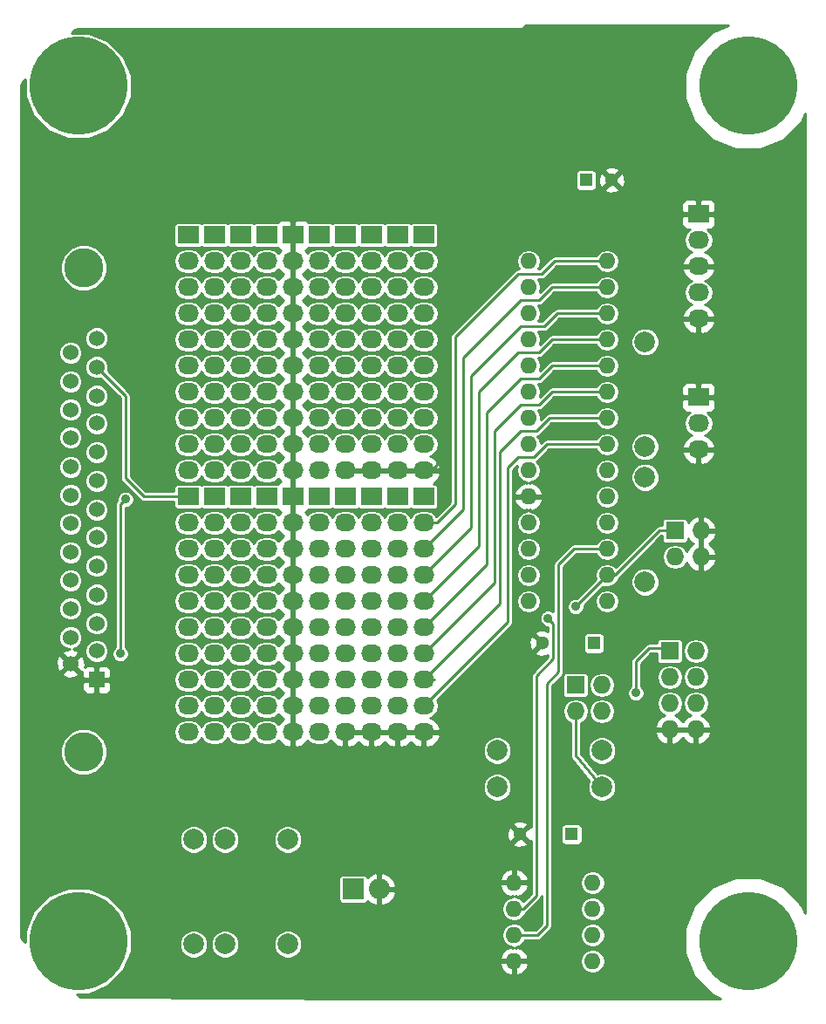
<source format=gbl>
G04 #@! TF.FileFunction,Copper,L2,Bot,Signal*
%FSLAX46Y46*%
G04 Gerber Fmt 4.6, Leading zero omitted, Abs format (unit mm)*
G04 Created by KiCad (PCBNEW (after 2015-mar-04 BZR unknown)-product) date 10/25/2016 5:34:20 PM*
%MOMM*%
G01*
G04 APERTURE LIST*
%ADD10C,0.150000*%
%ADD11C,9.525000*%
%ADD12R,2.032000X2.032000*%
%ADD13O,2.032000X2.032000*%
%ADD14R,1.300000X1.300000*%
%ADD15C,1.300000*%
%ADD16O,1.600000X1.600000*%
%ADD17R,1.727200X1.727200*%
%ADD18O,1.727200X1.727200*%
%ADD19R,2.032000X1.727200*%
%ADD20O,2.032000X1.727200*%
%ADD21C,1.998980*%
%ADD22C,3.810000*%
%ADD23R,1.524000X1.524000*%
%ADD24C,1.524000*%
%ADD25C,0.889000*%
%ADD26C,0.254000*%
G04 APERTURE END LIST*
D10*
D11*
X16000000Y-16000000D03*
X81000000Y-16000000D03*
X16000000Y-99000000D03*
X81000000Y-99000000D03*
D12*
X42672000Y-93980000D03*
D13*
X45212000Y-93980000D03*
D14*
X66040000Y-70104000D03*
D15*
X61040000Y-70104000D03*
D14*
X63881000Y-88646000D03*
D15*
X58881000Y-88646000D03*
D16*
X59690000Y-33020000D03*
X59690000Y-35560000D03*
X59690000Y-38100000D03*
X59690000Y-40640000D03*
X59690000Y-43180000D03*
X59690000Y-45720000D03*
X59690000Y-48260000D03*
X59690000Y-50800000D03*
X59690000Y-53340000D03*
X59690000Y-55880000D03*
X59690000Y-58420000D03*
X59690000Y-60960000D03*
X59690000Y-63500000D03*
X59690000Y-66040000D03*
X67310000Y-66040000D03*
X67310000Y-63500000D03*
X67310000Y-60960000D03*
X67310000Y-58420000D03*
X67310000Y-55880000D03*
X67310000Y-53340000D03*
X67310000Y-50800000D03*
X67310000Y-48260000D03*
X67310000Y-45720000D03*
X67310000Y-43180000D03*
X67310000Y-40640000D03*
X67310000Y-38100000D03*
X67310000Y-35560000D03*
X67310000Y-33020000D03*
X58293000Y-93345000D03*
X58293000Y-95885000D03*
X58293000Y-98425000D03*
X58293000Y-100965000D03*
X65913000Y-100965000D03*
X65913000Y-98425000D03*
X65913000Y-95885000D03*
X65913000Y-93345000D03*
D17*
X73406000Y-70866000D03*
D18*
X75946000Y-70866000D03*
X73406000Y-73406000D03*
X75946000Y-73406000D03*
X73406000Y-75946000D03*
X75946000Y-75946000D03*
X73406000Y-78486000D03*
X75946000Y-78486000D03*
D19*
X76200000Y-28448000D03*
D20*
X76200000Y-30988000D03*
X76200000Y-33528000D03*
X76200000Y-36068000D03*
X76200000Y-38608000D03*
D21*
X66802000Y-80518000D03*
X56642000Y-80518000D03*
X66802000Y-84074000D03*
X56642000Y-84074000D03*
X71000000Y-51000000D03*
X71000000Y-40840000D03*
X71000000Y-54000000D03*
X71000000Y-64160000D03*
X36322000Y-99314000D03*
X36322000Y-89154000D03*
X27178000Y-99314000D03*
X27178000Y-89154000D03*
X30226000Y-99314000D03*
X30226000Y-89154000D03*
D17*
X73914000Y-59182000D03*
D18*
X76454000Y-59182000D03*
X73914000Y-61722000D03*
X76454000Y-61722000D03*
D17*
X64262000Y-74168000D03*
D18*
X66802000Y-74168000D03*
X64262000Y-76708000D03*
X66802000Y-76708000D03*
D14*
X65278000Y-25146000D03*
D15*
X67778000Y-25146000D03*
D22*
X16510000Y-33655000D03*
X16510000Y-80645000D03*
D23*
X17780000Y-73660000D03*
D24*
X17780000Y-70866000D03*
X17780000Y-68199000D03*
X17780000Y-65405000D03*
X17780000Y-62611000D03*
X17780000Y-59817000D03*
X17780000Y-57150000D03*
X17780000Y-54356000D03*
X17780000Y-51562000D03*
X17780000Y-48768000D03*
X17780000Y-46101000D03*
X17780000Y-43307000D03*
X17780000Y-40513000D03*
X15240000Y-72085200D03*
X15240000Y-69545200D03*
X15240000Y-66751200D03*
X15240000Y-64008000D03*
X15240000Y-61264800D03*
X15240000Y-58470800D03*
X15240000Y-55727600D03*
X15240000Y-52984400D03*
X15240000Y-50139600D03*
X15240000Y-47447200D03*
X15240000Y-44704000D03*
X15240000Y-41910000D03*
D19*
X41910000Y-30480000D03*
D20*
X41910000Y-33020000D03*
X41910000Y-35560000D03*
X41910000Y-38100000D03*
X41910000Y-40640000D03*
X41910000Y-43180000D03*
X41910000Y-45720000D03*
X41910000Y-48260000D03*
X41910000Y-50800000D03*
X41910000Y-53340000D03*
D19*
X44450000Y-55880000D03*
D20*
X44450000Y-58420000D03*
X44450000Y-60960000D03*
X44450000Y-63500000D03*
X44450000Y-66040000D03*
X44450000Y-68580000D03*
X44450000Y-71120000D03*
X44450000Y-73660000D03*
X44450000Y-76200000D03*
X44450000Y-78740000D03*
D19*
X46990000Y-30480000D03*
D20*
X46990000Y-33020000D03*
X46990000Y-35560000D03*
X46990000Y-38100000D03*
X46990000Y-40640000D03*
X46990000Y-43180000D03*
X46990000Y-45720000D03*
X46990000Y-48260000D03*
X46990000Y-50800000D03*
X46990000Y-53340000D03*
D19*
X46990000Y-55880000D03*
D20*
X46990000Y-58420000D03*
X46990000Y-60960000D03*
X46990000Y-63500000D03*
X46990000Y-66040000D03*
X46990000Y-68580000D03*
X46990000Y-71120000D03*
X46990000Y-73660000D03*
X46990000Y-76200000D03*
X46990000Y-78740000D03*
D19*
X44450000Y-30480000D03*
D20*
X44450000Y-33020000D03*
X44450000Y-35560000D03*
X44450000Y-38100000D03*
X44450000Y-40640000D03*
X44450000Y-43180000D03*
X44450000Y-45720000D03*
X44450000Y-48260000D03*
X44450000Y-50800000D03*
X44450000Y-53340000D03*
D19*
X41910000Y-55880000D03*
D20*
X41910000Y-58420000D03*
X41910000Y-60960000D03*
X41910000Y-63500000D03*
X41910000Y-66040000D03*
X41910000Y-68580000D03*
X41910000Y-71120000D03*
X41910000Y-73660000D03*
X41910000Y-76200000D03*
X41910000Y-78740000D03*
D19*
X31750000Y-55880000D03*
D20*
X31750000Y-58420000D03*
X31750000Y-60960000D03*
X31750000Y-63500000D03*
X31750000Y-66040000D03*
X31750000Y-68580000D03*
X31750000Y-71120000D03*
X31750000Y-73660000D03*
X31750000Y-76200000D03*
X31750000Y-78740000D03*
D19*
X34290000Y-30480000D03*
D20*
X34290000Y-33020000D03*
X34290000Y-35560000D03*
X34290000Y-38100000D03*
X34290000Y-40640000D03*
X34290000Y-43180000D03*
X34290000Y-45720000D03*
X34290000Y-48260000D03*
X34290000Y-50800000D03*
X34290000Y-53340000D03*
D19*
X29210000Y-55880000D03*
D20*
X29210000Y-58420000D03*
X29210000Y-60960000D03*
X29210000Y-63500000D03*
X29210000Y-66040000D03*
X29210000Y-68580000D03*
X29210000Y-71120000D03*
X29210000Y-73660000D03*
X29210000Y-76200000D03*
X29210000Y-78740000D03*
D19*
X29210000Y-30480000D03*
D20*
X29210000Y-33020000D03*
X29210000Y-35560000D03*
X29210000Y-38100000D03*
X29210000Y-40640000D03*
X29210000Y-43180000D03*
X29210000Y-45720000D03*
X29210000Y-48260000D03*
X29210000Y-50800000D03*
X29210000Y-53340000D03*
D19*
X31750000Y-30480000D03*
D20*
X31750000Y-33020000D03*
X31750000Y-35560000D03*
X31750000Y-38100000D03*
X31750000Y-40640000D03*
X31750000Y-43180000D03*
X31750000Y-45720000D03*
X31750000Y-48260000D03*
X31750000Y-50800000D03*
X31750000Y-53340000D03*
D19*
X34290000Y-55880000D03*
D20*
X34290000Y-58420000D03*
X34290000Y-60960000D03*
X34290000Y-63500000D03*
X34290000Y-66040000D03*
X34290000Y-68580000D03*
X34290000Y-71120000D03*
X34290000Y-73660000D03*
X34290000Y-76200000D03*
X34290000Y-78740000D03*
D19*
X39370000Y-55880000D03*
D20*
X39370000Y-58420000D03*
X39370000Y-60960000D03*
X39370000Y-63500000D03*
X39370000Y-66040000D03*
X39370000Y-68580000D03*
X39370000Y-71120000D03*
X39370000Y-73660000D03*
X39370000Y-76200000D03*
X39370000Y-78740000D03*
D19*
X39370000Y-30480000D03*
D20*
X39370000Y-33020000D03*
X39370000Y-35560000D03*
X39370000Y-38100000D03*
X39370000Y-40640000D03*
X39370000Y-43180000D03*
X39370000Y-45720000D03*
X39370000Y-48260000D03*
X39370000Y-50800000D03*
X39370000Y-53340000D03*
D19*
X36830000Y-30480000D03*
D20*
X36830000Y-33020000D03*
X36830000Y-35560000D03*
X36830000Y-38100000D03*
X36830000Y-40640000D03*
X36830000Y-43180000D03*
X36830000Y-45720000D03*
X36830000Y-48260000D03*
X36830000Y-50800000D03*
X36830000Y-53340000D03*
D19*
X36830000Y-55880000D03*
D20*
X36830000Y-58420000D03*
X36830000Y-60960000D03*
X36830000Y-63500000D03*
X36830000Y-66040000D03*
X36830000Y-68580000D03*
X36830000Y-71120000D03*
X36830000Y-73660000D03*
X36830000Y-76200000D03*
X36830000Y-78740000D03*
D19*
X26670000Y-30480000D03*
D20*
X26670000Y-33020000D03*
X26670000Y-35560000D03*
X26670000Y-38100000D03*
X26670000Y-40640000D03*
X26670000Y-43180000D03*
X26670000Y-45720000D03*
X26670000Y-48260000D03*
X26670000Y-50800000D03*
X26670000Y-53340000D03*
D19*
X26670000Y-55880000D03*
D20*
X26670000Y-58420000D03*
X26670000Y-60960000D03*
X26670000Y-63500000D03*
X26670000Y-66040000D03*
X26670000Y-68580000D03*
X26670000Y-71120000D03*
X26670000Y-73660000D03*
X26670000Y-76200000D03*
X26670000Y-78740000D03*
D19*
X49530000Y-55880000D03*
D20*
X49530000Y-58420000D03*
X49530000Y-60960000D03*
X49530000Y-63500000D03*
X49530000Y-66040000D03*
X49530000Y-68580000D03*
X49530000Y-71120000D03*
X49530000Y-73660000D03*
X49530000Y-76200000D03*
X49530000Y-78740000D03*
D19*
X49530000Y-30480000D03*
D20*
X49530000Y-33020000D03*
X49530000Y-35560000D03*
X49530000Y-38100000D03*
X49530000Y-40640000D03*
X49530000Y-43180000D03*
X49530000Y-45720000D03*
X49530000Y-48260000D03*
X49530000Y-50800000D03*
X49530000Y-53340000D03*
D19*
X76200000Y-46228000D03*
D20*
X76200000Y-48768000D03*
X76200000Y-51308000D03*
D25*
X61595000Y-67691000D03*
X64262000Y-66548000D03*
X70104000Y-74930000D03*
X20066000Y-71120000D03*
X20574000Y-56134000D03*
D26*
X72390000Y-59182000D02*
X73914000Y-59182000D01*
X68072000Y-63500000D02*
X72390000Y-59182000D01*
X67310000Y-63500000D02*
X68072000Y-63500000D01*
X59182000Y-95885000D02*
X60452000Y-94615000D01*
X60452000Y-94615000D02*
X60452000Y-73279000D01*
X60452000Y-73279000D02*
X62102998Y-71628002D01*
X62102998Y-71628002D02*
X62102998Y-68198998D01*
X62102998Y-68198998D02*
X61595000Y-67691000D01*
X64262000Y-66548000D02*
X67310000Y-63500000D01*
X58293000Y-95885000D02*
X59182000Y-95885000D01*
X62611000Y-72898000D02*
X61468000Y-74041000D01*
X62611000Y-62484000D02*
X62611000Y-72898000D01*
X64135000Y-60960000D02*
X62611000Y-62484000D01*
X67310000Y-60960000D02*
X64135000Y-60960000D01*
X60579000Y-98425000D02*
X61468000Y-97536000D01*
X61468000Y-97536000D02*
X61468000Y-74041000D01*
X58293000Y-98425000D02*
X60579000Y-98425000D01*
X73152000Y-70612000D02*
X73406000Y-70866000D01*
X70104000Y-74930000D02*
X70104000Y-71882000D01*
X70104000Y-71882000D02*
X71374000Y-70612000D01*
X71374000Y-70612000D02*
X73152000Y-70612000D01*
X50800000Y-52832000D02*
X50800000Y-52070000D01*
X50292000Y-53340000D02*
X50800000Y-52832000D01*
X49530000Y-53340000D02*
X50292000Y-53340000D01*
X64262000Y-81026000D02*
X64262000Y-76708000D01*
X66802000Y-84074000D02*
X64262000Y-81026000D01*
X22352000Y-55880000D02*
X20574000Y-54102000D01*
X20574000Y-54102000D02*
X20574000Y-46101000D01*
X20574000Y-46101000D02*
X17780000Y-43307000D01*
X26670000Y-55880000D02*
X22352000Y-55880000D01*
X20066000Y-56642000D02*
X20066000Y-71120000D01*
X20574000Y-56134000D02*
X20066000Y-56642000D01*
X62230000Y-33020000D02*
X67310000Y-33020000D01*
X60960000Y-34290000D02*
X62230000Y-33020000D01*
X60706000Y-34290000D02*
X60960000Y-34290000D01*
X49530000Y-58420000D02*
X50546000Y-58420000D01*
X58674000Y-34290000D02*
X52578000Y-40386000D01*
X52578000Y-40386000D02*
X52578000Y-56642000D01*
X52578000Y-56642000D02*
X50800000Y-58420000D01*
X50800000Y-58420000D02*
X49530000Y-58420000D01*
X60706000Y-34290000D02*
X58674000Y-34290000D01*
X61976000Y-35560000D02*
X67310000Y-35560000D01*
X60706000Y-36830000D02*
X61976000Y-35560000D01*
X60452000Y-36830000D02*
X60706000Y-36830000D01*
X49530000Y-60960000D02*
X50038000Y-60960000D01*
X58928000Y-36830000D02*
X53340000Y-42418000D01*
X53340000Y-42418000D02*
X53340000Y-57150000D01*
X53340000Y-57150000D02*
X49530000Y-60960000D01*
X60452000Y-36830000D02*
X58928000Y-36830000D01*
X62484000Y-38100000D02*
X67310000Y-38100000D01*
X61214000Y-39370000D02*
X62484000Y-38100000D01*
X49530000Y-63500000D02*
X50292000Y-63500000D01*
X58928000Y-39370000D02*
X54102000Y-44196000D01*
X54102000Y-44196000D02*
X54102000Y-58928000D01*
X54102000Y-58928000D02*
X49530000Y-63500000D01*
X61214000Y-39370000D02*
X58928000Y-39370000D01*
X60452000Y-41910000D02*
X60706000Y-41910000D01*
X60706000Y-41910000D02*
X61976000Y-40640000D01*
X61976000Y-40640000D02*
X67310000Y-40640000D01*
X58674000Y-41910000D02*
X54864000Y-45720000D01*
X54864000Y-45720000D02*
X54864000Y-60706000D01*
X54864000Y-60706000D02*
X49530000Y-66040000D01*
X60452000Y-41910000D02*
X58674000Y-41910000D01*
X60706000Y-44450000D02*
X61976000Y-43180000D01*
X61976000Y-43180000D02*
X67310000Y-43180000D01*
X58928000Y-44450000D02*
X55626000Y-47752000D01*
X55626000Y-47752000D02*
X55626000Y-62484000D01*
X55626000Y-62484000D02*
X49530000Y-68580000D01*
X60706000Y-44450000D02*
X58928000Y-44450000D01*
X61976000Y-45720000D02*
X67310000Y-45720000D01*
X60706000Y-46990000D02*
X61976000Y-45720000D01*
X59944000Y-46990000D02*
X60706000Y-46990000D01*
X49530000Y-71120000D02*
X50292000Y-71120000D01*
X58928000Y-46990000D02*
X56387998Y-49530002D01*
X56387998Y-49530002D02*
X56387998Y-64262002D01*
X56387998Y-64262002D02*
X49530000Y-71120000D01*
X59944000Y-46990000D02*
X58928000Y-46990000D01*
X61722000Y-48260000D02*
X67310000Y-48260000D01*
X60452000Y-49530000D02*
X61722000Y-48260000D01*
X60198000Y-49530000D02*
X60452000Y-49530000D01*
X49530000Y-73660000D02*
X50546000Y-73660000D01*
X58928000Y-49530000D02*
X56896000Y-51562000D01*
X56896000Y-51562000D02*
X56896000Y-66294000D01*
X56896000Y-66294000D02*
X49530000Y-73660000D01*
X60198000Y-49530000D02*
X58928000Y-49530000D01*
X61468000Y-50800000D02*
X67310000Y-50800000D01*
X60198000Y-52070000D02*
X61468000Y-50800000D01*
X59182000Y-52070000D02*
X60198000Y-52070000D01*
X49530000Y-76200000D02*
X50038000Y-76200000D01*
X58674000Y-52070000D02*
X57658000Y-53086000D01*
X57658000Y-53086000D02*
X57658000Y-68072000D01*
X57658000Y-68072000D02*
X49530000Y-76200000D01*
X59182000Y-52070000D02*
X58674000Y-52070000D01*
G36*
X86569000Y-96348473D02*
X86224815Y-95515482D01*
X84493632Y-93781275D01*
X82230575Y-92841571D01*
X79780175Y-92839433D01*
X77908958Y-93612604D01*
X77908958Y-62081026D01*
X77908958Y-61362974D01*
X77736688Y-60947053D01*
X77342490Y-60515179D01*
X77207687Y-60452000D01*
X77342490Y-60388821D01*
X77736688Y-59956947D01*
X77908958Y-59541026D01*
X77908958Y-58822974D01*
X77851000Y-58683042D01*
X77851000Y-47217910D01*
X77851000Y-46965291D01*
X77851000Y-46513750D01*
X77851000Y-45942250D01*
X77851000Y-45490709D01*
X77851000Y-45238090D01*
X77851000Y-29437910D01*
X77851000Y-29185291D01*
X77851000Y-28733750D01*
X77851000Y-28162250D01*
X77851000Y-27710709D01*
X77851000Y-27458090D01*
X77754327Y-27224701D01*
X77575698Y-27046073D01*
X77342309Y-26949400D01*
X76485750Y-26949400D01*
X76327000Y-27108150D01*
X76327000Y-28321000D01*
X77692250Y-28321000D01*
X77851000Y-28162250D01*
X77851000Y-28733750D01*
X77692250Y-28575000D01*
X76327000Y-28575000D01*
X76327000Y-28595000D01*
X76073000Y-28595000D01*
X76073000Y-28575000D01*
X76073000Y-28321000D01*
X76073000Y-27108150D01*
X75914250Y-26949400D01*
X75057691Y-26949400D01*
X74824302Y-27046073D01*
X74645673Y-27224701D01*
X74549000Y-27458090D01*
X74549000Y-27710709D01*
X74549000Y-28162250D01*
X74707750Y-28321000D01*
X76073000Y-28321000D01*
X76073000Y-28575000D01*
X74707750Y-28575000D01*
X74549000Y-28733750D01*
X74549000Y-29185291D01*
X74549000Y-29437910D01*
X74645673Y-29671299D01*
X74824302Y-29849927D01*
X75057691Y-29946600D01*
X75381621Y-29946600D01*
X75140166Y-30107935D01*
X74870371Y-30511712D01*
X74775631Y-30988000D01*
X74870371Y-31464288D01*
X75140166Y-31868065D01*
X75543943Y-32137860D01*
X75558242Y-32140704D01*
X75285680Y-32236046D01*
X74849268Y-32625964D01*
X74595291Y-33153209D01*
X74592642Y-33168974D01*
X74713783Y-33401000D01*
X76073000Y-33401000D01*
X76073000Y-33381000D01*
X76327000Y-33381000D01*
X76327000Y-33401000D01*
X77686217Y-33401000D01*
X77807358Y-33168974D01*
X77804709Y-33153209D01*
X77550732Y-32625964D01*
X77114320Y-32236046D01*
X76841757Y-32140704D01*
X76856057Y-32137860D01*
X77259834Y-31868065D01*
X77529629Y-31464288D01*
X77624369Y-30988000D01*
X77529629Y-30511712D01*
X77259834Y-30107935D01*
X77018378Y-29946600D01*
X77342309Y-29946600D01*
X77575698Y-29849927D01*
X77754327Y-29671299D01*
X77851000Y-29437910D01*
X77851000Y-45238090D01*
X77807358Y-45132729D01*
X77807358Y-38967026D01*
X77807358Y-38248974D01*
X77804709Y-38233209D01*
X77550732Y-37705964D01*
X77114320Y-37316046D01*
X76841757Y-37220704D01*
X76856057Y-37217860D01*
X77259834Y-36948065D01*
X77529629Y-36544288D01*
X77624369Y-36068000D01*
X77529629Y-35591712D01*
X77259834Y-35187935D01*
X76856057Y-34918140D01*
X76841757Y-34915295D01*
X77114320Y-34819954D01*
X77550732Y-34430036D01*
X77804709Y-33902791D01*
X77807358Y-33887026D01*
X77686217Y-33655000D01*
X76327000Y-33655000D01*
X76327000Y-33675000D01*
X76073000Y-33675000D01*
X76073000Y-33655000D01*
X74713783Y-33655000D01*
X74592642Y-33887026D01*
X74595291Y-33902791D01*
X74849268Y-34430036D01*
X75285680Y-34819954D01*
X75558242Y-34915295D01*
X75543943Y-34918140D01*
X75140166Y-35187935D01*
X74870371Y-35591712D01*
X74775631Y-36068000D01*
X74870371Y-36544288D01*
X75140166Y-36948065D01*
X75543943Y-37217860D01*
X75558242Y-37220704D01*
X75285680Y-37316046D01*
X74849268Y-37705964D01*
X74595291Y-38233209D01*
X74592642Y-38248974D01*
X74713783Y-38481000D01*
X76073000Y-38481000D01*
X76073000Y-38461000D01*
X76327000Y-38461000D01*
X76327000Y-38481000D01*
X77686217Y-38481000D01*
X77807358Y-38248974D01*
X77807358Y-38967026D01*
X77686217Y-38735000D01*
X76327000Y-38735000D01*
X76327000Y-39948924D01*
X76561913Y-40093184D01*
X77114320Y-39899954D01*
X77550732Y-39510036D01*
X77804709Y-38982791D01*
X77807358Y-38967026D01*
X77807358Y-45132729D01*
X77754327Y-45004701D01*
X77575698Y-44826073D01*
X77342309Y-44729400D01*
X76485750Y-44729400D01*
X76327000Y-44888150D01*
X76327000Y-46101000D01*
X77692250Y-46101000D01*
X77851000Y-45942250D01*
X77851000Y-46513750D01*
X77692250Y-46355000D01*
X76327000Y-46355000D01*
X76327000Y-46375000D01*
X76073000Y-46375000D01*
X76073000Y-46355000D01*
X76073000Y-46101000D01*
X76073000Y-44888150D01*
X76073000Y-39948924D01*
X76073000Y-38735000D01*
X74713783Y-38735000D01*
X74592642Y-38967026D01*
X74595291Y-38982791D01*
X74849268Y-39510036D01*
X75285680Y-39899954D01*
X75838087Y-40093184D01*
X76073000Y-39948924D01*
X76073000Y-44888150D01*
X75914250Y-44729400D01*
X75057691Y-44729400D01*
X74824302Y-44826073D01*
X74645673Y-45004701D01*
X74549000Y-45238090D01*
X74549000Y-45490709D01*
X74549000Y-45942250D01*
X74707750Y-46101000D01*
X76073000Y-46101000D01*
X76073000Y-46355000D01*
X74707750Y-46355000D01*
X74549000Y-46513750D01*
X74549000Y-46965291D01*
X74549000Y-47217910D01*
X74645673Y-47451299D01*
X74824302Y-47629927D01*
X75057691Y-47726600D01*
X75381621Y-47726600D01*
X75140166Y-47887935D01*
X74870371Y-48291712D01*
X74775631Y-48768000D01*
X74870371Y-49244288D01*
X75140166Y-49648065D01*
X75543943Y-49917860D01*
X75558242Y-49920704D01*
X75285680Y-50016046D01*
X74849268Y-50405964D01*
X74595291Y-50933209D01*
X74592642Y-50948974D01*
X74713783Y-51181000D01*
X76073000Y-51181000D01*
X76073000Y-51161000D01*
X76327000Y-51161000D01*
X76327000Y-51181000D01*
X77686217Y-51181000D01*
X77807358Y-50948974D01*
X77804709Y-50933209D01*
X77550732Y-50405964D01*
X77114320Y-50016046D01*
X76841757Y-49920704D01*
X76856057Y-49917860D01*
X77259834Y-49648065D01*
X77529629Y-49244288D01*
X77624369Y-48768000D01*
X77529629Y-48291712D01*
X77259834Y-47887935D01*
X77018378Y-47726600D01*
X77342309Y-47726600D01*
X77575698Y-47629927D01*
X77754327Y-47451299D01*
X77851000Y-47217910D01*
X77851000Y-58683042D01*
X77807358Y-58577675D01*
X77807358Y-51667026D01*
X77686217Y-51435000D01*
X76327000Y-51435000D01*
X76327000Y-52648924D01*
X76561913Y-52793184D01*
X77114320Y-52599954D01*
X77550732Y-52210036D01*
X77804709Y-51682791D01*
X77807358Y-51667026D01*
X77807358Y-58577675D01*
X77736688Y-58407053D01*
X77342490Y-57975179D01*
X76813027Y-57727032D01*
X76581000Y-57847531D01*
X76581000Y-59055000D01*
X77787817Y-59055000D01*
X77908958Y-58822974D01*
X77908958Y-59541026D01*
X77787817Y-59309000D01*
X76581000Y-59309000D01*
X76581000Y-60387531D01*
X76581000Y-60516469D01*
X76581000Y-61595000D01*
X77787817Y-61595000D01*
X77908958Y-61362974D01*
X77908958Y-62081026D01*
X77787817Y-61849000D01*
X76581000Y-61849000D01*
X76581000Y-63056469D01*
X76813027Y-63176968D01*
X77342490Y-62928821D01*
X77736688Y-62496947D01*
X77908958Y-62081026D01*
X77908958Y-93612604D01*
X77515482Y-93775185D01*
X77400958Y-93889509D01*
X77400958Y-78845026D01*
X77400958Y-78126974D01*
X77228688Y-77711053D01*
X76834490Y-77279179D01*
X76444338Y-77096323D01*
X76446671Y-77095860D01*
X76850448Y-76826065D01*
X77120243Y-76422288D01*
X77214983Y-75946000D01*
X77214983Y-73406000D01*
X77214983Y-70866000D01*
X77120243Y-70389712D01*
X76850448Y-69985935D01*
X76446671Y-69716140D01*
X76327000Y-69692335D01*
X76327000Y-63056469D01*
X76327000Y-61849000D01*
X76307000Y-61849000D01*
X76307000Y-61595000D01*
X76327000Y-61595000D01*
X76327000Y-60516469D01*
X76327000Y-60387531D01*
X76327000Y-59309000D01*
X76307000Y-59309000D01*
X76307000Y-59055000D01*
X76327000Y-59055000D01*
X76327000Y-57847531D01*
X76094973Y-57727032D01*
X76073000Y-57737330D01*
X76073000Y-52648924D01*
X76073000Y-51435000D01*
X74713783Y-51435000D01*
X74592642Y-51667026D01*
X74595291Y-51682791D01*
X74849268Y-52210036D01*
X75285680Y-52599954D01*
X75838087Y-52793184D01*
X76073000Y-52648924D01*
X76073000Y-57737330D01*
X75565510Y-57975179D01*
X75171312Y-58407053D01*
X75166064Y-58419723D01*
X75166064Y-58318400D01*
X75137878Y-58173126D01*
X75054004Y-58045444D01*
X74927384Y-57959974D01*
X74777600Y-57929936D01*
X73050400Y-57929936D01*
X72905126Y-57958122D01*
X72777444Y-58041996D01*
X72691974Y-58168616D01*
X72661936Y-58318400D01*
X72661936Y-58674000D01*
X72390000Y-58674000D01*
X72380729Y-58675844D01*
X72380729Y-53726608D01*
X72380729Y-50726608D01*
X72380729Y-40566608D01*
X72171005Y-40059037D01*
X71783006Y-39670360D01*
X71275801Y-39459751D01*
X70726608Y-39459271D01*
X70219037Y-39668995D01*
X69830360Y-40056994D01*
X69619751Y-40564199D01*
X69619271Y-41113392D01*
X69828995Y-41620963D01*
X70216994Y-42009640D01*
X70724199Y-42220249D01*
X71273392Y-42220729D01*
X71780963Y-42011005D01*
X72169640Y-41623006D01*
X72380249Y-41115801D01*
X72380729Y-40566608D01*
X72380729Y-50726608D01*
X72171005Y-50219037D01*
X71783006Y-49830360D01*
X71275801Y-49619751D01*
X70726608Y-49619271D01*
X70219037Y-49828995D01*
X69830360Y-50216994D01*
X69619751Y-50724199D01*
X69619271Y-51273392D01*
X69828995Y-51780963D01*
X70216994Y-52169640D01*
X70724199Y-52380249D01*
X71273392Y-52380729D01*
X71780963Y-52171005D01*
X72169640Y-51783006D01*
X72380249Y-51275801D01*
X72380729Y-50726608D01*
X72380729Y-53726608D01*
X72171005Y-53219037D01*
X71783006Y-52830360D01*
X71275801Y-52619751D01*
X70726608Y-52619271D01*
X70219037Y-52828995D01*
X69830360Y-53216994D01*
X69619751Y-53724199D01*
X69619271Y-54273392D01*
X69828995Y-54780963D01*
X70216994Y-55169640D01*
X70724199Y-55380249D01*
X71273392Y-55380729D01*
X71780963Y-55171005D01*
X72169640Y-54783006D01*
X72380249Y-54275801D01*
X72380729Y-53726608D01*
X72380729Y-58675844D01*
X72195596Y-58712669D01*
X72030790Y-58822790D01*
X69075622Y-61777957D01*
X69075622Y-25326922D01*
X69046083Y-24816572D01*
X68907611Y-24482271D01*
X68677016Y-24426590D01*
X68497410Y-24606195D01*
X68497410Y-24246984D01*
X68441729Y-24016389D01*
X67958922Y-23848378D01*
X67448572Y-23877917D01*
X67114271Y-24016389D01*
X67058590Y-24246984D01*
X67778000Y-24966395D01*
X68497410Y-24246984D01*
X68497410Y-24606195D01*
X67957605Y-25146000D01*
X68677016Y-25865410D01*
X68907611Y-25809729D01*
X69075622Y-25326922D01*
X69075622Y-61777957D01*
X68514137Y-62339442D01*
X68514137Y-60960000D01*
X68514137Y-58420000D01*
X68514137Y-55880000D01*
X68514137Y-53340000D01*
X68514137Y-50800000D01*
X68424239Y-50348051D01*
X68168230Y-49964907D01*
X67785086Y-49708898D01*
X67333137Y-49619000D01*
X67286863Y-49619000D01*
X66834914Y-49708898D01*
X66451770Y-49964907D01*
X66233213Y-50292000D01*
X61468000Y-50292000D01*
X61305849Y-50324253D01*
X61273596Y-50330669D01*
X61108790Y-50440790D01*
X60870153Y-50679426D01*
X60804239Y-50348051D01*
X60580050Y-50012529D01*
X60646403Y-49999331D01*
X60811210Y-49889210D01*
X61932420Y-48768000D01*
X66233213Y-48768000D01*
X66451770Y-49095093D01*
X66834914Y-49351102D01*
X67286863Y-49441000D01*
X67333137Y-49441000D01*
X67785086Y-49351102D01*
X68168230Y-49095093D01*
X68424239Y-48711949D01*
X68514137Y-48260000D01*
X68424239Y-47808051D01*
X68168230Y-47424907D01*
X67785086Y-47168898D01*
X67333137Y-47079000D01*
X67286863Y-47079000D01*
X66834914Y-47168898D01*
X66451770Y-47424907D01*
X66233213Y-47752000D01*
X61722000Y-47752000D01*
X61559849Y-47784253D01*
X61527596Y-47790669D01*
X61362790Y-47900790D01*
X60866962Y-48396617D01*
X60894137Y-48260000D01*
X60804239Y-47808051D01*
X60597069Y-47498000D01*
X60706000Y-47498000D01*
X60900403Y-47459331D01*
X61065210Y-47349210D01*
X62186420Y-46228000D01*
X66233213Y-46228000D01*
X66451770Y-46555093D01*
X66834914Y-46811102D01*
X67286863Y-46901000D01*
X67333137Y-46901000D01*
X67785086Y-46811102D01*
X68168230Y-46555093D01*
X68424239Y-46171949D01*
X68514137Y-45720000D01*
X68424239Y-45268051D01*
X68168230Y-44884907D01*
X67785086Y-44628898D01*
X67333137Y-44539000D01*
X67286863Y-44539000D01*
X66834914Y-44628898D01*
X66451770Y-44884907D01*
X66233213Y-45212000D01*
X61976000Y-45212000D01*
X61813849Y-45244253D01*
X61781596Y-45250669D01*
X61616790Y-45360790D01*
X60801435Y-46176144D01*
X60804239Y-46171949D01*
X60894137Y-45720000D01*
X60804239Y-45268051D01*
X60597069Y-44958000D01*
X60706000Y-44958000D01*
X60900403Y-44919331D01*
X61065210Y-44809210D01*
X62186420Y-43688000D01*
X66233213Y-43688000D01*
X66451770Y-44015093D01*
X66834914Y-44271102D01*
X67286863Y-44361000D01*
X67333137Y-44361000D01*
X67785086Y-44271102D01*
X68168230Y-44015093D01*
X68424239Y-43631949D01*
X68514137Y-43180000D01*
X68424239Y-42728051D01*
X68168230Y-42344907D01*
X67785086Y-42088898D01*
X67333137Y-41999000D01*
X67286863Y-41999000D01*
X66834914Y-42088898D01*
X66451770Y-42344907D01*
X66233213Y-42672000D01*
X61976000Y-42672000D01*
X61813849Y-42704253D01*
X61781596Y-42710669D01*
X61616790Y-42820790D01*
X60801435Y-43636144D01*
X60804239Y-43631949D01*
X60894137Y-43180000D01*
X60804239Y-42728051D01*
X60597069Y-42418000D01*
X60706000Y-42418000D01*
X60900403Y-42379331D01*
X61065210Y-42269210D01*
X62186420Y-41148000D01*
X66233213Y-41148000D01*
X66451770Y-41475093D01*
X66834914Y-41731102D01*
X67286863Y-41821000D01*
X67333137Y-41821000D01*
X67785086Y-41731102D01*
X68168230Y-41475093D01*
X68424239Y-41091949D01*
X68514137Y-40640000D01*
X68424239Y-40188051D01*
X68168230Y-39804907D01*
X67785086Y-39548898D01*
X67333137Y-39459000D01*
X67286863Y-39459000D01*
X66834914Y-39548898D01*
X66451770Y-39804907D01*
X66233213Y-40132000D01*
X61976000Y-40132000D01*
X61813849Y-40164253D01*
X61781596Y-40170669D01*
X61616790Y-40280790D01*
X60801435Y-41096144D01*
X60804239Y-41091949D01*
X60894137Y-40640000D01*
X60804239Y-40188051D01*
X60597069Y-39878000D01*
X61214000Y-39878000D01*
X61408403Y-39839331D01*
X61573210Y-39729210D01*
X62694420Y-38608000D01*
X66233213Y-38608000D01*
X66451770Y-38935093D01*
X66834914Y-39191102D01*
X67286863Y-39281000D01*
X67333137Y-39281000D01*
X67785086Y-39191102D01*
X68168230Y-38935093D01*
X68424239Y-38551949D01*
X68514137Y-38100000D01*
X68424239Y-37648051D01*
X68168230Y-37264907D01*
X67785086Y-37008898D01*
X67333137Y-36919000D01*
X67286863Y-36919000D01*
X66834914Y-37008898D01*
X66451770Y-37264907D01*
X66233213Y-37592000D01*
X62484000Y-37592000D01*
X62321849Y-37624253D01*
X62289596Y-37630669D01*
X62124790Y-37740790D01*
X61003580Y-38862000D01*
X60597069Y-38862000D01*
X60804239Y-38551949D01*
X60894137Y-38100000D01*
X60804239Y-37648051D01*
X60597069Y-37338000D01*
X60706000Y-37338000D01*
X60900403Y-37299331D01*
X61065210Y-37189210D01*
X62186420Y-36068000D01*
X66233213Y-36068000D01*
X66451770Y-36395093D01*
X66834914Y-36651102D01*
X67286863Y-36741000D01*
X67333137Y-36741000D01*
X67785086Y-36651102D01*
X68168230Y-36395093D01*
X68424239Y-36011949D01*
X68514137Y-35560000D01*
X68424239Y-35108051D01*
X68168230Y-34724907D01*
X67785086Y-34468898D01*
X67333137Y-34379000D01*
X67286863Y-34379000D01*
X66834914Y-34468898D01*
X66451770Y-34724907D01*
X66233213Y-35052000D01*
X61976000Y-35052000D01*
X61813849Y-35084253D01*
X61781596Y-35090669D01*
X61616790Y-35200790D01*
X60801435Y-36016144D01*
X60804239Y-36011949D01*
X60894137Y-35560000D01*
X60804239Y-35108051D01*
X60597069Y-34798000D01*
X60706000Y-34798000D01*
X60960000Y-34798000D01*
X61154403Y-34759331D01*
X61319210Y-34649210D01*
X62440420Y-33528000D01*
X66233213Y-33528000D01*
X66451770Y-33855093D01*
X66834914Y-34111102D01*
X67286863Y-34201000D01*
X67333137Y-34201000D01*
X67785086Y-34111102D01*
X68168230Y-33855093D01*
X68424239Y-33471949D01*
X68514137Y-33020000D01*
X68497410Y-32935907D01*
X68497410Y-26045016D01*
X67778000Y-25325605D01*
X67598395Y-25505210D01*
X67598395Y-25146000D01*
X66878984Y-24426590D01*
X66648389Y-24482271D01*
X66480378Y-24965078D01*
X66509917Y-25475428D01*
X66648389Y-25809729D01*
X66878984Y-25865410D01*
X67598395Y-25146000D01*
X67598395Y-25505210D01*
X67058590Y-26045016D01*
X67114271Y-26275611D01*
X67597078Y-26443622D01*
X68107428Y-26414083D01*
X68441729Y-26275611D01*
X68497410Y-26045016D01*
X68497410Y-32935907D01*
X68424239Y-32568051D01*
X68168230Y-32184907D01*
X67785086Y-31928898D01*
X67333137Y-31839000D01*
X67286863Y-31839000D01*
X66834914Y-31928898D01*
X66451770Y-32184907D01*
X66316464Y-32387406D01*
X66316464Y-25796000D01*
X66316464Y-24496000D01*
X66288278Y-24350726D01*
X66204404Y-24223044D01*
X66077784Y-24137574D01*
X65928000Y-24107536D01*
X64628000Y-24107536D01*
X64482726Y-24135722D01*
X64355044Y-24219596D01*
X64269574Y-24346216D01*
X64239536Y-24496000D01*
X64239536Y-25796000D01*
X64267722Y-25941274D01*
X64351596Y-26068956D01*
X64478216Y-26154426D01*
X64628000Y-26184464D01*
X65928000Y-26184464D01*
X66073274Y-26156278D01*
X66200956Y-26072404D01*
X66286426Y-25945784D01*
X66316464Y-25796000D01*
X66316464Y-32387406D01*
X66233213Y-32512000D01*
X62230000Y-32512000D01*
X62067849Y-32544253D01*
X62035596Y-32550669D01*
X61870790Y-32660790D01*
X60749580Y-33782000D01*
X60706000Y-33782000D01*
X60597069Y-33782000D01*
X60804239Y-33471949D01*
X60894137Y-33020000D01*
X60804239Y-32568051D01*
X60548230Y-32184907D01*
X60165086Y-31928898D01*
X59713137Y-31839000D01*
X59666863Y-31839000D01*
X59214914Y-31928898D01*
X58831770Y-32184907D01*
X58575761Y-32568051D01*
X58485863Y-33020000D01*
X58575761Y-33471949D01*
X58782930Y-33782000D01*
X58674000Y-33782000D01*
X58479597Y-33820669D01*
X58314790Y-33930790D01*
X52218790Y-40026790D01*
X52108669Y-40191597D01*
X52070000Y-40386000D01*
X52070000Y-56431580D01*
X50738760Y-57762819D01*
X50589834Y-57539935D01*
X50186057Y-57270140D01*
X49709769Y-57175400D01*
X49350231Y-57175400D01*
X48873943Y-57270140D01*
X48470166Y-57539935D01*
X48260000Y-57854470D01*
X48049834Y-57539935D01*
X47646057Y-57270140D01*
X47169769Y-57175400D01*
X46810231Y-57175400D01*
X46333943Y-57270140D01*
X45930166Y-57539935D01*
X45720000Y-57854470D01*
X45509834Y-57539935D01*
X45106057Y-57270140D01*
X44629769Y-57175400D01*
X44270231Y-57175400D01*
X43793943Y-57270140D01*
X43390166Y-57539935D01*
X43180000Y-57854470D01*
X42969834Y-57539935D01*
X42566057Y-57270140D01*
X42089769Y-57175400D01*
X41730231Y-57175400D01*
X41253943Y-57270140D01*
X40850166Y-57539935D01*
X40640000Y-57854470D01*
X40429834Y-57539935D01*
X40026057Y-57270140D01*
X39549769Y-57175400D01*
X39190231Y-57175400D01*
X38713943Y-57270140D01*
X38310166Y-57539935D01*
X38241104Y-57643293D01*
X38180732Y-57517964D01*
X38008139Y-57363758D01*
X38205698Y-57281927D01*
X38355561Y-57132064D01*
X40386000Y-57132064D01*
X40531274Y-57103878D01*
X40640583Y-57032072D01*
X40744216Y-57102026D01*
X40894000Y-57132064D01*
X42926000Y-57132064D01*
X43071274Y-57103878D01*
X43180583Y-57032072D01*
X43284216Y-57102026D01*
X43434000Y-57132064D01*
X45466000Y-57132064D01*
X45611274Y-57103878D01*
X45720583Y-57032072D01*
X45824216Y-57102026D01*
X45974000Y-57132064D01*
X48006000Y-57132064D01*
X48151274Y-57103878D01*
X48260583Y-57032072D01*
X48364216Y-57102026D01*
X48514000Y-57132064D01*
X50546000Y-57132064D01*
X50691274Y-57103878D01*
X50818956Y-57020004D01*
X50904426Y-56893384D01*
X50934464Y-56743600D01*
X50934464Y-55016400D01*
X50906278Y-54871126D01*
X50822404Y-54743444D01*
X50695784Y-54657974D01*
X50546000Y-54627936D01*
X50448817Y-54627936D01*
X50880732Y-54242036D01*
X51134709Y-53714791D01*
X51137358Y-53699026D01*
X51016217Y-53467000D01*
X49657000Y-53467000D01*
X49657000Y-53487000D01*
X49403000Y-53487000D01*
X49403000Y-53467000D01*
X48476217Y-53467000D01*
X48043783Y-53467000D01*
X47117000Y-53467000D01*
X47117000Y-53487000D01*
X46863000Y-53487000D01*
X46863000Y-53467000D01*
X45936217Y-53467000D01*
X45503783Y-53467000D01*
X44577000Y-53467000D01*
X44577000Y-53487000D01*
X44323000Y-53487000D01*
X44323000Y-53467000D01*
X43396217Y-53467000D01*
X42963783Y-53467000D01*
X42037000Y-53467000D01*
X42037000Y-53487000D01*
X41783000Y-53487000D01*
X41783000Y-53467000D01*
X41763000Y-53467000D01*
X41763000Y-53213000D01*
X41783000Y-53213000D01*
X41783000Y-53193000D01*
X42037000Y-53193000D01*
X42037000Y-53213000D01*
X42963783Y-53213000D01*
X43396217Y-53213000D01*
X44323000Y-53213000D01*
X44323000Y-53193000D01*
X44577000Y-53193000D01*
X44577000Y-53213000D01*
X45503783Y-53213000D01*
X45936217Y-53213000D01*
X46863000Y-53213000D01*
X46863000Y-53193000D01*
X47117000Y-53193000D01*
X47117000Y-53213000D01*
X48043783Y-53213000D01*
X48476217Y-53213000D01*
X49403000Y-53213000D01*
X49403000Y-53193000D01*
X49657000Y-53193000D01*
X49657000Y-53213000D01*
X51016217Y-53213000D01*
X51137358Y-52980974D01*
X51134709Y-52965209D01*
X50880732Y-52437964D01*
X50444320Y-52048046D01*
X50171757Y-51952704D01*
X50186057Y-51949860D01*
X50589834Y-51680065D01*
X50859629Y-51276288D01*
X50954369Y-50800000D01*
X50859629Y-50323712D01*
X50589834Y-49919935D01*
X50186057Y-49650140D01*
X49709769Y-49555400D01*
X49350231Y-49555400D01*
X48873943Y-49650140D01*
X48470166Y-49919935D01*
X48260000Y-50234470D01*
X48049834Y-49919935D01*
X47646057Y-49650140D01*
X47169769Y-49555400D01*
X46810231Y-49555400D01*
X46333943Y-49650140D01*
X45930166Y-49919935D01*
X45720000Y-50234470D01*
X45509834Y-49919935D01*
X45106057Y-49650140D01*
X44629769Y-49555400D01*
X44270231Y-49555400D01*
X43793943Y-49650140D01*
X43390166Y-49919935D01*
X43180000Y-50234470D01*
X42969834Y-49919935D01*
X42566057Y-49650140D01*
X42089769Y-49555400D01*
X41730231Y-49555400D01*
X41253943Y-49650140D01*
X40850166Y-49919935D01*
X40640000Y-50234470D01*
X40429834Y-49919935D01*
X40026057Y-49650140D01*
X39549769Y-49555400D01*
X39190231Y-49555400D01*
X38713943Y-49650140D01*
X38310166Y-49919935D01*
X38241104Y-50023293D01*
X38180732Y-49897964D01*
X37768891Y-49530000D01*
X38180732Y-49162036D01*
X38241104Y-49036706D01*
X38310166Y-49140065D01*
X38713943Y-49409860D01*
X39190231Y-49504600D01*
X39549769Y-49504600D01*
X40026057Y-49409860D01*
X40429834Y-49140065D01*
X40640000Y-48825529D01*
X40850166Y-49140065D01*
X41253943Y-49409860D01*
X41730231Y-49504600D01*
X42089769Y-49504600D01*
X42566057Y-49409860D01*
X42969834Y-49140065D01*
X43180000Y-48825529D01*
X43390166Y-49140065D01*
X43793943Y-49409860D01*
X44270231Y-49504600D01*
X44629769Y-49504600D01*
X45106057Y-49409860D01*
X45509834Y-49140065D01*
X45720000Y-48825529D01*
X45930166Y-49140065D01*
X46333943Y-49409860D01*
X46810231Y-49504600D01*
X47169769Y-49504600D01*
X47646057Y-49409860D01*
X48049834Y-49140065D01*
X48260000Y-48825529D01*
X48470166Y-49140065D01*
X48873943Y-49409860D01*
X49350231Y-49504600D01*
X49709769Y-49504600D01*
X50186057Y-49409860D01*
X50589834Y-49140065D01*
X50859629Y-48736288D01*
X50954369Y-48260000D01*
X50859629Y-47783712D01*
X50589834Y-47379935D01*
X50186057Y-47110140D01*
X49709769Y-47015400D01*
X49350231Y-47015400D01*
X48873943Y-47110140D01*
X48470166Y-47379935D01*
X48260000Y-47694470D01*
X48049834Y-47379935D01*
X47646057Y-47110140D01*
X47169769Y-47015400D01*
X46810231Y-47015400D01*
X46333943Y-47110140D01*
X45930166Y-47379935D01*
X45720000Y-47694470D01*
X45509834Y-47379935D01*
X45106057Y-47110140D01*
X44629769Y-47015400D01*
X44270231Y-47015400D01*
X43793943Y-47110140D01*
X43390166Y-47379935D01*
X43180000Y-47694470D01*
X42969834Y-47379935D01*
X42566057Y-47110140D01*
X42089769Y-47015400D01*
X41730231Y-47015400D01*
X41253943Y-47110140D01*
X40850166Y-47379935D01*
X40640000Y-47694470D01*
X40429834Y-47379935D01*
X40026057Y-47110140D01*
X39549769Y-47015400D01*
X39190231Y-47015400D01*
X38713943Y-47110140D01*
X38310166Y-47379935D01*
X38241104Y-47483293D01*
X38180732Y-47357964D01*
X37768891Y-46990000D01*
X38180732Y-46622036D01*
X38241104Y-46496706D01*
X38310166Y-46600065D01*
X38713943Y-46869860D01*
X39190231Y-46964600D01*
X39549769Y-46964600D01*
X40026057Y-46869860D01*
X40429834Y-46600065D01*
X40640000Y-46285529D01*
X40850166Y-46600065D01*
X41253943Y-46869860D01*
X41730231Y-46964600D01*
X42089769Y-46964600D01*
X42566057Y-46869860D01*
X42969834Y-46600065D01*
X43180000Y-46285529D01*
X43390166Y-46600065D01*
X43793943Y-46869860D01*
X44270231Y-46964600D01*
X44629769Y-46964600D01*
X45106057Y-46869860D01*
X45509834Y-46600065D01*
X45720000Y-46285529D01*
X45930166Y-46600065D01*
X46333943Y-46869860D01*
X46810231Y-46964600D01*
X47169769Y-46964600D01*
X47646057Y-46869860D01*
X48049834Y-46600065D01*
X48260000Y-46285529D01*
X48470166Y-46600065D01*
X48873943Y-46869860D01*
X49350231Y-46964600D01*
X49709769Y-46964600D01*
X50186057Y-46869860D01*
X50589834Y-46600065D01*
X50859629Y-46196288D01*
X50954369Y-45720000D01*
X50859629Y-45243712D01*
X50589834Y-44839935D01*
X50186057Y-44570140D01*
X49709769Y-44475400D01*
X49350231Y-44475400D01*
X48873943Y-44570140D01*
X48470166Y-44839935D01*
X48260000Y-45154470D01*
X48049834Y-44839935D01*
X47646057Y-44570140D01*
X47169769Y-44475400D01*
X46810231Y-44475400D01*
X46333943Y-44570140D01*
X45930166Y-44839935D01*
X45720000Y-45154470D01*
X45509834Y-44839935D01*
X45106057Y-44570140D01*
X44629769Y-44475400D01*
X44270231Y-44475400D01*
X43793943Y-44570140D01*
X43390166Y-44839935D01*
X43180000Y-45154470D01*
X42969834Y-44839935D01*
X42566057Y-44570140D01*
X42089769Y-44475400D01*
X41730231Y-44475400D01*
X41253943Y-44570140D01*
X40850166Y-44839935D01*
X40640000Y-45154470D01*
X40429834Y-44839935D01*
X40026057Y-44570140D01*
X39549769Y-44475400D01*
X39190231Y-44475400D01*
X38713943Y-44570140D01*
X38310166Y-44839935D01*
X38241104Y-44943293D01*
X38180732Y-44817964D01*
X37768891Y-44450000D01*
X38180732Y-44082036D01*
X38241104Y-43956706D01*
X38310166Y-44060065D01*
X38713943Y-44329860D01*
X39190231Y-44424600D01*
X39549769Y-44424600D01*
X40026057Y-44329860D01*
X40429834Y-44060065D01*
X40640000Y-43745529D01*
X40850166Y-44060065D01*
X41253943Y-44329860D01*
X41730231Y-44424600D01*
X42089769Y-44424600D01*
X42566057Y-44329860D01*
X42969834Y-44060065D01*
X43180000Y-43745529D01*
X43390166Y-44060065D01*
X43793943Y-44329860D01*
X44270231Y-44424600D01*
X44629769Y-44424600D01*
X45106057Y-44329860D01*
X45509834Y-44060065D01*
X45720000Y-43745529D01*
X45930166Y-44060065D01*
X46333943Y-44329860D01*
X46810231Y-44424600D01*
X47169769Y-44424600D01*
X47646057Y-44329860D01*
X48049834Y-44060065D01*
X48260000Y-43745529D01*
X48470166Y-44060065D01*
X48873943Y-44329860D01*
X49350231Y-44424600D01*
X49709769Y-44424600D01*
X50186057Y-44329860D01*
X50589834Y-44060065D01*
X50859629Y-43656288D01*
X50954369Y-43180000D01*
X50859629Y-42703712D01*
X50589834Y-42299935D01*
X50186057Y-42030140D01*
X49709769Y-41935400D01*
X49350231Y-41935400D01*
X48873943Y-42030140D01*
X48470166Y-42299935D01*
X48260000Y-42614470D01*
X48049834Y-42299935D01*
X47646057Y-42030140D01*
X47169769Y-41935400D01*
X46810231Y-41935400D01*
X46333943Y-42030140D01*
X45930166Y-42299935D01*
X45720000Y-42614470D01*
X45509834Y-42299935D01*
X45106057Y-42030140D01*
X44629769Y-41935400D01*
X44270231Y-41935400D01*
X43793943Y-42030140D01*
X43390166Y-42299935D01*
X43180000Y-42614470D01*
X42969834Y-42299935D01*
X42566057Y-42030140D01*
X42089769Y-41935400D01*
X41730231Y-41935400D01*
X41253943Y-42030140D01*
X40850166Y-42299935D01*
X40640000Y-42614470D01*
X40429834Y-42299935D01*
X40026057Y-42030140D01*
X39549769Y-41935400D01*
X39190231Y-41935400D01*
X38713943Y-42030140D01*
X38310166Y-42299935D01*
X38241104Y-42403293D01*
X38180732Y-42277964D01*
X37768891Y-41910000D01*
X38180732Y-41542036D01*
X38241104Y-41416706D01*
X38310166Y-41520065D01*
X38713943Y-41789860D01*
X39190231Y-41884600D01*
X39549769Y-41884600D01*
X40026057Y-41789860D01*
X40429834Y-41520065D01*
X40640000Y-41205529D01*
X40850166Y-41520065D01*
X41253943Y-41789860D01*
X41730231Y-41884600D01*
X42089769Y-41884600D01*
X42566057Y-41789860D01*
X42969834Y-41520065D01*
X43180000Y-41205529D01*
X43390166Y-41520065D01*
X43793943Y-41789860D01*
X44270231Y-41884600D01*
X44629769Y-41884600D01*
X45106057Y-41789860D01*
X45509834Y-41520065D01*
X45720000Y-41205529D01*
X45930166Y-41520065D01*
X46333943Y-41789860D01*
X46810231Y-41884600D01*
X47169769Y-41884600D01*
X47646057Y-41789860D01*
X48049834Y-41520065D01*
X48260000Y-41205529D01*
X48470166Y-41520065D01*
X48873943Y-41789860D01*
X49350231Y-41884600D01*
X49709769Y-41884600D01*
X50186057Y-41789860D01*
X50589834Y-41520065D01*
X50859629Y-41116288D01*
X50954369Y-40640000D01*
X50859629Y-40163712D01*
X50589834Y-39759935D01*
X50186057Y-39490140D01*
X49709769Y-39395400D01*
X49350231Y-39395400D01*
X48873943Y-39490140D01*
X48470166Y-39759935D01*
X48260000Y-40074470D01*
X48049834Y-39759935D01*
X47646057Y-39490140D01*
X47169769Y-39395400D01*
X46810231Y-39395400D01*
X46333943Y-39490140D01*
X45930166Y-39759935D01*
X45720000Y-40074470D01*
X45509834Y-39759935D01*
X45106057Y-39490140D01*
X44629769Y-39395400D01*
X44270231Y-39395400D01*
X43793943Y-39490140D01*
X43390166Y-39759935D01*
X43180000Y-40074470D01*
X42969834Y-39759935D01*
X42566057Y-39490140D01*
X42089769Y-39395400D01*
X41730231Y-39395400D01*
X41253943Y-39490140D01*
X40850166Y-39759935D01*
X40640000Y-40074470D01*
X40429834Y-39759935D01*
X40026057Y-39490140D01*
X39549769Y-39395400D01*
X39190231Y-39395400D01*
X38713943Y-39490140D01*
X38310166Y-39759935D01*
X38241104Y-39863293D01*
X38180732Y-39737964D01*
X37768891Y-39370000D01*
X38180732Y-39002036D01*
X38241104Y-38876706D01*
X38310166Y-38980065D01*
X38713943Y-39249860D01*
X39190231Y-39344600D01*
X39549769Y-39344600D01*
X40026057Y-39249860D01*
X40429834Y-38980065D01*
X40640000Y-38665529D01*
X40850166Y-38980065D01*
X41253943Y-39249860D01*
X41730231Y-39344600D01*
X42089769Y-39344600D01*
X42566057Y-39249860D01*
X42969834Y-38980065D01*
X43180000Y-38665529D01*
X43390166Y-38980065D01*
X43793943Y-39249860D01*
X44270231Y-39344600D01*
X44629769Y-39344600D01*
X45106057Y-39249860D01*
X45509834Y-38980065D01*
X45720000Y-38665529D01*
X45930166Y-38980065D01*
X46333943Y-39249860D01*
X46810231Y-39344600D01*
X47169769Y-39344600D01*
X47646057Y-39249860D01*
X48049834Y-38980065D01*
X48260000Y-38665529D01*
X48470166Y-38980065D01*
X48873943Y-39249860D01*
X49350231Y-39344600D01*
X49709769Y-39344600D01*
X50186057Y-39249860D01*
X50589834Y-38980065D01*
X50859629Y-38576288D01*
X50954369Y-38100000D01*
X50859629Y-37623712D01*
X50589834Y-37219935D01*
X50186057Y-36950140D01*
X49709769Y-36855400D01*
X49350231Y-36855400D01*
X48873943Y-36950140D01*
X48470166Y-37219935D01*
X48260000Y-37534470D01*
X48049834Y-37219935D01*
X47646057Y-36950140D01*
X47169769Y-36855400D01*
X46810231Y-36855400D01*
X46333943Y-36950140D01*
X45930166Y-37219935D01*
X45720000Y-37534470D01*
X45509834Y-37219935D01*
X45106057Y-36950140D01*
X44629769Y-36855400D01*
X44270231Y-36855400D01*
X43793943Y-36950140D01*
X43390166Y-37219935D01*
X43180000Y-37534470D01*
X42969834Y-37219935D01*
X42566057Y-36950140D01*
X42089769Y-36855400D01*
X41730231Y-36855400D01*
X41253943Y-36950140D01*
X40850166Y-37219935D01*
X40640000Y-37534470D01*
X40429834Y-37219935D01*
X40026057Y-36950140D01*
X39549769Y-36855400D01*
X39190231Y-36855400D01*
X38713943Y-36950140D01*
X38310166Y-37219935D01*
X38241104Y-37323293D01*
X38180732Y-37197964D01*
X37768891Y-36830000D01*
X38180732Y-36462036D01*
X38241104Y-36336706D01*
X38310166Y-36440065D01*
X38713943Y-36709860D01*
X39190231Y-36804600D01*
X39549769Y-36804600D01*
X40026057Y-36709860D01*
X40429834Y-36440065D01*
X40640000Y-36125529D01*
X40850166Y-36440065D01*
X41253943Y-36709860D01*
X41730231Y-36804600D01*
X42089769Y-36804600D01*
X42566057Y-36709860D01*
X42969834Y-36440065D01*
X43180000Y-36125529D01*
X43390166Y-36440065D01*
X43793943Y-36709860D01*
X44270231Y-36804600D01*
X44629769Y-36804600D01*
X45106057Y-36709860D01*
X45509834Y-36440065D01*
X45720000Y-36125529D01*
X45930166Y-36440065D01*
X46333943Y-36709860D01*
X46810231Y-36804600D01*
X47169769Y-36804600D01*
X47646057Y-36709860D01*
X48049834Y-36440065D01*
X48260000Y-36125529D01*
X48470166Y-36440065D01*
X48873943Y-36709860D01*
X49350231Y-36804600D01*
X49709769Y-36804600D01*
X50186057Y-36709860D01*
X50589834Y-36440065D01*
X50859629Y-36036288D01*
X50954369Y-35560000D01*
X50859629Y-35083712D01*
X50589834Y-34679935D01*
X50186057Y-34410140D01*
X49709769Y-34315400D01*
X49350231Y-34315400D01*
X48873943Y-34410140D01*
X48470166Y-34679935D01*
X48260000Y-34994470D01*
X48049834Y-34679935D01*
X47646057Y-34410140D01*
X47169769Y-34315400D01*
X46810231Y-34315400D01*
X46333943Y-34410140D01*
X45930166Y-34679935D01*
X45720000Y-34994470D01*
X45509834Y-34679935D01*
X45106057Y-34410140D01*
X44629769Y-34315400D01*
X44270231Y-34315400D01*
X43793943Y-34410140D01*
X43390166Y-34679935D01*
X43180000Y-34994470D01*
X42969834Y-34679935D01*
X42566057Y-34410140D01*
X42089769Y-34315400D01*
X41730231Y-34315400D01*
X41253943Y-34410140D01*
X40850166Y-34679935D01*
X40640000Y-34994470D01*
X40429834Y-34679935D01*
X40026057Y-34410140D01*
X39549769Y-34315400D01*
X39190231Y-34315400D01*
X38713943Y-34410140D01*
X38310166Y-34679935D01*
X38241104Y-34783293D01*
X38180732Y-34657964D01*
X37768891Y-34290000D01*
X38180732Y-33922036D01*
X38241104Y-33796706D01*
X38310166Y-33900065D01*
X38713943Y-34169860D01*
X39190231Y-34264600D01*
X39549769Y-34264600D01*
X40026057Y-34169860D01*
X40429834Y-33900065D01*
X40640000Y-33585529D01*
X40850166Y-33900065D01*
X41253943Y-34169860D01*
X41730231Y-34264600D01*
X42089769Y-34264600D01*
X42566057Y-34169860D01*
X42969834Y-33900065D01*
X43180000Y-33585529D01*
X43390166Y-33900065D01*
X43793943Y-34169860D01*
X44270231Y-34264600D01*
X44629769Y-34264600D01*
X45106057Y-34169860D01*
X45509834Y-33900065D01*
X45720000Y-33585529D01*
X45930166Y-33900065D01*
X46333943Y-34169860D01*
X46810231Y-34264600D01*
X47169769Y-34264600D01*
X47646057Y-34169860D01*
X48049834Y-33900065D01*
X48260000Y-33585529D01*
X48470166Y-33900065D01*
X48873943Y-34169860D01*
X49350231Y-34264600D01*
X49709769Y-34264600D01*
X50186057Y-34169860D01*
X50589834Y-33900065D01*
X50859629Y-33496288D01*
X50954369Y-33020000D01*
X50859629Y-32543712D01*
X50589834Y-32139935D01*
X50186057Y-31870140D01*
X49709769Y-31775400D01*
X49350231Y-31775400D01*
X48873943Y-31870140D01*
X48470166Y-32139935D01*
X48260000Y-32454470D01*
X48049834Y-32139935D01*
X47646057Y-31870140D01*
X47169769Y-31775400D01*
X46810231Y-31775400D01*
X46333943Y-31870140D01*
X45930166Y-32139935D01*
X45720000Y-32454470D01*
X45509834Y-32139935D01*
X45106057Y-31870140D01*
X44629769Y-31775400D01*
X44270231Y-31775400D01*
X43793943Y-31870140D01*
X43390166Y-32139935D01*
X43180000Y-32454470D01*
X42969834Y-32139935D01*
X42566057Y-31870140D01*
X42089769Y-31775400D01*
X41730231Y-31775400D01*
X41253943Y-31870140D01*
X40850166Y-32139935D01*
X40640000Y-32454470D01*
X40429834Y-32139935D01*
X40026057Y-31870140D01*
X39549769Y-31775400D01*
X39190231Y-31775400D01*
X38713943Y-31870140D01*
X38310166Y-32139935D01*
X38241104Y-32243293D01*
X38180732Y-32117964D01*
X38008139Y-31963758D01*
X38205698Y-31881927D01*
X38355561Y-31732064D01*
X40386000Y-31732064D01*
X40531274Y-31703878D01*
X40640583Y-31632072D01*
X40744216Y-31702026D01*
X40894000Y-31732064D01*
X42926000Y-31732064D01*
X43071274Y-31703878D01*
X43180583Y-31632072D01*
X43284216Y-31702026D01*
X43434000Y-31732064D01*
X45466000Y-31732064D01*
X45611274Y-31703878D01*
X45720583Y-31632072D01*
X45824216Y-31702026D01*
X45974000Y-31732064D01*
X48006000Y-31732064D01*
X48151274Y-31703878D01*
X48260583Y-31632072D01*
X48364216Y-31702026D01*
X48514000Y-31732064D01*
X50546000Y-31732064D01*
X50691274Y-31703878D01*
X50818956Y-31620004D01*
X50904426Y-31493384D01*
X50934464Y-31343600D01*
X50934464Y-29616400D01*
X50906278Y-29471126D01*
X50822404Y-29343444D01*
X50695784Y-29257974D01*
X50546000Y-29227936D01*
X48514000Y-29227936D01*
X48368726Y-29256122D01*
X48259416Y-29327927D01*
X48155784Y-29257974D01*
X48006000Y-29227936D01*
X45974000Y-29227936D01*
X45828726Y-29256122D01*
X45719416Y-29327927D01*
X45615784Y-29257974D01*
X45466000Y-29227936D01*
X43434000Y-29227936D01*
X43288726Y-29256122D01*
X43179416Y-29327927D01*
X43075784Y-29257974D01*
X42926000Y-29227936D01*
X40894000Y-29227936D01*
X40748726Y-29256122D01*
X40639416Y-29327927D01*
X40535784Y-29257974D01*
X40386000Y-29227936D01*
X38355561Y-29227936D01*
X38205698Y-29078073D01*
X37972309Y-28981400D01*
X37115750Y-28981400D01*
X36957000Y-29140150D01*
X36957000Y-30353000D01*
X36977000Y-30353000D01*
X36977000Y-30607000D01*
X36957000Y-30607000D01*
X36957000Y-31679076D01*
X36957000Y-31819850D01*
X36957000Y-32893000D01*
X36977000Y-32893000D01*
X36977000Y-33147000D01*
X36957000Y-33147000D01*
X36957000Y-34219076D01*
X36957000Y-34360924D01*
X36957000Y-35433000D01*
X36977000Y-35433000D01*
X36977000Y-35687000D01*
X36957000Y-35687000D01*
X36957000Y-36759076D01*
X36957000Y-36900924D01*
X36957000Y-37973000D01*
X36977000Y-37973000D01*
X36977000Y-38227000D01*
X36957000Y-38227000D01*
X36957000Y-39299076D01*
X36957000Y-39440924D01*
X36957000Y-40513000D01*
X36977000Y-40513000D01*
X36977000Y-40767000D01*
X36957000Y-40767000D01*
X36957000Y-41839076D01*
X36957000Y-41980924D01*
X36957000Y-43053000D01*
X36977000Y-43053000D01*
X36977000Y-43307000D01*
X36957000Y-43307000D01*
X36957000Y-44379076D01*
X36957000Y-44520924D01*
X36957000Y-45593000D01*
X36977000Y-45593000D01*
X36977000Y-45847000D01*
X36957000Y-45847000D01*
X36957000Y-46919076D01*
X36957000Y-47060924D01*
X36957000Y-48133000D01*
X36977000Y-48133000D01*
X36977000Y-48387000D01*
X36957000Y-48387000D01*
X36957000Y-49459076D01*
X36957000Y-49600924D01*
X36957000Y-50673000D01*
X36977000Y-50673000D01*
X36977000Y-50927000D01*
X36957000Y-50927000D01*
X36957000Y-51999076D01*
X36957000Y-52140924D01*
X36957000Y-53213000D01*
X36977000Y-53213000D01*
X36977000Y-53467000D01*
X36957000Y-53467000D01*
X36957000Y-54540150D01*
X36957000Y-54680924D01*
X36957000Y-55753000D01*
X36977000Y-55753000D01*
X36977000Y-56007000D01*
X36957000Y-56007000D01*
X36957000Y-57079076D01*
X36957000Y-57219850D01*
X36957000Y-58293000D01*
X36977000Y-58293000D01*
X36977000Y-58547000D01*
X36957000Y-58547000D01*
X36957000Y-59619076D01*
X36957000Y-59760924D01*
X36957000Y-60833000D01*
X36977000Y-60833000D01*
X36977000Y-61087000D01*
X36957000Y-61087000D01*
X36957000Y-62159076D01*
X36957000Y-62300924D01*
X36957000Y-63373000D01*
X36977000Y-63373000D01*
X36977000Y-63627000D01*
X36957000Y-63627000D01*
X36957000Y-64699076D01*
X36957000Y-64840924D01*
X36957000Y-65913000D01*
X36977000Y-65913000D01*
X36977000Y-66167000D01*
X36957000Y-66167000D01*
X36957000Y-67239076D01*
X36957000Y-67380924D01*
X36957000Y-68453000D01*
X36977000Y-68453000D01*
X36977000Y-68707000D01*
X36957000Y-68707000D01*
X36957000Y-69779076D01*
X36957000Y-69920924D01*
X36957000Y-70993000D01*
X36977000Y-70993000D01*
X36977000Y-71247000D01*
X36957000Y-71247000D01*
X36957000Y-72319076D01*
X36957000Y-72460924D01*
X36957000Y-73533000D01*
X36977000Y-73533000D01*
X36977000Y-73787000D01*
X36957000Y-73787000D01*
X36957000Y-74859076D01*
X36957000Y-75000924D01*
X36957000Y-76073000D01*
X36977000Y-76073000D01*
X36977000Y-76327000D01*
X36957000Y-76327000D01*
X36957000Y-77399076D01*
X36957000Y-77540924D01*
X36957000Y-78613000D01*
X36977000Y-78613000D01*
X36977000Y-78867000D01*
X36957000Y-78867000D01*
X36957000Y-80080924D01*
X37191913Y-80225184D01*
X37744320Y-80031954D01*
X38180732Y-79642036D01*
X38241104Y-79516706D01*
X38310166Y-79620065D01*
X38713943Y-79889860D01*
X39190231Y-79984600D01*
X39549769Y-79984600D01*
X40026057Y-79889860D01*
X40429834Y-79620065D01*
X40498895Y-79516706D01*
X40559268Y-79642036D01*
X40995680Y-80031954D01*
X41548087Y-80225184D01*
X41783000Y-80080924D01*
X41783000Y-78867000D01*
X41763000Y-78867000D01*
X41763000Y-78613000D01*
X41783000Y-78613000D01*
X41783000Y-78593000D01*
X42037000Y-78593000D01*
X42037000Y-78613000D01*
X42963783Y-78613000D01*
X43396217Y-78613000D01*
X44323000Y-78613000D01*
X44323000Y-78593000D01*
X44577000Y-78593000D01*
X44577000Y-78613000D01*
X45503783Y-78613000D01*
X45936217Y-78613000D01*
X46863000Y-78613000D01*
X46863000Y-78593000D01*
X47117000Y-78593000D01*
X47117000Y-78613000D01*
X48043783Y-78613000D01*
X48476217Y-78613000D01*
X49403000Y-78613000D01*
X49403000Y-78593000D01*
X49657000Y-78593000D01*
X49657000Y-78613000D01*
X51016217Y-78613000D01*
X51137358Y-78380974D01*
X51134709Y-78365209D01*
X50880732Y-77837964D01*
X50444320Y-77448046D01*
X50171757Y-77352704D01*
X50186057Y-77349860D01*
X50589834Y-77080065D01*
X50859629Y-76676288D01*
X50954369Y-76200000D01*
X50859629Y-75723712D01*
X50805587Y-75642832D01*
X58017210Y-68431210D01*
X58127331Y-68266403D01*
X58166000Y-68072000D01*
X58166000Y-53296420D01*
X58578564Y-52883855D01*
X58575761Y-52888051D01*
X58485863Y-53340000D01*
X58575761Y-53791949D01*
X58831770Y-54175093D01*
X59214914Y-54431102D01*
X59562998Y-54500340D01*
X59562998Y-54609369D01*
X59340959Y-54488086D01*
X58834866Y-54727611D01*
X58458959Y-55142577D01*
X58298096Y-55530961D01*
X58420085Y-55753000D01*
X59563000Y-55753000D01*
X59563000Y-55733000D01*
X59817000Y-55733000D01*
X59817000Y-55753000D01*
X60959915Y-55753000D01*
X61081904Y-55530961D01*
X60921041Y-55142577D01*
X60545134Y-54727611D01*
X60039041Y-54488086D01*
X59817002Y-54609369D01*
X59817002Y-54500340D01*
X60165086Y-54431102D01*
X60548230Y-54175093D01*
X60804239Y-53791949D01*
X60894137Y-53340000D01*
X60804239Y-52888051D01*
X60548230Y-52504907D01*
X60496075Y-52470058D01*
X60557210Y-52429210D01*
X61678420Y-51308000D01*
X66233213Y-51308000D01*
X66451770Y-51635093D01*
X66834914Y-51891102D01*
X67286863Y-51981000D01*
X67333137Y-51981000D01*
X67785086Y-51891102D01*
X68168230Y-51635093D01*
X68424239Y-51251949D01*
X68514137Y-50800000D01*
X68514137Y-53340000D01*
X68424239Y-52888051D01*
X68168230Y-52504907D01*
X67785086Y-52248898D01*
X67333137Y-52159000D01*
X67286863Y-52159000D01*
X66834914Y-52248898D01*
X66451770Y-52504907D01*
X66195761Y-52888051D01*
X66105863Y-53340000D01*
X66195761Y-53791949D01*
X66451770Y-54175093D01*
X66834914Y-54431102D01*
X67286863Y-54521000D01*
X67333137Y-54521000D01*
X67785086Y-54431102D01*
X68168230Y-54175093D01*
X68424239Y-53791949D01*
X68514137Y-53340000D01*
X68514137Y-55880000D01*
X68424239Y-55428051D01*
X68168230Y-55044907D01*
X67785086Y-54788898D01*
X67333137Y-54699000D01*
X67286863Y-54699000D01*
X66834914Y-54788898D01*
X66451770Y-55044907D01*
X66195761Y-55428051D01*
X66105863Y-55880000D01*
X66195761Y-56331949D01*
X66451770Y-56715093D01*
X66834914Y-56971102D01*
X67286863Y-57061000D01*
X67333137Y-57061000D01*
X67785086Y-56971102D01*
X68168230Y-56715093D01*
X68424239Y-56331949D01*
X68514137Y-55880000D01*
X68514137Y-58420000D01*
X68424239Y-57968051D01*
X68168230Y-57584907D01*
X67785086Y-57328898D01*
X67333137Y-57239000D01*
X67286863Y-57239000D01*
X66834914Y-57328898D01*
X66451770Y-57584907D01*
X66195761Y-57968051D01*
X66105863Y-58420000D01*
X66195761Y-58871949D01*
X66451770Y-59255093D01*
X66834914Y-59511102D01*
X67286863Y-59601000D01*
X67333137Y-59601000D01*
X67785086Y-59511102D01*
X68168230Y-59255093D01*
X68424239Y-58871949D01*
X68514137Y-58420000D01*
X68514137Y-60960000D01*
X68424239Y-60508051D01*
X68168230Y-60124907D01*
X67785086Y-59868898D01*
X67333137Y-59779000D01*
X67286863Y-59779000D01*
X66834914Y-59868898D01*
X66451770Y-60124907D01*
X66233213Y-60452000D01*
X64135000Y-60452000D01*
X63940597Y-60490669D01*
X63885910Y-60527209D01*
X63775789Y-60600790D01*
X62251790Y-62124790D01*
X62141669Y-62289597D01*
X62103000Y-62484000D01*
X62103000Y-67031433D01*
X62063219Y-66991583D01*
X61759923Y-66865643D01*
X61431518Y-66865357D01*
X61128002Y-66990767D01*
X61081904Y-67036784D01*
X61081904Y-56229039D01*
X60959915Y-56007000D01*
X59817000Y-56007000D01*
X59817000Y-56027000D01*
X59563000Y-56027000D01*
X59563000Y-56007000D01*
X58420085Y-56007000D01*
X58298096Y-56229039D01*
X58458959Y-56617423D01*
X58834866Y-57032389D01*
X59340959Y-57271914D01*
X59562998Y-57150630D01*
X59562998Y-57259659D01*
X59214914Y-57328898D01*
X58831770Y-57584907D01*
X58575761Y-57968051D01*
X58485863Y-58420000D01*
X58575761Y-58871949D01*
X58831770Y-59255093D01*
X59214914Y-59511102D01*
X59666863Y-59601000D01*
X59713137Y-59601000D01*
X60165086Y-59511102D01*
X60548230Y-59255093D01*
X60804239Y-58871949D01*
X60894137Y-58420000D01*
X60804239Y-57968051D01*
X60548230Y-57584907D01*
X60165086Y-57328898D01*
X59817002Y-57259659D01*
X59817002Y-57150630D01*
X60039041Y-57271914D01*
X60545134Y-57032389D01*
X60921041Y-56617423D01*
X61081904Y-56229039D01*
X61081904Y-67036784D01*
X60895583Y-67222781D01*
X60894137Y-67226263D01*
X60894137Y-66040000D01*
X60894137Y-63500000D01*
X60894137Y-60960000D01*
X60804239Y-60508051D01*
X60548230Y-60124907D01*
X60165086Y-59868898D01*
X59713137Y-59779000D01*
X59666863Y-59779000D01*
X59214914Y-59868898D01*
X58831770Y-60124907D01*
X58575761Y-60508051D01*
X58485863Y-60960000D01*
X58575761Y-61411949D01*
X58831770Y-61795093D01*
X59214914Y-62051102D01*
X59666863Y-62141000D01*
X59713137Y-62141000D01*
X60165086Y-62051102D01*
X60548230Y-61795093D01*
X60804239Y-61411949D01*
X60894137Y-60960000D01*
X60894137Y-63500000D01*
X60804239Y-63048051D01*
X60548230Y-62664907D01*
X60165086Y-62408898D01*
X59713137Y-62319000D01*
X59666863Y-62319000D01*
X59214914Y-62408898D01*
X58831770Y-62664907D01*
X58575761Y-63048051D01*
X58485863Y-63500000D01*
X58575761Y-63951949D01*
X58831770Y-64335093D01*
X59214914Y-64591102D01*
X59666863Y-64681000D01*
X59713137Y-64681000D01*
X60165086Y-64591102D01*
X60548230Y-64335093D01*
X60804239Y-63951949D01*
X60894137Y-63500000D01*
X60894137Y-66040000D01*
X60804239Y-65588051D01*
X60548230Y-65204907D01*
X60165086Y-64948898D01*
X59713137Y-64859000D01*
X59666863Y-64859000D01*
X59214914Y-64948898D01*
X58831770Y-65204907D01*
X58575761Y-65588051D01*
X58485863Y-66040000D01*
X58575761Y-66491949D01*
X58831770Y-66875093D01*
X59214914Y-67131102D01*
X59666863Y-67221000D01*
X59713137Y-67221000D01*
X60165086Y-67131102D01*
X60548230Y-66875093D01*
X60804239Y-66491949D01*
X60894137Y-66040000D01*
X60894137Y-67226263D01*
X60769643Y-67526077D01*
X60769357Y-67854482D01*
X60894767Y-68157998D01*
X61126781Y-68390417D01*
X61430077Y-68516357D01*
X61594998Y-68516500D01*
X61594998Y-68936551D01*
X61220922Y-68806378D01*
X60710572Y-68835917D01*
X60376271Y-68974389D01*
X60320590Y-69204984D01*
X61040000Y-69924395D01*
X61054142Y-69910252D01*
X61233747Y-70089857D01*
X61219605Y-70104000D01*
X61233747Y-70118142D01*
X61054142Y-70297747D01*
X61040000Y-70283605D01*
X60860395Y-70463210D01*
X60860395Y-70104000D01*
X60140984Y-69384590D01*
X59910389Y-69440271D01*
X59742378Y-69923078D01*
X59771917Y-70433428D01*
X59910389Y-70767729D01*
X60140984Y-70823410D01*
X60860395Y-70104000D01*
X60860395Y-70463210D01*
X60320590Y-71003016D01*
X60376271Y-71233611D01*
X60859078Y-71401622D01*
X61369428Y-71372083D01*
X61594998Y-71278648D01*
X61594998Y-71417582D01*
X60092790Y-72919790D01*
X59982669Y-73084597D01*
X59944000Y-73279000D01*
X59944000Y-87966186D01*
X59780016Y-87926590D01*
X59600410Y-88106195D01*
X59600410Y-87746984D01*
X59544729Y-87516389D01*
X59061922Y-87348378D01*
X58551572Y-87377917D01*
X58217271Y-87516389D01*
X58161590Y-87746984D01*
X58881000Y-88466395D01*
X59600410Y-87746984D01*
X59600410Y-88106195D01*
X59060605Y-88646000D01*
X59780016Y-89365410D01*
X59944000Y-89325813D01*
X59944000Y-94404580D01*
X59684904Y-94663675D01*
X59210287Y-95138292D01*
X59151230Y-95049907D01*
X58768086Y-94793898D01*
X58420002Y-94724659D01*
X58420002Y-94615630D01*
X58642041Y-94736914D01*
X59148134Y-94497389D01*
X59524041Y-94082423D01*
X59684904Y-93694039D01*
X59684904Y-92995961D01*
X59600410Y-92791960D01*
X59600410Y-89545016D01*
X58881000Y-88825605D01*
X58701395Y-89005210D01*
X58701395Y-88646000D01*
X58022729Y-87967334D01*
X58022729Y-83800608D01*
X58022729Y-80244608D01*
X57813005Y-79737037D01*
X57425006Y-79348360D01*
X56917801Y-79137751D01*
X56368608Y-79137271D01*
X55861037Y-79346995D01*
X55472360Y-79734994D01*
X55261751Y-80242199D01*
X55261271Y-80791392D01*
X55470995Y-81298963D01*
X55858994Y-81687640D01*
X56366199Y-81898249D01*
X56915392Y-81898729D01*
X57422963Y-81689005D01*
X57811640Y-81301006D01*
X58022249Y-80793801D01*
X58022729Y-80244608D01*
X58022729Y-83800608D01*
X57813005Y-83293037D01*
X57425006Y-82904360D01*
X56917801Y-82693751D01*
X56368608Y-82693271D01*
X55861037Y-82902995D01*
X55472360Y-83290994D01*
X55261751Y-83798199D01*
X55261271Y-84347392D01*
X55470995Y-84854963D01*
X55858994Y-85243640D01*
X56366199Y-85454249D01*
X56915392Y-85454729D01*
X57422963Y-85245005D01*
X57811640Y-84857006D01*
X58022249Y-84349801D01*
X58022729Y-83800608D01*
X58022729Y-87967334D01*
X57981984Y-87926590D01*
X57751389Y-87982271D01*
X57583378Y-88465078D01*
X57612917Y-88975428D01*
X57751389Y-89309729D01*
X57981984Y-89365410D01*
X58701395Y-88646000D01*
X58701395Y-89005210D01*
X58161590Y-89545016D01*
X58217271Y-89775611D01*
X58700078Y-89943622D01*
X59210428Y-89914083D01*
X59544729Y-89775611D01*
X59600410Y-89545016D01*
X59600410Y-92791960D01*
X59524041Y-92607577D01*
X59148134Y-92192611D01*
X58642041Y-91953086D01*
X58420000Y-92074371D01*
X58420000Y-93218000D01*
X59562915Y-93218000D01*
X59684904Y-92995961D01*
X59684904Y-93694039D01*
X59562915Y-93472000D01*
X58420000Y-93472000D01*
X58420000Y-93492000D01*
X58166000Y-93492000D01*
X58166000Y-93472000D01*
X58166000Y-93218000D01*
X58166000Y-92074371D01*
X57943959Y-91953086D01*
X57437866Y-92192611D01*
X57061959Y-92607577D01*
X56901096Y-92995961D01*
X57023085Y-93218000D01*
X58166000Y-93218000D01*
X58166000Y-93472000D01*
X57023085Y-93472000D01*
X56901096Y-93694039D01*
X57061959Y-94082423D01*
X57437866Y-94497389D01*
X57943959Y-94736914D01*
X58165998Y-94615630D01*
X58165998Y-94724659D01*
X57817914Y-94793898D01*
X57434770Y-95049907D01*
X57178761Y-95433051D01*
X57088863Y-95885000D01*
X57178761Y-96336949D01*
X57434770Y-96720093D01*
X57817914Y-96976102D01*
X58269863Y-97066000D01*
X58316137Y-97066000D01*
X58768086Y-96976102D01*
X59151230Y-96720093D01*
X59407239Y-96336949D01*
X59407978Y-96333233D01*
X59541210Y-96244210D01*
X60811210Y-94974210D01*
X60921331Y-94809404D01*
X60921331Y-94809403D01*
X60927746Y-94777150D01*
X60959999Y-94615000D01*
X60960000Y-94615000D01*
X60960000Y-97325580D01*
X60368580Y-97917000D01*
X59369786Y-97917000D01*
X59151230Y-97589907D01*
X58768086Y-97333898D01*
X58316137Y-97244000D01*
X58269863Y-97244000D01*
X57817914Y-97333898D01*
X57434770Y-97589907D01*
X57178761Y-97973051D01*
X57088863Y-98425000D01*
X57178761Y-98876949D01*
X57434770Y-99260093D01*
X57817914Y-99516102D01*
X58165998Y-99585340D01*
X58165998Y-99694369D01*
X57943959Y-99573086D01*
X57437866Y-99812611D01*
X57061959Y-100227577D01*
X56901096Y-100615961D01*
X57023085Y-100838000D01*
X58166000Y-100838000D01*
X58166000Y-100818000D01*
X58420000Y-100818000D01*
X58420000Y-100838000D01*
X59562915Y-100838000D01*
X59684904Y-100615961D01*
X59524041Y-100227577D01*
X59148134Y-99812611D01*
X58642041Y-99573086D01*
X58420002Y-99694369D01*
X58420002Y-99585340D01*
X58768086Y-99516102D01*
X59151230Y-99260093D01*
X59369786Y-98933000D01*
X60579000Y-98933000D01*
X60773403Y-98894331D01*
X60938210Y-98784210D01*
X61827210Y-97895210D01*
X61937331Y-97730403D01*
X61976000Y-97536000D01*
X61976000Y-74251420D01*
X62970210Y-73257210D01*
X63080331Y-73092404D01*
X63080331Y-73092403D01*
X63119000Y-72898000D01*
X63119000Y-62694420D01*
X64345420Y-61468000D01*
X66233213Y-61468000D01*
X66451770Y-61795093D01*
X66834914Y-62051102D01*
X67286863Y-62141000D01*
X67333137Y-62141000D01*
X67785086Y-62051102D01*
X68168230Y-61795093D01*
X68424239Y-61411949D01*
X68514137Y-60960000D01*
X68514137Y-62339442D01*
X68176418Y-62677161D01*
X68168230Y-62664907D01*
X67785086Y-62408898D01*
X67333137Y-62319000D01*
X67286863Y-62319000D01*
X66834914Y-62408898D01*
X66451770Y-62664907D01*
X66195761Y-63048051D01*
X66105863Y-63500000D01*
X66186448Y-63905131D01*
X64368987Y-65722592D01*
X64098518Y-65722357D01*
X63795002Y-65847767D01*
X63562583Y-66079781D01*
X63436643Y-66383077D01*
X63436357Y-66711482D01*
X63561767Y-67014998D01*
X63793781Y-67247417D01*
X64097077Y-67373357D01*
X64425482Y-67373643D01*
X64728998Y-67248233D01*
X64961417Y-67016219D01*
X65087357Y-66712923D01*
X65087593Y-66440826D01*
X66920328Y-64608091D01*
X67286863Y-64681000D01*
X67333137Y-64681000D01*
X67785086Y-64591102D01*
X68168230Y-64335093D01*
X68424239Y-63951949D01*
X68445535Y-63844884D01*
X72600420Y-59690000D01*
X72661936Y-59690000D01*
X72661936Y-60045600D01*
X72690122Y-60190874D01*
X72773996Y-60318556D01*
X72900616Y-60404026D01*
X73050400Y-60434064D01*
X74777600Y-60434064D01*
X74922874Y-60405878D01*
X75050556Y-60322004D01*
X75136026Y-60195384D01*
X75166064Y-60045600D01*
X75166064Y-59944276D01*
X75171312Y-59956947D01*
X75565510Y-60388821D01*
X75700312Y-60452000D01*
X75565510Y-60515179D01*
X75171312Y-60947053D01*
X75063159Y-61208171D01*
X74818448Y-60841935D01*
X74414671Y-60572140D01*
X73938383Y-60477400D01*
X73889617Y-60477400D01*
X73413329Y-60572140D01*
X73009552Y-60841935D01*
X72739757Y-61245712D01*
X72645017Y-61722000D01*
X72739757Y-62198288D01*
X73009552Y-62602065D01*
X73413329Y-62871860D01*
X73889617Y-62966600D01*
X73938383Y-62966600D01*
X74414671Y-62871860D01*
X74818448Y-62602065D01*
X75063159Y-62235828D01*
X75171312Y-62496947D01*
X75565510Y-62928821D01*
X76094973Y-63176968D01*
X76327000Y-63056469D01*
X76327000Y-69692335D01*
X75970383Y-69621400D01*
X75921617Y-69621400D01*
X75445329Y-69716140D01*
X75041552Y-69985935D01*
X74771757Y-70389712D01*
X74677017Y-70866000D01*
X74771757Y-71342288D01*
X75041552Y-71746065D01*
X75445329Y-72015860D01*
X75921617Y-72110600D01*
X75970383Y-72110600D01*
X76446671Y-72015860D01*
X76850448Y-71746065D01*
X77120243Y-71342288D01*
X77214983Y-70866000D01*
X77214983Y-73406000D01*
X77120243Y-72929712D01*
X76850448Y-72525935D01*
X76446671Y-72256140D01*
X75970383Y-72161400D01*
X75921617Y-72161400D01*
X75445329Y-72256140D01*
X75041552Y-72525935D01*
X74771757Y-72929712D01*
X74677017Y-73406000D01*
X74771757Y-73882288D01*
X75041552Y-74286065D01*
X75445329Y-74555860D01*
X75921617Y-74650600D01*
X75970383Y-74650600D01*
X76446671Y-74555860D01*
X76850448Y-74286065D01*
X77120243Y-73882288D01*
X77214983Y-73406000D01*
X77214983Y-75946000D01*
X77120243Y-75469712D01*
X76850448Y-75065935D01*
X76446671Y-74796140D01*
X75970383Y-74701400D01*
X75921617Y-74701400D01*
X75445329Y-74796140D01*
X75041552Y-75065935D01*
X74771757Y-75469712D01*
X74677017Y-75946000D01*
X74771757Y-76422288D01*
X75041552Y-76826065D01*
X75445329Y-77095860D01*
X75447661Y-77096323D01*
X75057510Y-77279179D01*
X74676000Y-77697152D01*
X74294490Y-77279179D01*
X73904338Y-77096323D01*
X73906671Y-77095860D01*
X74310448Y-76826065D01*
X74580243Y-76422288D01*
X74674983Y-75946000D01*
X74674983Y-73406000D01*
X74658064Y-73320942D01*
X74658064Y-71729600D01*
X74658064Y-70002400D01*
X74629878Y-69857126D01*
X74546004Y-69729444D01*
X74419384Y-69643974D01*
X74269600Y-69613936D01*
X72542400Y-69613936D01*
X72397126Y-69642122D01*
X72380729Y-69652893D01*
X72380729Y-63886608D01*
X72171005Y-63379037D01*
X71783006Y-62990360D01*
X71275801Y-62779751D01*
X70726608Y-62779271D01*
X70219037Y-62988995D01*
X69830360Y-63376994D01*
X69619751Y-63884199D01*
X69619271Y-64433392D01*
X69828995Y-64940963D01*
X70216994Y-65329640D01*
X70724199Y-65540249D01*
X71273392Y-65540729D01*
X71780963Y-65331005D01*
X72169640Y-64943006D01*
X72380249Y-64435801D01*
X72380729Y-63886608D01*
X72380729Y-69652893D01*
X72269444Y-69725996D01*
X72183974Y-69852616D01*
X72153936Y-70002400D01*
X72153936Y-70104000D01*
X71374000Y-70104000D01*
X71211849Y-70136253D01*
X71179596Y-70142669D01*
X71014790Y-70252790D01*
X69744790Y-71522790D01*
X69634669Y-71687597D01*
X69596000Y-71882000D01*
X69596000Y-74270697D01*
X69404583Y-74461781D01*
X69278643Y-74765077D01*
X69278357Y-75093482D01*
X69403767Y-75396998D01*
X69635781Y-75629417D01*
X69939077Y-75755357D01*
X70267482Y-75755643D01*
X70570998Y-75630233D01*
X70803417Y-75398219D01*
X70929357Y-75094923D01*
X70929643Y-74766518D01*
X70804233Y-74463002D01*
X70612000Y-74270433D01*
X70612000Y-72092420D01*
X71584420Y-71120000D01*
X72153936Y-71120000D01*
X72153936Y-71729600D01*
X72182122Y-71874874D01*
X72265996Y-72002556D01*
X72392616Y-72088026D01*
X72542400Y-72118064D01*
X74269600Y-72118064D01*
X74414874Y-72089878D01*
X74542556Y-72006004D01*
X74628026Y-71879384D01*
X74658064Y-71729600D01*
X74658064Y-73320942D01*
X74580243Y-72929712D01*
X74310448Y-72525935D01*
X73906671Y-72256140D01*
X73430383Y-72161400D01*
X73381617Y-72161400D01*
X72905329Y-72256140D01*
X72501552Y-72525935D01*
X72231757Y-72929712D01*
X72137017Y-73406000D01*
X72231757Y-73882288D01*
X72501552Y-74286065D01*
X72905329Y-74555860D01*
X73381617Y-74650600D01*
X73430383Y-74650600D01*
X73906671Y-74555860D01*
X74310448Y-74286065D01*
X74580243Y-73882288D01*
X74674983Y-73406000D01*
X74674983Y-75946000D01*
X74580243Y-75469712D01*
X74310448Y-75065935D01*
X73906671Y-74796140D01*
X73430383Y-74701400D01*
X73381617Y-74701400D01*
X72905329Y-74796140D01*
X72501552Y-75065935D01*
X72231757Y-75469712D01*
X72137017Y-75946000D01*
X72231757Y-76422288D01*
X72501552Y-76826065D01*
X72905329Y-77095860D01*
X72907661Y-77096323D01*
X72517510Y-77279179D01*
X72123312Y-77711053D01*
X71951042Y-78126974D01*
X72072183Y-78359000D01*
X73279000Y-78359000D01*
X73279000Y-78339000D01*
X73533000Y-78339000D01*
X73533000Y-78359000D01*
X74612183Y-78359000D01*
X74739817Y-78359000D01*
X75819000Y-78359000D01*
X75819000Y-78339000D01*
X76073000Y-78339000D01*
X76073000Y-78359000D01*
X77279817Y-78359000D01*
X77400958Y-78126974D01*
X77400958Y-78845026D01*
X77279817Y-78613000D01*
X76073000Y-78613000D01*
X76073000Y-79820469D01*
X76305027Y-79940968D01*
X76834490Y-79692821D01*
X77228688Y-79260947D01*
X77400958Y-78845026D01*
X77400958Y-93889509D01*
X75819000Y-95468708D01*
X75819000Y-79820469D01*
X75819000Y-78613000D01*
X74739817Y-78613000D01*
X74612183Y-78613000D01*
X73533000Y-78613000D01*
X73533000Y-79820469D01*
X73765027Y-79940968D01*
X74294490Y-79692821D01*
X74676000Y-79274847D01*
X75057510Y-79692821D01*
X75586973Y-79940968D01*
X75819000Y-79820469D01*
X75819000Y-95468708D01*
X75781275Y-95506368D01*
X74841571Y-97769425D01*
X74839433Y-100219825D01*
X75775185Y-102484518D01*
X77506368Y-104218725D01*
X78349923Y-104569000D01*
X73279000Y-104569000D01*
X73279000Y-79820469D01*
X73279000Y-78613000D01*
X72072183Y-78613000D01*
X71951042Y-78845026D01*
X72123312Y-79260947D01*
X72517510Y-79692821D01*
X73046973Y-79940968D01*
X73279000Y-79820469D01*
X73279000Y-104569000D01*
X68514137Y-104569000D01*
X68514137Y-66040000D01*
X68424239Y-65588051D01*
X68168230Y-65204907D01*
X67785086Y-64948898D01*
X67333137Y-64859000D01*
X67286863Y-64859000D01*
X66834914Y-64948898D01*
X66451770Y-65204907D01*
X66195761Y-65588051D01*
X66105863Y-66040000D01*
X66195761Y-66491949D01*
X66451770Y-66875093D01*
X66834914Y-67131102D01*
X67286863Y-67221000D01*
X67333137Y-67221000D01*
X67785086Y-67131102D01*
X68168230Y-66875093D01*
X68424239Y-66491949D01*
X68514137Y-66040000D01*
X68514137Y-104569000D01*
X68182729Y-104569000D01*
X68182729Y-83800608D01*
X68182729Y-80244608D01*
X68070983Y-79974161D01*
X68070983Y-76708000D01*
X68070983Y-74168000D01*
X67976243Y-73691712D01*
X67706448Y-73287935D01*
X67302671Y-73018140D01*
X67078464Y-72973542D01*
X67078464Y-70754000D01*
X67078464Y-69454000D01*
X67050278Y-69308726D01*
X66966404Y-69181044D01*
X66839784Y-69095574D01*
X66690000Y-69065536D01*
X65390000Y-69065536D01*
X65244726Y-69093722D01*
X65117044Y-69177596D01*
X65031574Y-69304216D01*
X65001536Y-69454000D01*
X65001536Y-70754000D01*
X65029722Y-70899274D01*
X65113596Y-71026956D01*
X65240216Y-71112426D01*
X65390000Y-71142464D01*
X66690000Y-71142464D01*
X66835274Y-71114278D01*
X66962956Y-71030404D01*
X67048426Y-70903784D01*
X67078464Y-70754000D01*
X67078464Y-72973542D01*
X66826383Y-72923400D01*
X66777617Y-72923400D01*
X66301329Y-73018140D01*
X65897552Y-73287935D01*
X65627757Y-73691712D01*
X65533017Y-74168000D01*
X65627757Y-74644288D01*
X65897552Y-75048065D01*
X66301329Y-75317860D01*
X66777617Y-75412600D01*
X66826383Y-75412600D01*
X67302671Y-75317860D01*
X67706448Y-75048065D01*
X67976243Y-74644288D01*
X68070983Y-74168000D01*
X68070983Y-76708000D01*
X67976243Y-76231712D01*
X67706448Y-75827935D01*
X67302671Y-75558140D01*
X66826383Y-75463400D01*
X66777617Y-75463400D01*
X66301329Y-75558140D01*
X65897552Y-75827935D01*
X65627757Y-76231712D01*
X65533017Y-76708000D01*
X65627757Y-77184288D01*
X65897552Y-77588065D01*
X66301329Y-77857860D01*
X66777617Y-77952600D01*
X66826383Y-77952600D01*
X67302671Y-77857860D01*
X67706448Y-77588065D01*
X67976243Y-77184288D01*
X68070983Y-76708000D01*
X68070983Y-79974161D01*
X67973005Y-79737037D01*
X67585006Y-79348360D01*
X67077801Y-79137751D01*
X66528608Y-79137271D01*
X66021037Y-79346995D01*
X65632360Y-79734994D01*
X65421751Y-80242199D01*
X65421271Y-80791392D01*
X65630995Y-81298963D01*
X66018994Y-81687640D01*
X66526199Y-81898249D01*
X67075392Y-81898729D01*
X67582963Y-81689005D01*
X67971640Y-81301006D01*
X68182249Y-80793801D01*
X68182729Y-80244608D01*
X68182729Y-83800608D01*
X67973005Y-83293037D01*
X67585006Y-82904360D01*
X67077801Y-82693751D01*
X66528608Y-82693271D01*
X66367972Y-82759644D01*
X64770000Y-80842078D01*
X64770000Y-77852962D01*
X65166448Y-77588065D01*
X65436243Y-77184288D01*
X65530983Y-76708000D01*
X65514064Y-76622942D01*
X65514064Y-75031600D01*
X65514064Y-73304400D01*
X65485878Y-73159126D01*
X65402004Y-73031444D01*
X65275384Y-72945974D01*
X65125600Y-72915936D01*
X63398400Y-72915936D01*
X63253126Y-72944122D01*
X63125444Y-73027996D01*
X63039974Y-73154616D01*
X63009936Y-73304400D01*
X63009936Y-75031600D01*
X63038122Y-75176874D01*
X63121996Y-75304556D01*
X63248616Y-75390026D01*
X63398400Y-75420064D01*
X65125600Y-75420064D01*
X65270874Y-75391878D01*
X65398556Y-75308004D01*
X65484026Y-75181384D01*
X65514064Y-75031600D01*
X65514064Y-76622942D01*
X65436243Y-76231712D01*
X65166448Y-75827935D01*
X64762671Y-75558140D01*
X64286383Y-75463400D01*
X64237617Y-75463400D01*
X63761329Y-75558140D01*
X63357552Y-75827935D01*
X63087757Y-76231712D01*
X62993017Y-76708000D01*
X63087757Y-77184288D01*
X63357552Y-77588065D01*
X63754000Y-77852962D01*
X63754000Y-81026000D01*
X63768925Y-81101037D01*
X63776996Y-81177114D01*
X63788126Y-81197566D01*
X63792669Y-81220403D01*
X63835172Y-81284013D01*
X63871744Y-81351214D01*
X65584425Y-83406432D01*
X65421751Y-83798199D01*
X65421271Y-84347392D01*
X65630995Y-84854963D01*
X66018994Y-85243640D01*
X66526199Y-85454249D01*
X67075392Y-85454729D01*
X67582963Y-85245005D01*
X67971640Y-84857006D01*
X68182249Y-84349801D01*
X68182729Y-83800608D01*
X68182729Y-104569000D01*
X67117137Y-104569000D01*
X67117137Y-100965000D01*
X67117137Y-98425000D01*
X67117137Y-95885000D01*
X67117137Y-93345000D01*
X67027239Y-92893051D01*
X66771230Y-92509907D01*
X66388086Y-92253898D01*
X65936137Y-92164000D01*
X65889863Y-92164000D01*
X65437914Y-92253898D01*
X65054770Y-92509907D01*
X64919464Y-92712406D01*
X64919464Y-89296000D01*
X64919464Y-87996000D01*
X64891278Y-87850726D01*
X64807404Y-87723044D01*
X64680784Y-87637574D01*
X64531000Y-87607536D01*
X63231000Y-87607536D01*
X63085726Y-87635722D01*
X62958044Y-87719596D01*
X62872574Y-87846216D01*
X62842536Y-87996000D01*
X62842536Y-89296000D01*
X62870722Y-89441274D01*
X62954596Y-89568956D01*
X63081216Y-89654426D01*
X63231000Y-89684464D01*
X64531000Y-89684464D01*
X64676274Y-89656278D01*
X64803956Y-89572404D01*
X64889426Y-89445784D01*
X64919464Y-89296000D01*
X64919464Y-92712406D01*
X64798761Y-92893051D01*
X64708863Y-93345000D01*
X64798761Y-93796949D01*
X65054770Y-94180093D01*
X65437914Y-94436102D01*
X65889863Y-94526000D01*
X65936137Y-94526000D01*
X66388086Y-94436102D01*
X66771230Y-94180093D01*
X67027239Y-93796949D01*
X67117137Y-93345000D01*
X67117137Y-95885000D01*
X67027239Y-95433051D01*
X66771230Y-95049907D01*
X66388086Y-94793898D01*
X65936137Y-94704000D01*
X65889863Y-94704000D01*
X65437914Y-94793898D01*
X65054770Y-95049907D01*
X64798761Y-95433051D01*
X64708863Y-95885000D01*
X64798761Y-96336949D01*
X65054770Y-96720093D01*
X65437914Y-96976102D01*
X65889863Y-97066000D01*
X65936137Y-97066000D01*
X66388086Y-96976102D01*
X66771230Y-96720093D01*
X67027239Y-96336949D01*
X67117137Y-95885000D01*
X67117137Y-98425000D01*
X67027239Y-97973051D01*
X66771230Y-97589907D01*
X66388086Y-97333898D01*
X65936137Y-97244000D01*
X65889863Y-97244000D01*
X65437914Y-97333898D01*
X65054770Y-97589907D01*
X64798761Y-97973051D01*
X64708863Y-98425000D01*
X64798761Y-98876949D01*
X65054770Y-99260093D01*
X65437914Y-99516102D01*
X65889863Y-99606000D01*
X65936137Y-99606000D01*
X66388086Y-99516102D01*
X66771230Y-99260093D01*
X67027239Y-98876949D01*
X67117137Y-98425000D01*
X67117137Y-100965000D01*
X67027239Y-100513051D01*
X66771230Y-100129907D01*
X66388086Y-99873898D01*
X65936137Y-99784000D01*
X65889863Y-99784000D01*
X65437914Y-99873898D01*
X65054770Y-100129907D01*
X64798761Y-100513051D01*
X64708863Y-100965000D01*
X64798761Y-101416949D01*
X65054770Y-101800093D01*
X65437914Y-102056102D01*
X65889863Y-102146000D01*
X65936137Y-102146000D01*
X66388086Y-102056102D01*
X66771230Y-101800093D01*
X67027239Y-101416949D01*
X67117137Y-100965000D01*
X67117137Y-104569000D01*
X59684904Y-104569000D01*
X59684904Y-101314039D01*
X59562915Y-101092000D01*
X58420000Y-101092000D01*
X58420000Y-102235629D01*
X58642041Y-102356914D01*
X59148134Y-102117389D01*
X59524041Y-101702423D01*
X59684904Y-101314039D01*
X59684904Y-104569000D01*
X58166000Y-104569000D01*
X58166000Y-102235629D01*
X58166000Y-101092000D01*
X57023085Y-101092000D01*
X56901096Y-101314039D01*
X57061959Y-101702423D01*
X57437866Y-102117389D01*
X57943959Y-102356914D01*
X58166000Y-102235629D01*
X58166000Y-104569000D01*
X51137358Y-104569000D01*
X51137358Y-79099026D01*
X51016217Y-78867000D01*
X49657000Y-78867000D01*
X49657000Y-80080924D01*
X49891913Y-80225184D01*
X50444320Y-80031954D01*
X50880732Y-79642036D01*
X51134709Y-79114791D01*
X51137358Y-79099026D01*
X51137358Y-104569000D01*
X49403000Y-104569000D01*
X49403000Y-80080924D01*
X49403000Y-78867000D01*
X48476217Y-78867000D01*
X48043783Y-78867000D01*
X47117000Y-78867000D01*
X47117000Y-80080924D01*
X47351913Y-80225184D01*
X47904320Y-80031954D01*
X48260000Y-79714167D01*
X48615680Y-80031954D01*
X49168087Y-80225184D01*
X49403000Y-80080924D01*
X49403000Y-104569000D01*
X46863000Y-104569000D01*
X46863000Y-80080924D01*
X46863000Y-78867000D01*
X45936217Y-78867000D01*
X45503783Y-78867000D01*
X44577000Y-78867000D01*
X44577000Y-80080924D01*
X44811913Y-80225184D01*
X45364320Y-80031954D01*
X45720000Y-79714167D01*
X46075680Y-80031954D01*
X46628087Y-80225184D01*
X46863000Y-80080924D01*
X46863000Y-104569000D01*
X46817983Y-104569000D01*
X46817983Y-94362946D01*
X46817983Y-93597054D01*
X46549188Y-93011621D01*
X46076818Y-92573615D01*
X45594944Y-92374025D01*
X45339000Y-92493164D01*
X45339000Y-93853000D01*
X46699367Y-93853000D01*
X46817983Y-93597054D01*
X46817983Y-94362946D01*
X46699367Y-94107000D01*
X45339000Y-94107000D01*
X45339000Y-95466836D01*
X45594944Y-95585975D01*
X46076818Y-95386385D01*
X46549188Y-94948379D01*
X46817983Y-94362946D01*
X46817983Y-104569000D01*
X45085000Y-104569000D01*
X45085000Y-95466836D01*
X45085000Y-94107000D01*
X45065000Y-94107000D01*
X45065000Y-93853000D01*
X45085000Y-93853000D01*
X45085000Y-92493164D01*
X44829056Y-92374025D01*
X44347182Y-92573615D01*
X44323000Y-92596037D01*
X44323000Y-80080924D01*
X44323000Y-78867000D01*
X43396217Y-78867000D01*
X42963783Y-78867000D01*
X42037000Y-78867000D01*
X42037000Y-80080924D01*
X42271913Y-80225184D01*
X42824320Y-80031954D01*
X43180000Y-79714167D01*
X43535680Y-80031954D01*
X44088087Y-80225184D01*
X44323000Y-80080924D01*
X44323000Y-92596037D01*
X44053547Y-92845887D01*
X44048278Y-92818726D01*
X43964404Y-92691044D01*
X43837784Y-92605574D01*
X43688000Y-92575536D01*
X41656000Y-92575536D01*
X41510726Y-92603722D01*
X41383044Y-92687596D01*
X41297574Y-92814216D01*
X41267536Y-92964000D01*
X41267536Y-94996000D01*
X41295722Y-95141274D01*
X41379596Y-95268956D01*
X41506216Y-95354426D01*
X41656000Y-95384464D01*
X43688000Y-95384464D01*
X43833274Y-95356278D01*
X43960956Y-95272404D01*
X44046426Y-95145784D01*
X44052898Y-95113509D01*
X44347182Y-95386385D01*
X44829056Y-95585975D01*
X45085000Y-95466836D01*
X45085000Y-104569000D01*
X38132378Y-104569000D01*
X37702729Y-104565880D01*
X37702729Y-99040608D01*
X37702729Y-88880608D01*
X37493005Y-88373037D01*
X37105006Y-87984360D01*
X36703000Y-87817433D01*
X36703000Y-80080924D01*
X36703000Y-78867000D01*
X36683000Y-78867000D01*
X36683000Y-78613000D01*
X36703000Y-78613000D01*
X36703000Y-77540924D01*
X36703000Y-77399076D01*
X36703000Y-76327000D01*
X36683000Y-76327000D01*
X36683000Y-76073000D01*
X36703000Y-76073000D01*
X36703000Y-75000924D01*
X36703000Y-74859076D01*
X36703000Y-73787000D01*
X36683000Y-73787000D01*
X36683000Y-73533000D01*
X36703000Y-73533000D01*
X36703000Y-72460924D01*
X36703000Y-72319076D01*
X36703000Y-71247000D01*
X36683000Y-71247000D01*
X36683000Y-70993000D01*
X36703000Y-70993000D01*
X36703000Y-69920924D01*
X36703000Y-69779076D01*
X36703000Y-68707000D01*
X36683000Y-68707000D01*
X36683000Y-68453000D01*
X36703000Y-68453000D01*
X36703000Y-67380924D01*
X36703000Y-67239076D01*
X36703000Y-66167000D01*
X36683000Y-66167000D01*
X36683000Y-65913000D01*
X36703000Y-65913000D01*
X36703000Y-64840924D01*
X36703000Y-64699076D01*
X36703000Y-63627000D01*
X36683000Y-63627000D01*
X36683000Y-63373000D01*
X36703000Y-63373000D01*
X36703000Y-62300924D01*
X36703000Y-62159076D01*
X36703000Y-61087000D01*
X36683000Y-61087000D01*
X36683000Y-60833000D01*
X36703000Y-60833000D01*
X36703000Y-59760924D01*
X36703000Y-59619076D01*
X36703000Y-58547000D01*
X36683000Y-58547000D01*
X36683000Y-58293000D01*
X36703000Y-58293000D01*
X36703000Y-57219850D01*
X36703000Y-57079076D01*
X36703000Y-56007000D01*
X36683000Y-56007000D01*
X36683000Y-55753000D01*
X36703000Y-55753000D01*
X36703000Y-54680924D01*
X36703000Y-54540150D01*
X36703000Y-53467000D01*
X36683000Y-53467000D01*
X36683000Y-53213000D01*
X36703000Y-53213000D01*
X36703000Y-52140924D01*
X36703000Y-51999076D01*
X36703000Y-50927000D01*
X36683000Y-50927000D01*
X36683000Y-50673000D01*
X36703000Y-50673000D01*
X36703000Y-49600924D01*
X36703000Y-49459076D01*
X36703000Y-48387000D01*
X36683000Y-48387000D01*
X36683000Y-48133000D01*
X36703000Y-48133000D01*
X36703000Y-47060924D01*
X36703000Y-46919076D01*
X36703000Y-45847000D01*
X36683000Y-45847000D01*
X36683000Y-45593000D01*
X36703000Y-45593000D01*
X36703000Y-44520924D01*
X36703000Y-44379076D01*
X36703000Y-43307000D01*
X36683000Y-43307000D01*
X36683000Y-43053000D01*
X36703000Y-43053000D01*
X36703000Y-41980924D01*
X36703000Y-41839076D01*
X36703000Y-40767000D01*
X36683000Y-40767000D01*
X36683000Y-40513000D01*
X36703000Y-40513000D01*
X36703000Y-39440924D01*
X36703000Y-39299076D01*
X36703000Y-38227000D01*
X36683000Y-38227000D01*
X36683000Y-37973000D01*
X36703000Y-37973000D01*
X36703000Y-36900924D01*
X36703000Y-36759076D01*
X36703000Y-35687000D01*
X36683000Y-35687000D01*
X36683000Y-35433000D01*
X36703000Y-35433000D01*
X36703000Y-34360924D01*
X36703000Y-34219076D01*
X36703000Y-33147000D01*
X36683000Y-33147000D01*
X36683000Y-32893000D01*
X36703000Y-32893000D01*
X36703000Y-31819850D01*
X36703000Y-31679076D01*
X36703000Y-30607000D01*
X36683000Y-30607000D01*
X36683000Y-30353000D01*
X36703000Y-30353000D01*
X36703000Y-29140150D01*
X36544250Y-28981400D01*
X35687691Y-28981400D01*
X35454302Y-29078073D01*
X35304438Y-29227936D01*
X33274000Y-29227936D01*
X33128726Y-29256122D01*
X33019416Y-29327927D01*
X32915784Y-29257974D01*
X32766000Y-29227936D01*
X30734000Y-29227936D01*
X30588726Y-29256122D01*
X30479416Y-29327927D01*
X30375784Y-29257974D01*
X30226000Y-29227936D01*
X28194000Y-29227936D01*
X28048726Y-29256122D01*
X27939416Y-29327927D01*
X27835784Y-29257974D01*
X27686000Y-29227936D01*
X25654000Y-29227936D01*
X25508726Y-29256122D01*
X25381044Y-29339996D01*
X25295574Y-29466616D01*
X25265536Y-29616400D01*
X25265536Y-31343600D01*
X25293722Y-31488874D01*
X25377596Y-31616556D01*
X25504216Y-31702026D01*
X25654000Y-31732064D01*
X27686000Y-31732064D01*
X27831274Y-31703878D01*
X27940583Y-31632072D01*
X28044216Y-31702026D01*
X28194000Y-31732064D01*
X30226000Y-31732064D01*
X30371274Y-31703878D01*
X30480583Y-31632072D01*
X30584216Y-31702026D01*
X30734000Y-31732064D01*
X32766000Y-31732064D01*
X32911274Y-31703878D01*
X33020583Y-31632072D01*
X33124216Y-31702026D01*
X33274000Y-31732064D01*
X35304438Y-31732064D01*
X35454302Y-31881927D01*
X35651860Y-31963758D01*
X35479268Y-32117964D01*
X35418895Y-32243293D01*
X35349834Y-32139935D01*
X34946057Y-31870140D01*
X34469769Y-31775400D01*
X34110231Y-31775400D01*
X33633943Y-31870140D01*
X33230166Y-32139935D01*
X33020000Y-32454470D01*
X32809834Y-32139935D01*
X32406057Y-31870140D01*
X31929769Y-31775400D01*
X31570231Y-31775400D01*
X31093943Y-31870140D01*
X30690166Y-32139935D01*
X30480000Y-32454470D01*
X30269834Y-32139935D01*
X29866057Y-31870140D01*
X29389769Y-31775400D01*
X29030231Y-31775400D01*
X28553943Y-31870140D01*
X28150166Y-32139935D01*
X27940000Y-32454470D01*
X27729834Y-32139935D01*
X27326057Y-31870140D01*
X26849769Y-31775400D01*
X26490231Y-31775400D01*
X26013943Y-31870140D01*
X25610166Y-32139935D01*
X25340371Y-32543712D01*
X25245631Y-33020000D01*
X25340371Y-33496288D01*
X25610166Y-33900065D01*
X26013943Y-34169860D01*
X26490231Y-34264600D01*
X26849769Y-34264600D01*
X27326057Y-34169860D01*
X27729834Y-33900065D01*
X27940000Y-33585529D01*
X28150166Y-33900065D01*
X28553943Y-34169860D01*
X29030231Y-34264600D01*
X29389769Y-34264600D01*
X29866057Y-34169860D01*
X30269834Y-33900065D01*
X30480000Y-33585529D01*
X30690166Y-33900065D01*
X31093943Y-34169860D01*
X31570231Y-34264600D01*
X31929769Y-34264600D01*
X32406057Y-34169860D01*
X32809834Y-33900065D01*
X33020000Y-33585529D01*
X33230166Y-33900065D01*
X33633943Y-34169860D01*
X34110231Y-34264600D01*
X34469769Y-34264600D01*
X34946057Y-34169860D01*
X35349834Y-33900065D01*
X35418895Y-33796706D01*
X35479268Y-33922036D01*
X35891108Y-34290000D01*
X35479268Y-34657964D01*
X35418895Y-34783293D01*
X35349834Y-34679935D01*
X34946057Y-34410140D01*
X34469769Y-34315400D01*
X34110231Y-34315400D01*
X33633943Y-34410140D01*
X33230166Y-34679935D01*
X33020000Y-34994470D01*
X32809834Y-34679935D01*
X32406057Y-34410140D01*
X31929769Y-34315400D01*
X31570231Y-34315400D01*
X31093943Y-34410140D01*
X30690166Y-34679935D01*
X30480000Y-34994470D01*
X30269834Y-34679935D01*
X29866057Y-34410140D01*
X29389769Y-34315400D01*
X29030231Y-34315400D01*
X28553943Y-34410140D01*
X28150166Y-34679935D01*
X27940000Y-34994470D01*
X27729834Y-34679935D01*
X27326057Y-34410140D01*
X26849769Y-34315400D01*
X26490231Y-34315400D01*
X26013943Y-34410140D01*
X25610166Y-34679935D01*
X25340371Y-35083712D01*
X25245631Y-35560000D01*
X25340371Y-36036288D01*
X25610166Y-36440065D01*
X26013943Y-36709860D01*
X26490231Y-36804600D01*
X26849769Y-36804600D01*
X27326057Y-36709860D01*
X27729834Y-36440065D01*
X27940000Y-36125529D01*
X28150166Y-36440065D01*
X28553943Y-36709860D01*
X29030231Y-36804600D01*
X29389769Y-36804600D01*
X29866057Y-36709860D01*
X30269834Y-36440065D01*
X30480000Y-36125529D01*
X30690166Y-36440065D01*
X31093943Y-36709860D01*
X31570231Y-36804600D01*
X31929769Y-36804600D01*
X32406057Y-36709860D01*
X32809834Y-36440065D01*
X33020000Y-36125529D01*
X33230166Y-36440065D01*
X33633943Y-36709860D01*
X34110231Y-36804600D01*
X34469769Y-36804600D01*
X34946057Y-36709860D01*
X35349834Y-36440065D01*
X35418895Y-36336706D01*
X35479268Y-36462036D01*
X35891108Y-36830000D01*
X35479268Y-37197964D01*
X35418895Y-37323293D01*
X35349834Y-37219935D01*
X34946057Y-36950140D01*
X34469769Y-36855400D01*
X34110231Y-36855400D01*
X33633943Y-36950140D01*
X33230166Y-37219935D01*
X33020000Y-37534470D01*
X32809834Y-37219935D01*
X32406057Y-36950140D01*
X31929769Y-36855400D01*
X31570231Y-36855400D01*
X31093943Y-36950140D01*
X30690166Y-37219935D01*
X30480000Y-37534470D01*
X30269834Y-37219935D01*
X29866057Y-36950140D01*
X29389769Y-36855400D01*
X29030231Y-36855400D01*
X28553943Y-36950140D01*
X28150166Y-37219935D01*
X27940000Y-37534470D01*
X27729834Y-37219935D01*
X27326057Y-36950140D01*
X26849769Y-36855400D01*
X26490231Y-36855400D01*
X26013943Y-36950140D01*
X25610166Y-37219935D01*
X25340371Y-37623712D01*
X25245631Y-38100000D01*
X25340371Y-38576288D01*
X25610166Y-38980065D01*
X26013943Y-39249860D01*
X26490231Y-39344600D01*
X26849769Y-39344600D01*
X27326057Y-39249860D01*
X27729834Y-38980065D01*
X27940000Y-38665529D01*
X28150166Y-38980065D01*
X28553943Y-39249860D01*
X29030231Y-39344600D01*
X29389769Y-39344600D01*
X29866057Y-39249860D01*
X30269834Y-38980065D01*
X30480000Y-38665529D01*
X30690166Y-38980065D01*
X31093943Y-39249860D01*
X31570231Y-39344600D01*
X31929769Y-39344600D01*
X32406057Y-39249860D01*
X32809834Y-38980065D01*
X33020000Y-38665529D01*
X33230166Y-38980065D01*
X33633943Y-39249860D01*
X34110231Y-39344600D01*
X34469769Y-39344600D01*
X34946057Y-39249860D01*
X35349834Y-38980065D01*
X35418895Y-38876706D01*
X35479268Y-39002036D01*
X35891108Y-39370000D01*
X35479268Y-39737964D01*
X35418895Y-39863293D01*
X35349834Y-39759935D01*
X34946057Y-39490140D01*
X34469769Y-39395400D01*
X34110231Y-39395400D01*
X33633943Y-39490140D01*
X33230166Y-39759935D01*
X33020000Y-40074470D01*
X32809834Y-39759935D01*
X32406057Y-39490140D01*
X31929769Y-39395400D01*
X31570231Y-39395400D01*
X31093943Y-39490140D01*
X30690166Y-39759935D01*
X30480000Y-40074470D01*
X30269834Y-39759935D01*
X29866057Y-39490140D01*
X29389769Y-39395400D01*
X29030231Y-39395400D01*
X28553943Y-39490140D01*
X28150166Y-39759935D01*
X27940000Y-40074470D01*
X27729834Y-39759935D01*
X27326057Y-39490140D01*
X26849769Y-39395400D01*
X26490231Y-39395400D01*
X26013943Y-39490140D01*
X25610166Y-39759935D01*
X25340371Y-40163712D01*
X25245631Y-40640000D01*
X25340371Y-41116288D01*
X25610166Y-41520065D01*
X26013943Y-41789860D01*
X26490231Y-41884600D01*
X26849769Y-41884600D01*
X27326057Y-41789860D01*
X27729834Y-41520065D01*
X27940000Y-41205529D01*
X28150166Y-41520065D01*
X28553943Y-41789860D01*
X29030231Y-41884600D01*
X29389769Y-41884600D01*
X29866057Y-41789860D01*
X30269834Y-41520065D01*
X30480000Y-41205529D01*
X30690166Y-41520065D01*
X31093943Y-41789860D01*
X31570231Y-41884600D01*
X31929769Y-41884600D01*
X32406057Y-41789860D01*
X32809834Y-41520065D01*
X33020000Y-41205529D01*
X33230166Y-41520065D01*
X33633943Y-41789860D01*
X34110231Y-41884600D01*
X34469769Y-41884600D01*
X34946057Y-41789860D01*
X35349834Y-41520065D01*
X35418895Y-41416706D01*
X35479268Y-41542036D01*
X35891108Y-41910000D01*
X35479268Y-42277964D01*
X35418895Y-42403293D01*
X35349834Y-42299935D01*
X34946057Y-42030140D01*
X34469769Y-41935400D01*
X34110231Y-41935400D01*
X33633943Y-42030140D01*
X33230166Y-42299935D01*
X33020000Y-42614470D01*
X32809834Y-42299935D01*
X32406057Y-42030140D01*
X31929769Y-41935400D01*
X31570231Y-41935400D01*
X31093943Y-42030140D01*
X30690166Y-42299935D01*
X30480000Y-42614470D01*
X30269834Y-42299935D01*
X29866057Y-42030140D01*
X29389769Y-41935400D01*
X29030231Y-41935400D01*
X28553943Y-42030140D01*
X28150166Y-42299935D01*
X27940000Y-42614470D01*
X27729834Y-42299935D01*
X27326057Y-42030140D01*
X26849769Y-41935400D01*
X26490231Y-41935400D01*
X26013943Y-42030140D01*
X25610166Y-42299935D01*
X25340371Y-42703712D01*
X25245631Y-43180000D01*
X25340371Y-43656288D01*
X25610166Y-44060065D01*
X26013943Y-44329860D01*
X26490231Y-44424600D01*
X26849769Y-44424600D01*
X27326057Y-44329860D01*
X27729834Y-44060065D01*
X27940000Y-43745529D01*
X28150166Y-44060065D01*
X28553943Y-44329860D01*
X29030231Y-44424600D01*
X29389769Y-44424600D01*
X29866057Y-44329860D01*
X30269834Y-44060065D01*
X30480000Y-43745529D01*
X30690166Y-44060065D01*
X31093943Y-44329860D01*
X31570231Y-44424600D01*
X31929769Y-44424600D01*
X32406057Y-44329860D01*
X32809834Y-44060065D01*
X33020000Y-43745529D01*
X33230166Y-44060065D01*
X33633943Y-44329860D01*
X34110231Y-44424600D01*
X34469769Y-44424600D01*
X34946057Y-44329860D01*
X35349834Y-44060065D01*
X35418895Y-43956706D01*
X35479268Y-44082036D01*
X35891108Y-44450000D01*
X35479268Y-44817964D01*
X35418895Y-44943293D01*
X35349834Y-44839935D01*
X34946057Y-44570140D01*
X34469769Y-44475400D01*
X34110231Y-44475400D01*
X33633943Y-44570140D01*
X33230166Y-44839935D01*
X33020000Y-45154470D01*
X32809834Y-44839935D01*
X32406057Y-44570140D01*
X31929769Y-44475400D01*
X31570231Y-44475400D01*
X31093943Y-44570140D01*
X30690166Y-44839935D01*
X30480000Y-45154470D01*
X30269834Y-44839935D01*
X29866057Y-44570140D01*
X29389769Y-44475400D01*
X29030231Y-44475400D01*
X28553943Y-44570140D01*
X28150166Y-44839935D01*
X27940000Y-45154470D01*
X27729834Y-44839935D01*
X27326057Y-44570140D01*
X26849769Y-44475400D01*
X26490231Y-44475400D01*
X26013943Y-44570140D01*
X25610166Y-44839935D01*
X25340371Y-45243712D01*
X25245631Y-45720000D01*
X25340371Y-46196288D01*
X25610166Y-46600065D01*
X26013943Y-46869860D01*
X26490231Y-46964600D01*
X26849769Y-46964600D01*
X27326057Y-46869860D01*
X27729834Y-46600065D01*
X27940000Y-46285529D01*
X28150166Y-46600065D01*
X28553943Y-46869860D01*
X29030231Y-46964600D01*
X29389769Y-46964600D01*
X29866057Y-46869860D01*
X30269834Y-46600065D01*
X30480000Y-46285529D01*
X30690166Y-46600065D01*
X31093943Y-46869860D01*
X31570231Y-46964600D01*
X31929769Y-46964600D01*
X32406057Y-46869860D01*
X32809834Y-46600065D01*
X33020000Y-46285529D01*
X33230166Y-46600065D01*
X33633943Y-46869860D01*
X34110231Y-46964600D01*
X34469769Y-46964600D01*
X34946057Y-46869860D01*
X35349834Y-46600065D01*
X35418895Y-46496706D01*
X35479268Y-46622036D01*
X35891108Y-46990000D01*
X35479268Y-47357964D01*
X35418895Y-47483293D01*
X35349834Y-47379935D01*
X34946057Y-47110140D01*
X34469769Y-47015400D01*
X34110231Y-47015400D01*
X33633943Y-47110140D01*
X33230166Y-47379935D01*
X33020000Y-47694470D01*
X32809834Y-47379935D01*
X32406057Y-47110140D01*
X31929769Y-47015400D01*
X31570231Y-47015400D01*
X31093943Y-47110140D01*
X30690166Y-47379935D01*
X30480000Y-47694470D01*
X30269834Y-47379935D01*
X29866057Y-47110140D01*
X29389769Y-47015400D01*
X29030231Y-47015400D01*
X28553943Y-47110140D01*
X28150166Y-47379935D01*
X27940000Y-47694470D01*
X27729834Y-47379935D01*
X27326057Y-47110140D01*
X26849769Y-47015400D01*
X26490231Y-47015400D01*
X26013943Y-47110140D01*
X25610166Y-47379935D01*
X25340371Y-47783712D01*
X25245631Y-48260000D01*
X25340371Y-48736288D01*
X25610166Y-49140065D01*
X26013943Y-49409860D01*
X26490231Y-49504600D01*
X26849769Y-49504600D01*
X27326057Y-49409860D01*
X27729834Y-49140065D01*
X27940000Y-48825529D01*
X28150166Y-49140065D01*
X28553943Y-49409860D01*
X29030231Y-49504600D01*
X29389769Y-49504600D01*
X29866057Y-49409860D01*
X30269834Y-49140065D01*
X30480000Y-48825529D01*
X30690166Y-49140065D01*
X31093943Y-49409860D01*
X31570231Y-49504600D01*
X31929769Y-49504600D01*
X32406057Y-49409860D01*
X32809834Y-49140065D01*
X33020000Y-48825529D01*
X33230166Y-49140065D01*
X33633943Y-49409860D01*
X34110231Y-49504600D01*
X34469769Y-49504600D01*
X34946057Y-49409860D01*
X35349834Y-49140065D01*
X35418895Y-49036706D01*
X35479268Y-49162036D01*
X35891108Y-49530000D01*
X35479268Y-49897964D01*
X35418895Y-50023293D01*
X35349834Y-49919935D01*
X34946057Y-49650140D01*
X34469769Y-49555400D01*
X34110231Y-49555400D01*
X33633943Y-49650140D01*
X33230166Y-49919935D01*
X33020000Y-50234470D01*
X32809834Y-49919935D01*
X32406057Y-49650140D01*
X31929769Y-49555400D01*
X31570231Y-49555400D01*
X31093943Y-49650140D01*
X30690166Y-49919935D01*
X30480000Y-50234470D01*
X30269834Y-49919935D01*
X29866057Y-49650140D01*
X29389769Y-49555400D01*
X29030231Y-49555400D01*
X28553943Y-49650140D01*
X28150166Y-49919935D01*
X27940000Y-50234470D01*
X27729834Y-49919935D01*
X27326057Y-49650140D01*
X26849769Y-49555400D01*
X26490231Y-49555400D01*
X26013943Y-49650140D01*
X25610166Y-49919935D01*
X25340371Y-50323712D01*
X25245631Y-50800000D01*
X25340371Y-51276288D01*
X25610166Y-51680065D01*
X26013943Y-51949860D01*
X26490231Y-52044600D01*
X26849769Y-52044600D01*
X27326057Y-51949860D01*
X27729834Y-51680065D01*
X27940000Y-51365529D01*
X28150166Y-51680065D01*
X28553943Y-51949860D01*
X29030231Y-52044600D01*
X29389769Y-52044600D01*
X29866057Y-51949860D01*
X30269834Y-51680065D01*
X30480000Y-51365529D01*
X30690166Y-51680065D01*
X31093943Y-51949860D01*
X31570231Y-52044600D01*
X31929769Y-52044600D01*
X32406057Y-51949860D01*
X32809834Y-51680065D01*
X33020000Y-51365529D01*
X33230166Y-51680065D01*
X33633943Y-51949860D01*
X34110231Y-52044600D01*
X34469769Y-52044600D01*
X34946057Y-51949860D01*
X35349834Y-51680065D01*
X35418895Y-51576706D01*
X35479268Y-51702036D01*
X35891108Y-52070000D01*
X35479268Y-52437964D01*
X35418895Y-52563293D01*
X35349834Y-52459935D01*
X34946057Y-52190140D01*
X34469769Y-52095400D01*
X34110231Y-52095400D01*
X33633943Y-52190140D01*
X33230166Y-52459935D01*
X33020000Y-52774470D01*
X32809834Y-52459935D01*
X32406057Y-52190140D01*
X31929769Y-52095400D01*
X31570231Y-52095400D01*
X31093943Y-52190140D01*
X30690166Y-52459935D01*
X30480000Y-52774470D01*
X30269834Y-52459935D01*
X29866057Y-52190140D01*
X29389769Y-52095400D01*
X29030231Y-52095400D01*
X28553943Y-52190140D01*
X28150166Y-52459935D01*
X27940000Y-52774470D01*
X27729834Y-52459935D01*
X27326057Y-52190140D01*
X26849769Y-52095400D01*
X26490231Y-52095400D01*
X26013943Y-52190140D01*
X25610166Y-52459935D01*
X25340371Y-52863712D01*
X25245631Y-53340000D01*
X25340371Y-53816288D01*
X25610166Y-54220065D01*
X26013943Y-54489860D01*
X26490231Y-54584600D01*
X26849769Y-54584600D01*
X27326057Y-54489860D01*
X27729834Y-54220065D01*
X27940000Y-53905529D01*
X28150166Y-54220065D01*
X28553943Y-54489860D01*
X29030231Y-54584600D01*
X29389769Y-54584600D01*
X29866057Y-54489860D01*
X30269834Y-54220065D01*
X30480000Y-53905529D01*
X30690166Y-54220065D01*
X31093943Y-54489860D01*
X31570231Y-54584600D01*
X31929769Y-54584600D01*
X32406057Y-54489860D01*
X32809834Y-54220065D01*
X33020000Y-53905529D01*
X33230166Y-54220065D01*
X33633943Y-54489860D01*
X34110231Y-54584600D01*
X34469769Y-54584600D01*
X34946057Y-54489860D01*
X35349834Y-54220065D01*
X35418895Y-54116706D01*
X35479268Y-54242036D01*
X35651860Y-54396241D01*
X35454302Y-54478073D01*
X35304438Y-54627936D01*
X33274000Y-54627936D01*
X33128726Y-54656122D01*
X33019416Y-54727927D01*
X32915784Y-54657974D01*
X32766000Y-54627936D01*
X30734000Y-54627936D01*
X30588726Y-54656122D01*
X30479416Y-54727927D01*
X30375784Y-54657974D01*
X30226000Y-54627936D01*
X28194000Y-54627936D01*
X28048726Y-54656122D01*
X27939416Y-54727927D01*
X27835784Y-54657974D01*
X27686000Y-54627936D01*
X25654000Y-54627936D01*
X25508726Y-54656122D01*
X25381044Y-54739996D01*
X25295574Y-54866616D01*
X25265536Y-55016400D01*
X25265536Y-55372000D01*
X22562420Y-55372000D01*
X21082000Y-53891580D01*
X21082000Y-46101000D01*
X21043331Y-45906597D01*
X20933210Y-45741790D01*
X18865285Y-43673865D01*
X18922801Y-43535354D01*
X18923198Y-43080641D01*
X18923198Y-40286641D01*
X18796396Y-39979754D01*
X18796396Y-33202281D01*
X18449106Y-32361777D01*
X17806605Y-31718154D01*
X16966708Y-31369398D01*
X16057281Y-31368604D01*
X15216777Y-31715894D01*
X14573154Y-32358395D01*
X14224398Y-33198292D01*
X14223604Y-34107719D01*
X14570894Y-34948223D01*
X15213395Y-35591846D01*
X16053292Y-35940602D01*
X16962719Y-35941396D01*
X17803223Y-35594106D01*
X18446846Y-34951605D01*
X18795602Y-34111708D01*
X18796396Y-33202281D01*
X18796396Y-39979754D01*
X18749554Y-39866388D01*
X18428303Y-39544577D01*
X18008354Y-39370199D01*
X17553641Y-39369802D01*
X17133388Y-39543446D01*
X16811577Y-39864697D01*
X16637199Y-40284646D01*
X16636802Y-40739359D01*
X16810446Y-41159612D01*
X17131697Y-41481423D01*
X17551646Y-41655801D01*
X18006359Y-41656198D01*
X18426612Y-41482554D01*
X18748423Y-41161303D01*
X18922801Y-40741354D01*
X18923198Y-40286641D01*
X18923198Y-43080641D01*
X18749554Y-42660388D01*
X18428303Y-42338577D01*
X18008354Y-42164199D01*
X17553641Y-42163802D01*
X17133388Y-42337446D01*
X16811577Y-42658697D01*
X16637199Y-43078646D01*
X16636802Y-43533359D01*
X16810446Y-43953612D01*
X17131697Y-44275423D01*
X17551646Y-44449801D01*
X18006359Y-44450198D01*
X18146764Y-44392184D01*
X20066000Y-46311420D01*
X20066000Y-54102000D01*
X20104669Y-54296403D01*
X20214790Y-54461210D01*
X21992790Y-56239210D01*
X22157597Y-56349331D01*
X22352000Y-56388000D01*
X25265536Y-56388000D01*
X25265536Y-56743600D01*
X25293722Y-56888874D01*
X25377596Y-57016556D01*
X25504216Y-57102026D01*
X25654000Y-57132064D01*
X27686000Y-57132064D01*
X27831274Y-57103878D01*
X27940583Y-57032072D01*
X28044216Y-57102026D01*
X28194000Y-57132064D01*
X30226000Y-57132064D01*
X30371274Y-57103878D01*
X30480583Y-57032072D01*
X30584216Y-57102026D01*
X30734000Y-57132064D01*
X32766000Y-57132064D01*
X32911274Y-57103878D01*
X33020583Y-57032072D01*
X33124216Y-57102026D01*
X33274000Y-57132064D01*
X35304438Y-57132064D01*
X35454302Y-57281927D01*
X35651860Y-57363758D01*
X35479268Y-57517964D01*
X35418895Y-57643293D01*
X35349834Y-57539935D01*
X34946057Y-57270140D01*
X34469769Y-57175400D01*
X34110231Y-57175400D01*
X33633943Y-57270140D01*
X33230166Y-57539935D01*
X33020000Y-57854470D01*
X32809834Y-57539935D01*
X32406057Y-57270140D01*
X31929769Y-57175400D01*
X31570231Y-57175400D01*
X31093943Y-57270140D01*
X30690166Y-57539935D01*
X30480000Y-57854470D01*
X30269834Y-57539935D01*
X29866057Y-57270140D01*
X29389769Y-57175400D01*
X29030231Y-57175400D01*
X28553943Y-57270140D01*
X28150166Y-57539935D01*
X27940000Y-57854470D01*
X27729834Y-57539935D01*
X27326057Y-57270140D01*
X26849769Y-57175400D01*
X26490231Y-57175400D01*
X26013943Y-57270140D01*
X25610166Y-57539935D01*
X25340371Y-57943712D01*
X25245631Y-58420000D01*
X25340371Y-58896288D01*
X25610166Y-59300065D01*
X26013943Y-59569860D01*
X26490231Y-59664600D01*
X26849769Y-59664600D01*
X27326057Y-59569860D01*
X27729834Y-59300065D01*
X27940000Y-58985529D01*
X28150166Y-59300065D01*
X28553943Y-59569860D01*
X29030231Y-59664600D01*
X29389769Y-59664600D01*
X29866057Y-59569860D01*
X30269834Y-59300065D01*
X30480000Y-58985529D01*
X30690166Y-59300065D01*
X31093943Y-59569860D01*
X31570231Y-59664600D01*
X31929769Y-59664600D01*
X32406057Y-59569860D01*
X32809834Y-59300065D01*
X33020000Y-58985529D01*
X33230166Y-59300065D01*
X33633943Y-59569860D01*
X34110231Y-59664600D01*
X34469769Y-59664600D01*
X34946057Y-59569860D01*
X35349834Y-59300065D01*
X35418895Y-59196706D01*
X35479268Y-59322036D01*
X35891108Y-59690000D01*
X35479268Y-60057964D01*
X35418895Y-60183293D01*
X35349834Y-60079935D01*
X34946057Y-59810140D01*
X34469769Y-59715400D01*
X34110231Y-59715400D01*
X33633943Y-59810140D01*
X33230166Y-60079935D01*
X33020000Y-60394470D01*
X32809834Y-60079935D01*
X32406057Y-59810140D01*
X31929769Y-59715400D01*
X31570231Y-59715400D01*
X31093943Y-59810140D01*
X30690166Y-60079935D01*
X30480000Y-60394470D01*
X30269834Y-60079935D01*
X29866057Y-59810140D01*
X29389769Y-59715400D01*
X29030231Y-59715400D01*
X28553943Y-59810140D01*
X28150166Y-60079935D01*
X27940000Y-60394470D01*
X27729834Y-60079935D01*
X27326057Y-59810140D01*
X26849769Y-59715400D01*
X26490231Y-59715400D01*
X26013943Y-59810140D01*
X25610166Y-60079935D01*
X25340371Y-60483712D01*
X25245631Y-60960000D01*
X25340371Y-61436288D01*
X25610166Y-61840065D01*
X26013943Y-62109860D01*
X26490231Y-62204600D01*
X26849769Y-62204600D01*
X27326057Y-62109860D01*
X27729834Y-61840065D01*
X27940000Y-61525529D01*
X28150166Y-61840065D01*
X28553943Y-62109860D01*
X29030231Y-62204600D01*
X29389769Y-62204600D01*
X29866057Y-62109860D01*
X30269834Y-61840065D01*
X30480000Y-61525529D01*
X30690166Y-61840065D01*
X31093943Y-62109860D01*
X31570231Y-62204600D01*
X31929769Y-62204600D01*
X32406057Y-62109860D01*
X32809834Y-61840065D01*
X33020000Y-61525529D01*
X33230166Y-61840065D01*
X33633943Y-62109860D01*
X34110231Y-62204600D01*
X34469769Y-62204600D01*
X34946057Y-62109860D01*
X35349834Y-61840065D01*
X35418895Y-61736706D01*
X35479268Y-61862036D01*
X35891108Y-62230000D01*
X35479268Y-62597964D01*
X35418895Y-62723293D01*
X35349834Y-62619935D01*
X34946057Y-62350140D01*
X34469769Y-62255400D01*
X34110231Y-62255400D01*
X33633943Y-62350140D01*
X33230166Y-62619935D01*
X33020000Y-62934470D01*
X32809834Y-62619935D01*
X32406057Y-62350140D01*
X31929769Y-62255400D01*
X31570231Y-62255400D01*
X31093943Y-62350140D01*
X30690166Y-62619935D01*
X30480000Y-62934470D01*
X30269834Y-62619935D01*
X29866057Y-62350140D01*
X29389769Y-62255400D01*
X29030231Y-62255400D01*
X28553943Y-62350140D01*
X28150166Y-62619935D01*
X27940000Y-62934470D01*
X27729834Y-62619935D01*
X27326057Y-62350140D01*
X26849769Y-62255400D01*
X26490231Y-62255400D01*
X26013943Y-62350140D01*
X25610166Y-62619935D01*
X25340371Y-63023712D01*
X25245631Y-63500000D01*
X25340371Y-63976288D01*
X25610166Y-64380065D01*
X26013943Y-64649860D01*
X26490231Y-64744600D01*
X26849769Y-64744600D01*
X27326057Y-64649860D01*
X27729834Y-64380065D01*
X27940000Y-64065529D01*
X28150166Y-64380065D01*
X28553943Y-64649860D01*
X29030231Y-64744600D01*
X29389769Y-64744600D01*
X29866057Y-64649860D01*
X30269834Y-64380065D01*
X30480000Y-64065529D01*
X30690166Y-64380065D01*
X31093943Y-64649860D01*
X31570231Y-64744600D01*
X31929769Y-64744600D01*
X32406057Y-64649860D01*
X32809834Y-64380065D01*
X33020000Y-64065529D01*
X33230166Y-64380065D01*
X33633943Y-64649860D01*
X34110231Y-64744600D01*
X34469769Y-64744600D01*
X34946057Y-64649860D01*
X35349834Y-64380065D01*
X35418895Y-64276706D01*
X35479268Y-64402036D01*
X35891108Y-64770000D01*
X35479268Y-65137964D01*
X35418895Y-65263293D01*
X35349834Y-65159935D01*
X34946057Y-64890140D01*
X34469769Y-64795400D01*
X34110231Y-64795400D01*
X33633943Y-64890140D01*
X33230166Y-65159935D01*
X33020000Y-65474470D01*
X32809834Y-65159935D01*
X32406057Y-64890140D01*
X31929769Y-64795400D01*
X31570231Y-64795400D01*
X31093943Y-64890140D01*
X30690166Y-65159935D01*
X30480000Y-65474470D01*
X30269834Y-65159935D01*
X29866057Y-64890140D01*
X29389769Y-64795400D01*
X29030231Y-64795400D01*
X28553943Y-64890140D01*
X28150166Y-65159935D01*
X27940000Y-65474470D01*
X27729834Y-65159935D01*
X27326057Y-64890140D01*
X26849769Y-64795400D01*
X26490231Y-64795400D01*
X26013943Y-64890140D01*
X25610166Y-65159935D01*
X25340371Y-65563712D01*
X25245631Y-66040000D01*
X25340371Y-66516288D01*
X25610166Y-66920065D01*
X26013943Y-67189860D01*
X26490231Y-67284600D01*
X26849769Y-67284600D01*
X27326057Y-67189860D01*
X27729834Y-66920065D01*
X27940000Y-66605529D01*
X28150166Y-66920065D01*
X28553943Y-67189860D01*
X29030231Y-67284600D01*
X29389769Y-67284600D01*
X29866057Y-67189860D01*
X30269834Y-66920065D01*
X30480000Y-66605529D01*
X30690166Y-66920065D01*
X31093943Y-67189860D01*
X31570231Y-67284600D01*
X31929769Y-67284600D01*
X32406057Y-67189860D01*
X32809834Y-66920065D01*
X33020000Y-66605529D01*
X33230166Y-66920065D01*
X33633943Y-67189860D01*
X34110231Y-67284600D01*
X34469769Y-67284600D01*
X34946057Y-67189860D01*
X35349834Y-66920065D01*
X35418895Y-66816706D01*
X35479268Y-66942036D01*
X35891108Y-67310000D01*
X35479268Y-67677964D01*
X35418895Y-67803293D01*
X35349834Y-67699935D01*
X34946057Y-67430140D01*
X34469769Y-67335400D01*
X34110231Y-67335400D01*
X33633943Y-67430140D01*
X33230166Y-67699935D01*
X33020000Y-68014470D01*
X32809834Y-67699935D01*
X32406057Y-67430140D01*
X31929769Y-67335400D01*
X31570231Y-67335400D01*
X31093943Y-67430140D01*
X30690166Y-67699935D01*
X30480000Y-68014470D01*
X30269834Y-67699935D01*
X29866057Y-67430140D01*
X29389769Y-67335400D01*
X29030231Y-67335400D01*
X28553943Y-67430140D01*
X28150166Y-67699935D01*
X27940000Y-68014470D01*
X27729834Y-67699935D01*
X27326057Y-67430140D01*
X26849769Y-67335400D01*
X26490231Y-67335400D01*
X26013943Y-67430140D01*
X25610166Y-67699935D01*
X25340371Y-68103712D01*
X25245631Y-68580000D01*
X25340371Y-69056288D01*
X25610166Y-69460065D01*
X26013943Y-69729860D01*
X26490231Y-69824600D01*
X26849769Y-69824600D01*
X27326057Y-69729860D01*
X27729834Y-69460065D01*
X27940000Y-69145529D01*
X28150166Y-69460065D01*
X28553943Y-69729860D01*
X29030231Y-69824600D01*
X29389769Y-69824600D01*
X29866057Y-69729860D01*
X30269834Y-69460065D01*
X30480000Y-69145529D01*
X30690166Y-69460065D01*
X31093943Y-69729860D01*
X31570231Y-69824600D01*
X31929769Y-69824600D01*
X32406057Y-69729860D01*
X32809834Y-69460065D01*
X33020000Y-69145529D01*
X33230166Y-69460065D01*
X33633943Y-69729860D01*
X34110231Y-69824600D01*
X34469769Y-69824600D01*
X34946057Y-69729860D01*
X35349834Y-69460065D01*
X35418895Y-69356706D01*
X35479268Y-69482036D01*
X35891108Y-69850000D01*
X35479268Y-70217964D01*
X35418895Y-70343293D01*
X35349834Y-70239935D01*
X34946057Y-69970140D01*
X34469769Y-69875400D01*
X34110231Y-69875400D01*
X33633943Y-69970140D01*
X33230166Y-70239935D01*
X33020000Y-70554470D01*
X32809834Y-70239935D01*
X32406057Y-69970140D01*
X31929769Y-69875400D01*
X31570231Y-69875400D01*
X31093943Y-69970140D01*
X30690166Y-70239935D01*
X30480000Y-70554470D01*
X30269834Y-70239935D01*
X29866057Y-69970140D01*
X29389769Y-69875400D01*
X29030231Y-69875400D01*
X28553943Y-69970140D01*
X28150166Y-70239935D01*
X27940000Y-70554470D01*
X27729834Y-70239935D01*
X27326057Y-69970140D01*
X26849769Y-69875400D01*
X26490231Y-69875400D01*
X26013943Y-69970140D01*
X25610166Y-70239935D01*
X25340371Y-70643712D01*
X25245631Y-71120000D01*
X25340371Y-71596288D01*
X25610166Y-72000065D01*
X26013943Y-72269860D01*
X26490231Y-72364600D01*
X26849769Y-72364600D01*
X27326057Y-72269860D01*
X27729834Y-72000065D01*
X27940000Y-71685529D01*
X28150166Y-72000065D01*
X28553943Y-72269860D01*
X29030231Y-72364600D01*
X29389769Y-72364600D01*
X29866057Y-72269860D01*
X30269834Y-72000065D01*
X30480000Y-71685529D01*
X30690166Y-72000065D01*
X31093943Y-72269860D01*
X31570231Y-72364600D01*
X31929769Y-72364600D01*
X32406057Y-72269860D01*
X32809834Y-72000065D01*
X33020000Y-71685529D01*
X33230166Y-72000065D01*
X33633943Y-72269860D01*
X34110231Y-72364600D01*
X34469769Y-72364600D01*
X34946057Y-72269860D01*
X35349834Y-72000065D01*
X35418895Y-71896706D01*
X35479268Y-72022036D01*
X35891108Y-72390000D01*
X35479268Y-72757964D01*
X35418895Y-72883293D01*
X35349834Y-72779935D01*
X34946057Y-72510140D01*
X34469769Y-72415400D01*
X34110231Y-72415400D01*
X33633943Y-72510140D01*
X33230166Y-72779935D01*
X33020000Y-73094470D01*
X32809834Y-72779935D01*
X32406057Y-72510140D01*
X31929769Y-72415400D01*
X31570231Y-72415400D01*
X31093943Y-72510140D01*
X30690166Y-72779935D01*
X30480000Y-73094470D01*
X30269834Y-72779935D01*
X29866057Y-72510140D01*
X29389769Y-72415400D01*
X29030231Y-72415400D01*
X28553943Y-72510140D01*
X28150166Y-72779935D01*
X27940000Y-73094470D01*
X27729834Y-72779935D01*
X27326057Y-72510140D01*
X26849769Y-72415400D01*
X26490231Y-72415400D01*
X26013943Y-72510140D01*
X25610166Y-72779935D01*
X25340371Y-73183712D01*
X25245631Y-73660000D01*
X25340371Y-74136288D01*
X25610166Y-74540065D01*
X26013943Y-74809860D01*
X26490231Y-74904600D01*
X26849769Y-74904600D01*
X27326057Y-74809860D01*
X27729834Y-74540065D01*
X27940000Y-74225529D01*
X28150166Y-74540065D01*
X28553943Y-74809860D01*
X29030231Y-74904600D01*
X29389769Y-74904600D01*
X29866057Y-74809860D01*
X30269834Y-74540065D01*
X30480000Y-74225529D01*
X30690166Y-74540065D01*
X31093943Y-74809860D01*
X31570231Y-74904600D01*
X31929769Y-74904600D01*
X32406057Y-74809860D01*
X32809834Y-74540065D01*
X33020000Y-74225529D01*
X33230166Y-74540065D01*
X33633943Y-74809860D01*
X34110231Y-74904600D01*
X34469769Y-74904600D01*
X34946057Y-74809860D01*
X35349834Y-74540065D01*
X35418895Y-74436706D01*
X35479268Y-74562036D01*
X35891108Y-74930000D01*
X35479268Y-75297964D01*
X35418895Y-75423293D01*
X35349834Y-75319935D01*
X34946057Y-75050140D01*
X34469769Y-74955400D01*
X34110231Y-74955400D01*
X33633943Y-75050140D01*
X33230166Y-75319935D01*
X33020000Y-75634470D01*
X32809834Y-75319935D01*
X32406057Y-75050140D01*
X31929769Y-74955400D01*
X31570231Y-74955400D01*
X31093943Y-75050140D01*
X30690166Y-75319935D01*
X30480000Y-75634470D01*
X30269834Y-75319935D01*
X29866057Y-75050140D01*
X29389769Y-74955400D01*
X29030231Y-74955400D01*
X28553943Y-75050140D01*
X28150166Y-75319935D01*
X27940000Y-75634470D01*
X27729834Y-75319935D01*
X27326057Y-75050140D01*
X26849769Y-74955400D01*
X26490231Y-74955400D01*
X26013943Y-75050140D01*
X25610166Y-75319935D01*
X25340371Y-75723712D01*
X25245631Y-76200000D01*
X25340371Y-76676288D01*
X25610166Y-77080065D01*
X26013943Y-77349860D01*
X26490231Y-77444600D01*
X26849769Y-77444600D01*
X27326057Y-77349860D01*
X27729834Y-77080065D01*
X27940000Y-76765529D01*
X28150166Y-77080065D01*
X28553943Y-77349860D01*
X29030231Y-77444600D01*
X29389769Y-77444600D01*
X29866057Y-77349860D01*
X30269834Y-77080065D01*
X30480000Y-76765529D01*
X30690166Y-77080065D01*
X31093943Y-77349860D01*
X31570231Y-77444600D01*
X31929769Y-77444600D01*
X32406057Y-77349860D01*
X32809834Y-77080065D01*
X33020000Y-76765529D01*
X33230166Y-77080065D01*
X33633943Y-77349860D01*
X34110231Y-77444600D01*
X34469769Y-77444600D01*
X34946057Y-77349860D01*
X35349834Y-77080065D01*
X35418895Y-76976706D01*
X35479268Y-77102036D01*
X35891108Y-77470000D01*
X35479268Y-77837964D01*
X35418895Y-77963293D01*
X35349834Y-77859935D01*
X34946057Y-77590140D01*
X34469769Y-77495400D01*
X34110231Y-77495400D01*
X33633943Y-77590140D01*
X33230166Y-77859935D01*
X33020000Y-78174470D01*
X32809834Y-77859935D01*
X32406057Y-77590140D01*
X31929769Y-77495400D01*
X31570231Y-77495400D01*
X31093943Y-77590140D01*
X30690166Y-77859935D01*
X30480000Y-78174470D01*
X30269834Y-77859935D01*
X29866057Y-77590140D01*
X29389769Y-77495400D01*
X29030231Y-77495400D01*
X28553943Y-77590140D01*
X28150166Y-77859935D01*
X27940000Y-78174470D01*
X27729834Y-77859935D01*
X27326057Y-77590140D01*
X26849769Y-77495400D01*
X26490231Y-77495400D01*
X26013943Y-77590140D01*
X25610166Y-77859935D01*
X25340371Y-78263712D01*
X25245631Y-78740000D01*
X25340371Y-79216288D01*
X25610166Y-79620065D01*
X26013943Y-79889860D01*
X26490231Y-79984600D01*
X26849769Y-79984600D01*
X27326057Y-79889860D01*
X27729834Y-79620065D01*
X27940000Y-79305529D01*
X28150166Y-79620065D01*
X28553943Y-79889860D01*
X29030231Y-79984600D01*
X29389769Y-79984600D01*
X29866057Y-79889860D01*
X30269834Y-79620065D01*
X30480000Y-79305529D01*
X30690166Y-79620065D01*
X31093943Y-79889860D01*
X31570231Y-79984600D01*
X31929769Y-79984600D01*
X32406057Y-79889860D01*
X32809834Y-79620065D01*
X33020000Y-79305529D01*
X33230166Y-79620065D01*
X33633943Y-79889860D01*
X34110231Y-79984600D01*
X34469769Y-79984600D01*
X34946057Y-79889860D01*
X35349834Y-79620065D01*
X35418895Y-79516706D01*
X35479268Y-79642036D01*
X35915680Y-80031954D01*
X36468087Y-80225184D01*
X36703000Y-80080924D01*
X36703000Y-87817433D01*
X36597801Y-87773751D01*
X36048608Y-87773271D01*
X35541037Y-87982995D01*
X35152360Y-88370994D01*
X34941751Y-88878199D01*
X34941271Y-89427392D01*
X35150995Y-89934963D01*
X35538994Y-90323640D01*
X36046199Y-90534249D01*
X36595392Y-90534729D01*
X37102963Y-90325005D01*
X37491640Y-89937006D01*
X37702249Y-89429801D01*
X37702729Y-88880608D01*
X37702729Y-99040608D01*
X37493005Y-98533037D01*
X37105006Y-98144360D01*
X36597801Y-97933751D01*
X36048608Y-97933271D01*
X35541037Y-98142995D01*
X35152360Y-98530994D01*
X34941751Y-99038199D01*
X34941271Y-99587392D01*
X35150995Y-100094963D01*
X35538994Y-100483640D01*
X36046199Y-100694249D01*
X36595392Y-100694729D01*
X37102963Y-100485005D01*
X37491640Y-100097006D01*
X37702249Y-99589801D01*
X37702729Y-99040608D01*
X37702729Y-104565880D01*
X31606729Y-104521617D01*
X31606729Y-99040608D01*
X31606729Y-88880608D01*
X31397005Y-88373037D01*
X31009006Y-87984360D01*
X30501801Y-87773751D01*
X29952608Y-87773271D01*
X29445037Y-87982995D01*
X29056360Y-88370994D01*
X28845751Y-88878199D01*
X28845271Y-89427392D01*
X29054995Y-89934963D01*
X29442994Y-90323640D01*
X29950199Y-90534249D01*
X30499392Y-90534729D01*
X31006963Y-90325005D01*
X31395640Y-89937006D01*
X31606249Y-89429801D01*
X31606729Y-88880608D01*
X31606729Y-99040608D01*
X31397005Y-98533037D01*
X31009006Y-98144360D01*
X30501801Y-97933751D01*
X29952608Y-97933271D01*
X29445037Y-98142995D01*
X29056360Y-98530994D01*
X28845751Y-99038199D01*
X28845271Y-99587392D01*
X29054995Y-100094963D01*
X29442994Y-100483640D01*
X29950199Y-100694249D01*
X30499392Y-100694729D01*
X31006963Y-100485005D01*
X31395640Y-100097006D01*
X31606249Y-99589801D01*
X31606729Y-99040608D01*
X31606729Y-104521617D01*
X28558729Y-104499486D01*
X28558729Y-99040608D01*
X28558729Y-88880608D01*
X28349005Y-88373037D01*
X27961006Y-87984360D01*
X27453801Y-87773751D01*
X26904608Y-87773271D01*
X26397037Y-87982995D01*
X26008360Y-88370994D01*
X25797751Y-88878199D01*
X25797271Y-89427392D01*
X26006995Y-89934963D01*
X26394994Y-90323640D01*
X26902199Y-90534249D01*
X27451392Y-90534729D01*
X27958963Y-90325005D01*
X28347640Y-89937006D01*
X28558249Y-89429801D01*
X28558729Y-88880608D01*
X28558729Y-99040608D01*
X28349005Y-98533037D01*
X27961006Y-98144360D01*
X27453801Y-97933751D01*
X26904608Y-97933271D01*
X26397037Y-98142995D01*
X26008360Y-98530994D01*
X25797751Y-99038199D01*
X25797271Y-99587392D01*
X26006995Y-100094963D01*
X26394994Y-100483640D01*
X26902199Y-100694249D01*
X27451392Y-100694729D01*
X27958963Y-100485005D01*
X28347640Y-100097006D01*
X28558249Y-99589801D01*
X28558729Y-99040608D01*
X28558729Y-104499486D01*
X21399643Y-104447505D01*
X21399643Y-55970518D01*
X21274233Y-55667002D01*
X21042219Y-55434583D01*
X20738923Y-55308643D01*
X20410518Y-55308357D01*
X20107002Y-55433767D01*
X19874583Y-55665781D01*
X19748643Y-55969077D01*
X19748406Y-56241173D01*
X19706790Y-56282790D01*
X19596669Y-56447597D01*
X19558000Y-56642000D01*
X19558000Y-70460697D01*
X19366583Y-70651781D01*
X19240643Y-70955077D01*
X19240357Y-71283482D01*
X19365767Y-71586998D01*
X19597781Y-71819417D01*
X19901077Y-71945357D01*
X20229482Y-71945643D01*
X20532998Y-71820233D01*
X20765417Y-71588219D01*
X20891357Y-71284923D01*
X20891643Y-70956518D01*
X20766233Y-70653002D01*
X20574000Y-70460433D01*
X20574000Y-56959500D01*
X20737482Y-56959643D01*
X21040998Y-56834233D01*
X21273417Y-56602219D01*
X21399357Y-56298923D01*
X21399643Y-55970518D01*
X21399643Y-104447505D01*
X16148987Y-104409381D01*
X15883005Y-104143399D01*
X17018617Y-104144391D01*
X18909752Y-103362990D01*
X20357904Y-101917363D01*
X21142605Y-100027594D01*
X21144391Y-97981383D01*
X20362990Y-96090248D01*
X19177000Y-94902186D01*
X19177000Y-74548309D01*
X19177000Y-73945750D01*
X19177000Y-73374250D01*
X19177000Y-72771691D01*
X19080327Y-72538302D01*
X18923198Y-72381172D01*
X18923198Y-70639641D01*
X18923198Y-67972641D01*
X18923198Y-65178641D01*
X18923198Y-62384641D01*
X18923198Y-59590641D01*
X18923198Y-56923641D01*
X18923198Y-54129641D01*
X18923198Y-51335641D01*
X18923198Y-48541641D01*
X18923198Y-45874641D01*
X18749554Y-45454388D01*
X18428303Y-45132577D01*
X18008354Y-44958199D01*
X17553641Y-44957802D01*
X17133388Y-45131446D01*
X16811577Y-45452697D01*
X16637199Y-45872646D01*
X16636802Y-46327359D01*
X16810446Y-46747612D01*
X17131697Y-47069423D01*
X17551646Y-47243801D01*
X18006359Y-47244198D01*
X18426612Y-47070554D01*
X18748423Y-46749303D01*
X18922801Y-46329354D01*
X18923198Y-45874641D01*
X18923198Y-48541641D01*
X18749554Y-48121388D01*
X18428303Y-47799577D01*
X18008354Y-47625199D01*
X17553641Y-47624802D01*
X17133388Y-47798446D01*
X16811577Y-48119697D01*
X16637199Y-48539646D01*
X16636802Y-48994359D01*
X16810446Y-49414612D01*
X17131697Y-49736423D01*
X17551646Y-49910801D01*
X18006359Y-49911198D01*
X18426612Y-49737554D01*
X18748423Y-49416303D01*
X18922801Y-48996354D01*
X18923198Y-48541641D01*
X18923198Y-51335641D01*
X18749554Y-50915388D01*
X18428303Y-50593577D01*
X18008354Y-50419199D01*
X17553641Y-50418802D01*
X17133388Y-50592446D01*
X16811577Y-50913697D01*
X16637199Y-51333646D01*
X16636802Y-51788359D01*
X16810446Y-52208612D01*
X17131697Y-52530423D01*
X17551646Y-52704801D01*
X18006359Y-52705198D01*
X18426612Y-52531554D01*
X18748423Y-52210303D01*
X18922801Y-51790354D01*
X18923198Y-51335641D01*
X18923198Y-54129641D01*
X18749554Y-53709388D01*
X18428303Y-53387577D01*
X18008354Y-53213199D01*
X17553641Y-53212802D01*
X17133388Y-53386446D01*
X16811577Y-53707697D01*
X16637199Y-54127646D01*
X16636802Y-54582359D01*
X16810446Y-55002612D01*
X17131697Y-55324423D01*
X17551646Y-55498801D01*
X18006359Y-55499198D01*
X18426612Y-55325554D01*
X18748423Y-55004303D01*
X18922801Y-54584354D01*
X18923198Y-54129641D01*
X18923198Y-56923641D01*
X18749554Y-56503388D01*
X18428303Y-56181577D01*
X18008354Y-56007199D01*
X17553641Y-56006802D01*
X17133388Y-56180446D01*
X16811577Y-56501697D01*
X16637199Y-56921646D01*
X16636802Y-57376359D01*
X16810446Y-57796612D01*
X17131697Y-58118423D01*
X17551646Y-58292801D01*
X18006359Y-58293198D01*
X18426612Y-58119554D01*
X18748423Y-57798303D01*
X18922801Y-57378354D01*
X18923198Y-56923641D01*
X18923198Y-59590641D01*
X18749554Y-59170388D01*
X18428303Y-58848577D01*
X18008354Y-58674199D01*
X17553641Y-58673802D01*
X17133388Y-58847446D01*
X16811577Y-59168697D01*
X16637199Y-59588646D01*
X16636802Y-60043359D01*
X16810446Y-60463612D01*
X17131697Y-60785423D01*
X17551646Y-60959801D01*
X18006359Y-60960198D01*
X18426612Y-60786554D01*
X18748423Y-60465303D01*
X18922801Y-60045354D01*
X18923198Y-59590641D01*
X18923198Y-62384641D01*
X18749554Y-61964388D01*
X18428303Y-61642577D01*
X18008354Y-61468199D01*
X17553641Y-61467802D01*
X17133388Y-61641446D01*
X16811577Y-61962697D01*
X16637199Y-62382646D01*
X16636802Y-62837359D01*
X16810446Y-63257612D01*
X17131697Y-63579423D01*
X17551646Y-63753801D01*
X18006359Y-63754198D01*
X18426612Y-63580554D01*
X18748423Y-63259303D01*
X18922801Y-62839354D01*
X18923198Y-62384641D01*
X18923198Y-65178641D01*
X18749554Y-64758388D01*
X18428303Y-64436577D01*
X18008354Y-64262199D01*
X17553641Y-64261802D01*
X17133388Y-64435446D01*
X16811577Y-64756697D01*
X16637199Y-65176646D01*
X16636802Y-65631359D01*
X16810446Y-66051612D01*
X17131697Y-66373423D01*
X17551646Y-66547801D01*
X18006359Y-66548198D01*
X18426612Y-66374554D01*
X18748423Y-66053303D01*
X18922801Y-65633354D01*
X18923198Y-65178641D01*
X18923198Y-67972641D01*
X18749554Y-67552388D01*
X18428303Y-67230577D01*
X18008354Y-67056199D01*
X17553641Y-67055802D01*
X17133388Y-67229446D01*
X16811577Y-67550697D01*
X16637199Y-67970646D01*
X16636802Y-68425359D01*
X16810446Y-68845612D01*
X17131697Y-69167423D01*
X17551646Y-69341801D01*
X18006359Y-69342198D01*
X18426612Y-69168554D01*
X18748423Y-68847303D01*
X18922801Y-68427354D01*
X18923198Y-67972641D01*
X18923198Y-70639641D01*
X18749554Y-70219388D01*
X18428303Y-69897577D01*
X18008354Y-69723199D01*
X17553641Y-69722802D01*
X17133388Y-69896446D01*
X16811577Y-70217697D01*
X16637199Y-70637646D01*
X16636802Y-71092359D01*
X16810446Y-71512612D01*
X17131697Y-71834423D01*
X17551646Y-72008801D01*
X18006359Y-72009198D01*
X18426612Y-71835554D01*
X18748423Y-71514303D01*
X18922801Y-71094354D01*
X18923198Y-70639641D01*
X18923198Y-72381172D01*
X18901699Y-72359673D01*
X18668310Y-72263000D01*
X18415691Y-72263000D01*
X18065750Y-72263000D01*
X17907000Y-72421750D01*
X17907000Y-73533000D01*
X19018250Y-73533000D01*
X19177000Y-73374250D01*
X19177000Y-73945750D01*
X19018250Y-73787000D01*
X17907000Y-73787000D01*
X17907000Y-74898250D01*
X18065750Y-75057000D01*
X18415691Y-75057000D01*
X18668310Y-75057000D01*
X18901699Y-74960327D01*
X19080327Y-74781698D01*
X19177000Y-74548309D01*
X19177000Y-94902186D01*
X18917363Y-94642096D01*
X18796396Y-94591866D01*
X18796396Y-80192281D01*
X18449106Y-79351777D01*
X17806605Y-78708154D01*
X17653000Y-78644371D01*
X17653000Y-74898250D01*
X17653000Y-73787000D01*
X17653000Y-73533000D01*
X17653000Y-72421750D01*
X17494250Y-72263000D01*
X17144309Y-72263000D01*
X16891690Y-72263000D01*
X16658301Y-72359673D01*
X16607028Y-72410945D01*
X16649144Y-72292898D01*
X16621362Y-71737832D01*
X16462397Y-71354057D01*
X16383198Y-71331340D01*
X16383198Y-69318841D01*
X16383198Y-66524841D01*
X16383198Y-63781641D01*
X16383198Y-61038441D01*
X16383198Y-58244441D01*
X16383198Y-55501241D01*
X16383198Y-52758041D01*
X16383198Y-49913241D01*
X16383198Y-47220841D01*
X16383198Y-44477641D01*
X16383198Y-41683641D01*
X16209554Y-41263388D01*
X15888303Y-40941577D01*
X15468354Y-40767199D01*
X15013641Y-40766802D01*
X14593388Y-40940446D01*
X14271577Y-41261697D01*
X14097199Y-41681646D01*
X14096802Y-42136359D01*
X14270446Y-42556612D01*
X14591697Y-42878423D01*
X15011646Y-43052801D01*
X15466359Y-43053198D01*
X15886612Y-42879554D01*
X16208423Y-42558303D01*
X16382801Y-42138354D01*
X16383198Y-41683641D01*
X16383198Y-44477641D01*
X16209554Y-44057388D01*
X15888303Y-43735577D01*
X15468354Y-43561199D01*
X15013641Y-43560802D01*
X14593388Y-43734446D01*
X14271577Y-44055697D01*
X14097199Y-44475646D01*
X14096802Y-44930359D01*
X14270446Y-45350612D01*
X14591697Y-45672423D01*
X15011646Y-45846801D01*
X15466359Y-45847198D01*
X15886612Y-45673554D01*
X16208423Y-45352303D01*
X16382801Y-44932354D01*
X16383198Y-44477641D01*
X16383198Y-47220841D01*
X16209554Y-46800588D01*
X15888303Y-46478777D01*
X15468354Y-46304399D01*
X15013641Y-46304002D01*
X14593388Y-46477646D01*
X14271577Y-46798897D01*
X14097199Y-47218846D01*
X14096802Y-47673559D01*
X14270446Y-48093812D01*
X14591697Y-48415623D01*
X15011646Y-48590001D01*
X15466359Y-48590398D01*
X15886612Y-48416754D01*
X16208423Y-48095503D01*
X16382801Y-47675554D01*
X16383198Y-47220841D01*
X16383198Y-49913241D01*
X16209554Y-49492988D01*
X15888303Y-49171177D01*
X15468354Y-48996799D01*
X15013641Y-48996402D01*
X14593388Y-49170046D01*
X14271577Y-49491297D01*
X14097199Y-49911246D01*
X14096802Y-50365959D01*
X14270446Y-50786212D01*
X14591697Y-51108023D01*
X15011646Y-51282401D01*
X15466359Y-51282798D01*
X15886612Y-51109154D01*
X16208423Y-50787903D01*
X16382801Y-50367954D01*
X16383198Y-49913241D01*
X16383198Y-52758041D01*
X16209554Y-52337788D01*
X15888303Y-52015977D01*
X15468354Y-51841599D01*
X15013641Y-51841202D01*
X14593388Y-52014846D01*
X14271577Y-52336097D01*
X14097199Y-52756046D01*
X14096802Y-53210759D01*
X14270446Y-53631012D01*
X14591697Y-53952823D01*
X15011646Y-54127201D01*
X15466359Y-54127598D01*
X15886612Y-53953954D01*
X16208423Y-53632703D01*
X16382801Y-53212754D01*
X16383198Y-52758041D01*
X16383198Y-55501241D01*
X16209554Y-55080988D01*
X15888303Y-54759177D01*
X15468354Y-54584799D01*
X15013641Y-54584402D01*
X14593388Y-54758046D01*
X14271577Y-55079297D01*
X14097199Y-55499246D01*
X14096802Y-55953959D01*
X14270446Y-56374212D01*
X14591697Y-56696023D01*
X15011646Y-56870401D01*
X15466359Y-56870798D01*
X15886612Y-56697154D01*
X16208423Y-56375903D01*
X16382801Y-55955954D01*
X16383198Y-55501241D01*
X16383198Y-58244441D01*
X16209554Y-57824188D01*
X15888303Y-57502377D01*
X15468354Y-57327999D01*
X15013641Y-57327602D01*
X14593388Y-57501246D01*
X14271577Y-57822497D01*
X14097199Y-58242446D01*
X14096802Y-58697159D01*
X14270446Y-59117412D01*
X14591697Y-59439223D01*
X15011646Y-59613601D01*
X15466359Y-59613998D01*
X15886612Y-59440354D01*
X16208423Y-59119103D01*
X16382801Y-58699154D01*
X16383198Y-58244441D01*
X16383198Y-61038441D01*
X16209554Y-60618188D01*
X15888303Y-60296377D01*
X15468354Y-60121999D01*
X15013641Y-60121602D01*
X14593388Y-60295246D01*
X14271577Y-60616497D01*
X14097199Y-61036446D01*
X14096802Y-61491159D01*
X14270446Y-61911412D01*
X14591697Y-62233223D01*
X15011646Y-62407601D01*
X15466359Y-62407998D01*
X15886612Y-62234354D01*
X16208423Y-61913103D01*
X16382801Y-61493154D01*
X16383198Y-61038441D01*
X16383198Y-63781641D01*
X16209554Y-63361388D01*
X15888303Y-63039577D01*
X15468354Y-62865199D01*
X15013641Y-62864802D01*
X14593388Y-63038446D01*
X14271577Y-63359697D01*
X14097199Y-63779646D01*
X14096802Y-64234359D01*
X14270446Y-64654612D01*
X14591697Y-64976423D01*
X15011646Y-65150801D01*
X15466359Y-65151198D01*
X15886612Y-64977554D01*
X16208423Y-64656303D01*
X16382801Y-64236354D01*
X16383198Y-63781641D01*
X16383198Y-66524841D01*
X16209554Y-66104588D01*
X15888303Y-65782777D01*
X15468354Y-65608399D01*
X15013641Y-65608002D01*
X14593388Y-65781646D01*
X14271577Y-66102897D01*
X14097199Y-66522846D01*
X14096802Y-66977559D01*
X14270446Y-67397812D01*
X14591697Y-67719623D01*
X15011646Y-67894001D01*
X15466359Y-67894398D01*
X15886612Y-67720754D01*
X16208423Y-67399503D01*
X16382801Y-66979554D01*
X16383198Y-66524841D01*
X16383198Y-69318841D01*
X16209554Y-68898588D01*
X15888303Y-68576777D01*
X15468354Y-68402399D01*
X15013641Y-68402002D01*
X14593388Y-68575646D01*
X14271577Y-68896897D01*
X14097199Y-69316846D01*
X14096802Y-69771559D01*
X14270446Y-70191812D01*
X14591697Y-70513623D01*
X15011646Y-70688001D01*
X15205660Y-70688170D01*
X14892632Y-70703838D01*
X14508857Y-70862803D01*
X14439392Y-71104987D01*
X15240000Y-71905595D01*
X16040608Y-71104987D01*
X15971143Y-70862803D01*
X15473741Y-70685347D01*
X15886612Y-70514754D01*
X16208423Y-70193503D01*
X16382801Y-69773554D01*
X16383198Y-69318841D01*
X16383198Y-71331340D01*
X16220213Y-71284592D01*
X15419605Y-72085200D01*
X16220213Y-72885808D01*
X16383000Y-72839116D01*
X16383000Y-73374250D01*
X16541750Y-73533000D01*
X17653000Y-73533000D01*
X17653000Y-73787000D01*
X16541750Y-73787000D01*
X16383000Y-73945750D01*
X16383000Y-74548309D01*
X16479673Y-74781698D01*
X16658301Y-74960327D01*
X16891690Y-75057000D01*
X17144309Y-75057000D01*
X17494250Y-75057000D01*
X17653000Y-74898250D01*
X17653000Y-78644371D01*
X16966708Y-78359398D01*
X16057281Y-78358604D01*
X16040608Y-78365493D01*
X16040608Y-73065413D01*
X15240000Y-72264805D01*
X15060395Y-72444410D01*
X15060395Y-72085200D01*
X14259787Y-71284592D01*
X14017603Y-71354057D01*
X13830856Y-71877502D01*
X13858638Y-72432568D01*
X14017603Y-72816343D01*
X14259787Y-72885808D01*
X15060395Y-72085200D01*
X15060395Y-72444410D01*
X14439392Y-73065413D01*
X14508857Y-73307597D01*
X15032302Y-73494344D01*
X15587368Y-73466562D01*
X15971143Y-73307597D01*
X16040608Y-73065413D01*
X16040608Y-78365493D01*
X15216777Y-78705894D01*
X14573154Y-79348395D01*
X14224398Y-80188292D01*
X14223604Y-81097719D01*
X14570894Y-81938223D01*
X15213395Y-82581846D01*
X16053292Y-82930602D01*
X16962719Y-82931396D01*
X17803223Y-82584106D01*
X18446846Y-81941605D01*
X18795602Y-81101708D01*
X18796396Y-80192281D01*
X18796396Y-94591866D01*
X17027594Y-93857395D01*
X14981383Y-93855609D01*
X13090248Y-94637010D01*
X11642096Y-96082637D01*
X10857395Y-97972406D01*
X10856396Y-99116791D01*
X10431000Y-98691394D01*
X10431000Y-16042447D01*
X10497720Y-15707022D01*
X10857068Y-15346058D01*
X10855609Y-17018617D01*
X11637010Y-18909752D01*
X13082637Y-20357904D01*
X14972406Y-21142605D01*
X17018617Y-21144391D01*
X18909752Y-20362990D01*
X20357904Y-18917363D01*
X21142605Y-17027594D01*
X21144391Y-14981383D01*
X20362990Y-13090248D01*
X18917363Y-11642096D01*
X17027594Y-10857395D01*
X15327123Y-10855910D01*
X15677953Y-10503503D01*
X16042452Y-10431000D01*
X59000000Y-10431000D01*
X59164937Y-10398192D01*
X59304763Y-10304763D01*
X59398192Y-10164937D01*
X59405738Y-10127000D01*
X79084209Y-10127000D01*
X77515482Y-10775185D01*
X75781275Y-12506368D01*
X74841571Y-14769425D01*
X74839433Y-17219825D01*
X75775185Y-19484518D01*
X77506368Y-21218725D01*
X79769425Y-22158429D01*
X82219825Y-22160567D01*
X84484518Y-21224815D01*
X86218725Y-19493632D01*
X86569000Y-18650076D01*
X86569000Y-96348473D01*
X86569000Y-96348473D01*
G37*
X86569000Y-96348473D02*
X86224815Y-95515482D01*
X84493632Y-93781275D01*
X82230575Y-92841571D01*
X79780175Y-92839433D01*
X77908958Y-93612604D01*
X77908958Y-62081026D01*
X77908958Y-61362974D01*
X77736688Y-60947053D01*
X77342490Y-60515179D01*
X77207687Y-60452000D01*
X77342490Y-60388821D01*
X77736688Y-59956947D01*
X77908958Y-59541026D01*
X77908958Y-58822974D01*
X77851000Y-58683042D01*
X77851000Y-47217910D01*
X77851000Y-46965291D01*
X77851000Y-46513750D01*
X77851000Y-45942250D01*
X77851000Y-45490709D01*
X77851000Y-45238090D01*
X77851000Y-29437910D01*
X77851000Y-29185291D01*
X77851000Y-28733750D01*
X77851000Y-28162250D01*
X77851000Y-27710709D01*
X77851000Y-27458090D01*
X77754327Y-27224701D01*
X77575698Y-27046073D01*
X77342309Y-26949400D01*
X76485750Y-26949400D01*
X76327000Y-27108150D01*
X76327000Y-28321000D01*
X77692250Y-28321000D01*
X77851000Y-28162250D01*
X77851000Y-28733750D01*
X77692250Y-28575000D01*
X76327000Y-28575000D01*
X76327000Y-28595000D01*
X76073000Y-28595000D01*
X76073000Y-28575000D01*
X76073000Y-28321000D01*
X76073000Y-27108150D01*
X75914250Y-26949400D01*
X75057691Y-26949400D01*
X74824302Y-27046073D01*
X74645673Y-27224701D01*
X74549000Y-27458090D01*
X74549000Y-27710709D01*
X74549000Y-28162250D01*
X74707750Y-28321000D01*
X76073000Y-28321000D01*
X76073000Y-28575000D01*
X74707750Y-28575000D01*
X74549000Y-28733750D01*
X74549000Y-29185291D01*
X74549000Y-29437910D01*
X74645673Y-29671299D01*
X74824302Y-29849927D01*
X75057691Y-29946600D01*
X75381621Y-29946600D01*
X75140166Y-30107935D01*
X74870371Y-30511712D01*
X74775631Y-30988000D01*
X74870371Y-31464288D01*
X75140166Y-31868065D01*
X75543943Y-32137860D01*
X75558242Y-32140704D01*
X75285680Y-32236046D01*
X74849268Y-32625964D01*
X74595291Y-33153209D01*
X74592642Y-33168974D01*
X74713783Y-33401000D01*
X76073000Y-33401000D01*
X76073000Y-33381000D01*
X76327000Y-33381000D01*
X76327000Y-33401000D01*
X77686217Y-33401000D01*
X77807358Y-33168974D01*
X77804709Y-33153209D01*
X77550732Y-32625964D01*
X77114320Y-32236046D01*
X76841757Y-32140704D01*
X76856057Y-32137860D01*
X77259834Y-31868065D01*
X77529629Y-31464288D01*
X77624369Y-30988000D01*
X77529629Y-30511712D01*
X77259834Y-30107935D01*
X77018378Y-29946600D01*
X77342309Y-29946600D01*
X77575698Y-29849927D01*
X77754327Y-29671299D01*
X77851000Y-29437910D01*
X77851000Y-45238090D01*
X77807358Y-45132729D01*
X77807358Y-38967026D01*
X77807358Y-38248974D01*
X77804709Y-38233209D01*
X77550732Y-37705964D01*
X77114320Y-37316046D01*
X76841757Y-37220704D01*
X76856057Y-37217860D01*
X77259834Y-36948065D01*
X77529629Y-36544288D01*
X77624369Y-36068000D01*
X77529629Y-35591712D01*
X77259834Y-35187935D01*
X76856057Y-34918140D01*
X76841757Y-34915295D01*
X77114320Y-34819954D01*
X77550732Y-34430036D01*
X77804709Y-33902791D01*
X77807358Y-33887026D01*
X77686217Y-33655000D01*
X76327000Y-33655000D01*
X76327000Y-33675000D01*
X76073000Y-33675000D01*
X76073000Y-33655000D01*
X74713783Y-33655000D01*
X74592642Y-33887026D01*
X74595291Y-33902791D01*
X74849268Y-34430036D01*
X75285680Y-34819954D01*
X75558242Y-34915295D01*
X75543943Y-34918140D01*
X75140166Y-35187935D01*
X74870371Y-35591712D01*
X74775631Y-36068000D01*
X74870371Y-36544288D01*
X75140166Y-36948065D01*
X75543943Y-37217860D01*
X75558242Y-37220704D01*
X75285680Y-37316046D01*
X74849268Y-37705964D01*
X74595291Y-38233209D01*
X74592642Y-38248974D01*
X74713783Y-38481000D01*
X76073000Y-38481000D01*
X76073000Y-38461000D01*
X76327000Y-38461000D01*
X76327000Y-38481000D01*
X77686217Y-38481000D01*
X77807358Y-38248974D01*
X77807358Y-38967026D01*
X77686217Y-38735000D01*
X76327000Y-38735000D01*
X76327000Y-39948924D01*
X76561913Y-40093184D01*
X77114320Y-39899954D01*
X77550732Y-39510036D01*
X77804709Y-38982791D01*
X77807358Y-38967026D01*
X77807358Y-45132729D01*
X77754327Y-45004701D01*
X77575698Y-44826073D01*
X77342309Y-44729400D01*
X76485750Y-44729400D01*
X76327000Y-44888150D01*
X76327000Y-46101000D01*
X77692250Y-46101000D01*
X77851000Y-45942250D01*
X77851000Y-46513750D01*
X77692250Y-46355000D01*
X76327000Y-46355000D01*
X76327000Y-46375000D01*
X76073000Y-46375000D01*
X76073000Y-46355000D01*
X76073000Y-46101000D01*
X76073000Y-44888150D01*
X76073000Y-39948924D01*
X76073000Y-38735000D01*
X74713783Y-38735000D01*
X74592642Y-38967026D01*
X74595291Y-38982791D01*
X74849268Y-39510036D01*
X75285680Y-39899954D01*
X75838087Y-40093184D01*
X76073000Y-39948924D01*
X76073000Y-44888150D01*
X75914250Y-44729400D01*
X75057691Y-44729400D01*
X74824302Y-44826073D01*
X74645673Y-45004701D01*
X74549000Y-45238090D01*
X74549000Y-45490709D01*
X74549000Y-45942250D01*
X74707750Y-46101000D01*
X76073000Y-46101000D01*
X76073000Y-46355000D01*
X74707750Y-46355000D01*
X74549000Y-46513750D01*
X74549000Y-46965291D01*
X74549000Y-47217910D01*
X74645673Y-47451299D01*
X74824302Y-47629927D01*
X75057691Y-47726600D01*
X75381621Y-47726600D01*
X75140166Y-47887935D01*
X74870371Y-48291712D01*
X74775631Y-48768000D01*
X74870371Y-49244288D01*
X75140166Y-49648065D01*
X75543943Y-49917860D01*
X75558242Y-49920704D01*
X75285680Y-50016046D01*
X74849268Y-50405964D01*
X74595291Y-50933209D01*
X74592642Y-50948974D01*
X74713783Y-51181000D01*
X76073000Y-51181000D01*
X76073000Y-51161000D01*
X76327000Y-51161000D01*
X76327000Y-51181000D01*
X77686217Y-51181000D01*
X77807358Y-50948974D01*
X77804709Y-50933209D01*
X77550732Y-50405964D01*
X77114320Y-50016046D01*
X76841757Y-49920704D01*
X76856057Y-49917860D01*
X77259834Y-49648065D01*
X77529629Y-49244288D01*
X77624369Y-48768000D01*
X77529629Y-48291712D01*
X77259834Y-47887935D01*
X77018378Y-47726600D01*
X77342309Y-47726600D01*
X77575698Y-47629927D01*
X77754327Y-47451299D01*
X77851000Y-47217910D01*
X77851000Y-58683042D01*
X77807358Y-58577675D01*
X77807358Y-51667026D01*
X77686217Y-51435000D01*
X76327000Y-51435000D01*
X76327000Y-52648924D01*
X76561913Y-52793184D01*
X77114320Y-52599954D01*
X77550732Y-52210036D01*
X77804709Y-51682791D01*
X77807358Y-51667026D01*
X77807358Y-58577675D01*
X77736688Y-58407053D01*
X77342490Y-57975179D01*
X76813027Y-57727032D01*
X76581000Y-57847531D01*
X76581000Y-59055000D01*
X77787817Y-59055000D01*
X77908958Y-58822974D01*
X77908958Y-59541026D01*
X77787817Y-59309000D01*
X76581000Y-59309000D01*
X76581000Y-60387531D01*
X76581000Y-60516469D01*
X76581000Y-61595000D01*
X77787817Y-61595000D01*
X77908958Y-61362974D01*
X77908958Y-62081026D01*
X77787817Y-61849000D01*
X76581000Y-61849000D01*
X76581000Y-63056469D01*
X76813027Y-63176968D01*
X77342490Y-62928821D01*
X77736688Y-62496947D01*
X77908958Y-62081026D01*
X77908958Y-93612604D01*
X77515482Y-93775185D01*
X77400958Y-93889509D01*
X77400958Y-78845026D01*
X77400958Y-78126974D01*
X77228688Y-77711053D01*
X76834490Y-77279179D01*
X76444338Y-77096323D01*
X76446671Y-77095860D01*
X76850448Y-76826065D01*
X77120243Y-76422288D01*
X77214983Y-75946000D01*
X77214983Y-73406000D01*
X77214983Y-70866000D01*
X77120243Y-70389712D01*
X76850448Y-69985935D01*
X76446671Y-69716140D01*
X76327000Y-69692335D01*
X76327000Y-63056469D01*
X76327000Y-61849000D01*
X76307000Y-61849000D01*
X76307000Y-61595000D01*
X76327000Y-61595000D01*
X76327000Y-60516469D01*
X76327000Y-60387531D01*
X76327000Y-59309000D01*
X76307000Y-59309000D01*
X76307000Y-59055000D01*
X76327000Y-59055000D01*
X76327000Y-57847531D01*
X76094973Y-57727032D01*
X76073000Y-57737330D01*
X76073000Y-52648924D01*
X76073000Y-51435000D01*
X74713783Y-51435000D01*
X74592642Y-51667026D01*
X74595291Y-51682791D01*
X74849268Y-52210036D01*
X75285680Y-52599954D01*
X75838087Y-52793184D01*
X76073000Y-52648924D01*
X76073000Y-57737330D01*
X75565510Y-57975179D01*
X75171312Y-58407053D01*
X75166064Y-58419723D01*
X75166064Y-58318400D01*
X75137878Y-58173126D01*
X75054004Y-58045444D01*
X74927384Y-57959974D01*
X74777600Y-57929936D01*
X73050400Y-57929936D01*
X72905126Y-57958122D01*
X72777444Y-58041996D01*
X72691974Y-58168616D01*
X72661936Y-58318400D01*
X72661936Y-58674000D01*
X72390000Y-58674000D01*
X72380729Y-58675844D01*
X72380729Y-53726608D01*
X72380729Y-50726608D01*
X72380729Y-40566608D01*
X72171005Y-40059037D01*
X71783006Y-39670360D01*
X71275801Y-39459751D01*
X70726608Y-39459271D01*
X70219037Y-39668995D01*
X69830360Y-40056994D01*
X69619751Y-40564199D01*
X69619271Y-41113392D01*
X69828995Y-41620963D01*
X70216994Y-42009640D01*
X70724199Y-42220249D01*
X71273392Y-42220729D01*
X71780963Y-42011005D01*
X72169640Y-41623006D01*
X72380249Y-41115801D01*
X72380729Y-40566608D01*
X72380729Y-50726608D01*
X72171005Y-50219037D01*
X71783006Y-49830360D01*
X71275801Y-49619751D01*
X70726608Y-49619271D01*
X70219037Y-49828995D01*
X69830360Y-50216994D01*
X69619751Y-50724199D01*
X69619271Y-51273392D01*
X69828995Y-51780963D01*
X70216994Y-52169640D01*
X70724199Y-52380249D01*
X71273392Y-52380729D01*
X71780963Y-52171005D01*
X72169640Y-51783006D01*
X72380249Y-51275801D01*
X72380729Y-50726608D01*
X72380729Y-53726608D01*
X72171005Y-53219037D01*
X71783006Y-52830360D01*
X71275801Y-52619751D01*
X70726608Y-52619271D01*
X70219037Y-52828995D01*
X69830360Y-53216994D01*
X69619751Y-53724199D01*
X69619271Y-54273392D01*
X69828995Y-54780963D01*
X70216994Y-55169640D01*
X70724199Y-55380249D01*
X71273392Y-55380729D01*
X71780963Y-55171005D01*
X72169640Y-54783006D01*
X72380249Y-54275801D01*
X72380729Y-53726608D01*
X72380729Y-58675844D01*
X72195596Y-58712669D01*
X72030790Y-58822790D01*
X69075622Y-61777957D01*
X69075622Y-25326922D01*
X69046083Y-24816572D01*
X68907611Y-24482271D01*
X68677016Y-24426590D01*
X68497410Y-24606195D01*
X68497410Y-24246984D01*
X68441729Y-24016389D01*
X67958922Y-23848378D01*
X67448572Y-23877917D01*
X67114271Y-24016389D01*
X67058590Y-24246984D01*
X67778000Y-24966395D01*
X68497410Y-24246984D01*
X68497410Y-24606195D01*
X67957605Y-25146000D01*
X68677016Y-25865410D01*
X68907611Y-25809729D01*
X69075622Y-25326922D01*
X69075622Y-61777957D01*
X68514137Y-62339442D01*
X68514137Y-60960000D01*
X68514137Y-58420000D01*
X68514137Y-55880000D01*
X68514137Y-53340000D01*
X68514137Y-50800000D01*
X68424239Y-50348051D01*
X68168230Y-49964907D01*
X67785086Y-49708898D01*
X67333137Y-49619000D01*
X67286863Y-49619000D01*
X66834914Y-49708898D01*
X66451770Y-49964907D01*
X66233213Y-50292000D01*
X61468000Y-50292000D01*
X61305849Y-50324253D01*
X61273596Y-50330669D01*
X61108790Y-50440790D01*
X60870153Y-50679426D01*
X60804239Y-50348051D01*
X60580050Y-50012529D01*
X60646403Y-49999331D01*
X60811210Y-49889210D01*
X61932420Y-48768000D01*
X66233213Y-48768000D01*
X66451770Y-49095093D01*
X66834914Y-49351102D01*
X67286863Y-49441000D01*
X67333137Y-49441000D01*
X67785086Y-49351102D01*
X68168230Y-49095093D01*
X68424239Y-48711949D01*
X68514137Y-48260000D01*
X68424239Y-47808051D01*
X68168230Y-47424907D01*
X67785086Y-47168898D01*
X67333137Y-47079000D01*
X67286863Y-47079000D01*
X66834914Y-47168898D01*
X66451770Y-47424907D01*
X66233213Y-47752000D01*
X61722000Y-47752000D01*
X61559849Y-47784253D01*
X61527596Y-47790669D01*
X61362790Y-47900790D01*
X60866962Y-48396617D01*
X60894137Y-48260000D01*
X60804239Y-47808051D01*
X60597069Y-47498000D01*
X60706000Y-47498000D01*
X60900403Y-47459331D01*
X61065210Y-47349210D01*
X62186420Y-46228000D01*
X66233213Y-46228000D01*
X66451770Y-46555093D01*
X66834914Y-46811102D01*
X67286863Y-46901000D01*
X67333137Y-46901000D01*
X67785086Y-46811102D01*
X68168230Y-46555093D01*
X68424239Y-46171949D01*
X68514137Y-45720000D01*
X68424239Y-45268051D01*
X68168230Y-44884907D01*
X67785086Y-44628898D01*
X67333137Y-44539000D01*
X67286863Y-44539000D01*
X66834914Y-44628898D01*
X66451770Y-44884907D01*
X66233213Y-45212000D01*
X61976000Y-45212000D01*
X61813849Y-45244253D01*
X61781596Y-45250669D01*
X61616790Y-45360790D01*
X60801435Y-46176144D01*
X60804239Y-46171949D01*
X60894137Y-45720000D01*
X60804239Y-45268051D01*
X60597069Y-44958000D01*
X60706000Y-44958000D01*
X60900403Y-44919331D01*
X61065210Y-44809210D01*
X62186420Y-43688000D01*
X66233213Y-43688000D01*
X66451770Y-44015093D01*
X66834914Y-44271102D01*
X67286863Y-44361000D01*
X67333137Y-44361000D01*
X67785086Y-44271102D01*
X68168230Y-44015093D01*
X68424239Y-43631949D01*
X68514137Y-43180000D01*
X68424239Y-42728051D01*
X68168230Y-42344907D01*
X67785086Y-42088898D01*
X67333137Y-41999000D01*
X67286863Y-41999000D01*
X66834914Y-42088898D01*
X66451770Y-42344907D01*
X66233213Y-42672000D01*
X61976000Y-42672000D01*
X61813849Y-42704253D01*
X61781596Y-42710669D01*
X61616790Y-42820790D01*
X60801435Y-43636144D01*
X60804239Y-43631949D01*
X60894137Y-43180000D01*
X60804239Y-42728051D01*
X60597069Y-42418000D01*
X60706000Y-42418000D01*
X60900403Y-42379331D01*
X61065210Y-42269210D01*
X62186420Y-41148000D01*
X66233213Y-41148000D01*
X66451770Y-41475093D01*
X66834914Y-41731102D01*
X67286863Y-41821000D01*
X67333137Y-41821000D01*
X67785086Y-41731102D01*
X68168230Y-41475093D01*
X68424239Y-41091949D01*
X68514137Y-40640000D01*
X68424239Y-40188051D01*
X68168230Y-39804907D01*
X67785086Y-39548898D01*
X67333137Y-39459000D01*
X67286863Y-39459000D01*
X66834914Y-39548898D01*
X66451770Y-39804907D01*
X66233213Y-40132000D01*
X61976000Y-40132000D01*
X61813849Y-40164253D01*
X61781596Y-40170669D01*
X61616790Y-40280790D01*
X60801435Y-41096144D01*
X60804239Y-41091949D01*
X60894137Y-40640000D01*
X60804239Y-40188051D01*
X60597069Y-39878000D01*
X61214000Y-39878000D01*
X61408403Y-39839331D01*
X61573210Y-39729210D01*
X62694420Y-38608000D01*
X66233213Y-38608000D01*
X66451770Y-38935093D01*
X66834914Y-39191102D01*
X67286863Y-39281000D01*
X67333137Y-39281000D01*
X67785086Y-39191102D01*
X68168230Y-38935093D01*
X68424239Y-38551949D01*
X68514137Y-38100000D01*
X68424239Y-37648051D01*
X68168230Y-37264907D01*
X67785086Y-37008898D01*
X67333137Y-36919000D01*
X67286863Y-36919000D01*
X66834914Y-37008898D01*
X66451770Y-37264907D01*
X66233213Y-37592000D01*
X62484000Y-37592000D01*
X62321849Y-37624253D01*
X62289596Y-37630669D01*
X62124790Y-37740790D01*
X61003580Y-38862000D01*
X60597069Y-38862000D01*
X60804239Y-38551949D01*
X60894137Y-38100000D01*
X60804239Y-37648051D01*
X60597069Y-37338000D01*
X60706000Y-37338000D01*
X60900403Y-37299331D01*
X61065210Y-37189210D01*
X62186420Y-36068000D01*
X66233213Y-36068000D01*
X66451770Y-36395093D01*
X66834914Y-36651102D01*
X67286863Y-36741000D01*
X67333137Y-36741000D01*
X67785086Y-36651102D01*
X68168230Y-36395093D01*
X68424239Y-36011949D01*
X68514137Y-35560000D01*
X68424239Y-35108051D01*
X68168230Y-34724907D01*
X67785086Y-34468898D01*
X67333137Y-34379000D01*
X67286863Y-34379000D01*
X66834914Y-34468898D01*
X66451770Y-34724907D01*
X66233213Y-35052000D01*
X61976000Y-35052000D01*
X61813849Y-35084253D01*
X61781596Y-35090669D01*
X61616790Y-35200790D01*
X60801435Y-36016144D01*
X60804239Y-36011949D01*
X60894137Y-35560000D01*
X60804239Y-35108051D01*
X60597069Y-34798000D01*
X60706000Y-34798000D01*
X60960000Y-34798000D01*
X61154403Y-34759331D01*
X61319210Y-34649210D01*
X62440420Y-33528000D01*
X66233213Y-33528000D01*
X66451770Y-33855093D01*
X66834914Y-34111102D01*
X67286863Y-34201000D01*
X67333137Y-34201000D01*
X67785086Y-34111102D01*
X68168230Y-33855093D01*
X68424239Y-33471949D01*
X68514137Y-33020000D01*
X68497410Y-32935907D01*
X68497410Y-26045016D01*
X67778000Y-25325605D01*
X67598395Y-25505210D01*
X67598395Y-25146000D01*
X66878984Y-24426590D01*
X66648389Y-24482271D01*
X66480378Y-24965078D01*
X66509917Y-25475428D01*
X66648389Y-25809729D01*
X66878984Y-25865410D01*
X67598395Y-25146000D01*
X67598395Y-25505210D01*
X67058590Y-26045016D01*
X67114271Y-26275611D01*
X67597078Y-26443622D01*
X68107428Y-26414083D01*
X68441729Y-26275611D01*
X68497410Y-26045016D01*
X68497410Y-32935907D01*
X68424239Y-32568051D01*
X68168230Y-32184907D01*
X67785086Y-31928898D01*
X67333137Y-31839000D01*
X67286863Y-31839000D01*
X66834914Y-31928898D01*
X66451770Y-32184907D01*
X66316464Y-32387406D01*
X66316464Y-25796000D01*
X66316464Y-24496000D01*
X66288278Y-24350726D01*
X66204404Y-24223044D01*
X66077784Y-24137574D01*
X65928000Y-24107536D01*
X64628000Y-24107536D01*
X64482726Y-24135722D01*
X64355044Y-24219596D01*
X64269574Y-24346216D01*
X64239536Y-24496000D01*
X64239536Y-25796000D01*
X64267722Y-25941274D01*
X64351596Y-26068956D01*
X64478216Y-26154426D01*
X64628000Y-26184464D01*
X65928000Y-26184464D01*
X66073274Y-26156278D01*
X66200956Y-26072404D01*
X66286426Y-25945784D01*
X66316464Y-25796000D01*
X66316464Y-32387406D01*
X66233213Y-32512000D01*
X62230000Y-32512000D01*
X62067849Y-32544253D01*
X62035596Y-32550669D01*
X61870790Y-32660790D01*
X60749580Y-33782000D01*
X60706000Y-33782000D01*
X60597069Y-33782000D01*
X60804239Y-33471949D01*
X60894137Y-33020000D01*
X60804239Y-32568051D01*
X60548230Y-32184907D01*
X60165086Y-31928898D01*
X59713137Y-31839000D01*
X59666863Y-31839000D01*
X59214914Y-31928898D01*
X58831770Y-32184907D01*
X58575761Y-32568051D01*
X58485863Y-33020000D01*
X58575761Y-33471949D01*
X58782930Y-33782000D01*
X58674000Y-33782000D01*
X58479597Y-33820669D01*
X58314790Y-33930790D01*
X52218790Y-40026790D01*
X52108669Y-40191597D01*
X52070000Y-40386000D01*
X52070000Y-56431580D01*
X50738760Y-57762819D01*
X50589834Y-57539935D01*
X50186057Y-57270140D01*
X49709769Y-57175400D01*
X49350231Y-57175400D01*
X48873943Y-57270140D01*
X48470166Y-57539935D01*
X48260000Y-57854470D01*
X48049834Y-57539935D01*
X47646057Y-57270140D01*
X47169769Y-57175400D01*
X46810231Y-57175400D01*
X46333943Y-57270140D01*
X45930166Y-57539935D01*
X45720000Y-57854470D01*
X45509834Y-57539935D01*
X45106057Y-57270140D01*
X44629769Y-57175400D01*
X44270231Y-57175400D01*
X43793943Y-57270140D01*
X43390166Y-57539935D01*
X43180000Y-57854470D01*
X42969834Y-57539935D01*
X42566057Y-57270140D01*
X42089769Y-57175400D01*
X41730231Y-57175400D01*
X41253943Y-57270140D01*
X40850166Y-57539935D01*
X40640000Y-57854470D01*
X40429834Y-57539935D01*
X40026057Y-57270140D01*
X39549769Y-57175400D01*
X39190231Y-57175400D01*
X38713943Y-57270140D01*
X38310166Y-57539935D01*
X38241104Y-57643293D01*
X38180732Y-57517964D01*
X38008139Y-57363758D01*
X38205698Y-57281927D01*
X38355561Y-57132064D01*
X40386000Y-57132064D01*
X40531274Y-57103878D01*
X40640583Y-57032072D01*
X40744216Y-57102026D01*
X40894000Y-57132064D01*
X42926000Y-57132064D01*
X43071274Y-57103878D01*
X43180583Y-57032072D01*
X43284216Y-57102026D01*
X43434000Y-57132064D01*
X45466000Y-57132064D01*
X45611274Y-57103878D01*
X45720583Y-57032072D01*
X45824216Y-57102026D01*
X45974000Y-57132064D01*
X48006000Y-57132064D01*
X48151274Y-57103878D01*
X48260583Y-57032072D01*
X48364216Y-57102026D01*
X48514000Y-57132064D01*
X50546000Y-57132064D01*
X50691274Y-57103878D01*
X50818956Y-57020004D01*
X50904426Y-56893384D01*
X50934464Y-56743600D01*
X50934464Y-55016400D01*
X50906278Y-54871126D01*
X50822404Y-54743444D01*
X50695784Y-54657974D01*
X50546000Y-54627936D01*
X50448817Y-54627936D01*
X50880732Y-54242036D01*
X51134709Y-53714791D01*
X51137358Y-53699026D01*
X51016217Y-53467000D01*
X49657000Y-53467000D01*
X49657000Y-53487000D01*
X49403000Y-53487000D01*
X49403000Y-53467000D01*
X48476217Y-53467000D01*
X48043783Y-53467000D01*
X47117000Y-53467000D01*
X47117000Y-53487000D01*
X46863000Y-53487000D01*
X46863000Y-53467000D01*
X45936217Y-53467000D01*
X45503783Y-53467000D01*
X44577000Y-53467000D01*
X44577000Y-53487000D01*
X44323000Y-53487000D01*
X44323000Y-53467000D01*
X43396217Y-53467000D01*
X42963783Y-53467000D01*
X42037000Y-53467000D01*
X42037000Y-53487000D01*
X41783000Y-53487000D01*
X41783000Y-53467000D01*
X41763000Y-53467000D01*
X41763000Y-53213000D01*
X41783000Y-53213000D01*
X41783000Y-53193000D01*
X42037000Y-53193000D01*
X42037000Y-53213000D01*
X42963783Y-53213000D01*
X43396217Y-53213000D01*
X44323000Y-53213000D01*
X44323000Y-53193000D01*
X44577000Y-53193000D01*
X44577000Y-53213000D01*
X45503783Y-53213000D01*
X45936217Y-53213000D01*
X46863000Y-53213000D01*
X46863000Y-53193000D01*
X47117000Y-53193000D01*
X47117000Y-53213000D01*
X48043783Y-53213000D01*
X48476217Y-53213000D01*
X49403000Y-53213000D01*
X49403000Y-53193000D01*
X49657000Y-53193000D01*
X49657000Y-53213000D01*
X51016217Y-53213000D01*
X51137358Y-52980974D01*
X51134709Y-52965209D01*
X50880732Y-52437964D01*
X50444320Y-52048046D01*
X50171757Y-51952704D01*
X50186057Y-51949860D01*
X50589834Y-51680065D01*
X50859629Y-51276288D01*
X50954369Y-50800000D01*
X50859629Y-50323712D01*
X50589834Y-49919935D01*
X50186057Y-49650140D01*
X49709769Y-49555400D01*
X49350231Y-49555400D01*
X48873943Y-49650140D01*
X48470166Y-49919935D01*
X48260000Y-50234470D01*
X48049834Y-49919935D01*
X47646057Y-49650140D01*
X47169769Y-49555400D01*
X46810231Y-49555400D01*
X46333943Y-49650140D01*
X45930166Y-49919935D01*
X45720000Y-50234470D01*
X45509834Y-49919935D01*
X45106057Y-49650140D01*
X44629769Y-49555400D01*
X44270231Y-49555400D01*
X43793943Y-49650140D01*
X43390166Y-49919935D01*
X43180000Y-50234470D01*
X42969834Y-49919935D01*
X42566057Y-49650140D01*
X42089769Y-49555400D01*
X41730231Y-49555400D01*
X41253943Y-49650140D01*
X40850166Y-49919935D01*
X40640000Y-50234470D01*
X40429834Y-49919935D01*
X40026057Y-49650140D01*
X39549769Y-49555400D01*
X39190231Y-49555400D01*
X38713943Y-49650140D01*
X38310166Y-49919935D01*
X38241104Y-50023293D01*
X38180732Y-49897964D01*
X37768891Y-49530000D01*
X38180732Y-49162036D01*
X38241104Y-49036706D01*
X38310166Y-49140065D01*
X38713943Y-49409860D01*
X39190231Y-49504600D01*
X39549769Y-49504600D01*
X40026057Y-49409860D01*
X40429834Y-49140065D01*
X40640000Y-48825529D01*
X40850166Y-49140065D01*
X41253943Y-49409860D01*
X41730231Y-49504600D01*
X42089769Y-49504600D01*
X42566057Y-49409860D01*
X42969834Y-49140065D01*
X43180000Y-48825529D01*
X43390166Y-49140065D01*
X43793943Y-49409860D01*
X44270231Y-49504600D01*
X44629769Y-49504600D01*
X45106057Y-49409860D01*
X45509834Y-49140065D01*
X45720000Y-48825529D01*
X45930166Y-49140065D01*
X46333943Y-49409860D01*
X46810231Y-49504600D01*
X47169769Y-49504600D01*
X47646057Y-49409860D01*
X48049834Y-49140065D01*
X48260000Y-48825529D01*
X48470166Y-49140065D01*
X48873943Y-49409860D01*
X49350231Y-49504600D01*
X49709769Y-49504600D01*
X50186057Y-49409860D01*
X50589834Y-49140065D01*
X50859629Y-48736288D01*
X50954369Y-48260000D01*
X50859629Y-47783712D01*
X50589834Y-47379935D01*
X50186057Y-47110140D01*
X49709769Y-47015400D01*
X49350231Y-47015400D01*
X48873943Y-47110140D01*
X48470166Y-47379935D01*
X48260000Y-47694470D01*
X48049834Y-47379935D01*
X47646057Y-47110140D01*
X47169769Y-47015400D01*
X46810231Y-47015400D01*
X46333943Y-47110140D01*
X45930166Y-47379935D01*
X45720000Y-47694470D01*
X45509834Y-47379935D01*
X45106057Y-47110140D01*
X44629769Y-47015400D01*
X44270231Y-47015400D01*
X43793943Y-47110140D01*
X43390166Y-47379935D01*
X43180000Y-47694470D01*
X42969834Y-47379935D01*
X42566057Y-47110140D01*
X42089769Y-47015400D01*
X41730231Y-47015400D01*
X41253943Y-47110140D01*
X40850166Y-47379935D01*
X40640000Y-47694470D01*
X40429834Y-47379935D01*
X40026057Y-47110140D01*
X39549769Y-47015400D01*
X39190231Y-47015400D01*
X38713943Y-47110140D01*
X38310166Y-47379935D01*
X38241104Y-47483293D01*
X38180732Y-47357964D01*
X37768891Y-46990000D01*
X38180732Y-46622036D01*
X38241104Y-46496706D01*
X38310166Y-46600065D01*
X38713943Y-46869860D01*
X39190231Y-46964600D01*
X39549769Y-46964600D01*
X40026057Y-46869860D01*
X40429834Y-46600065D01*
X40640000Y-46285529D01*
X40850166Y-46600065D01*
X41253943Y-46869860D01*
X41730231Y-46964600D01*
X42089769Y-46964600D01*
X42566057Y-46869860D01*
X42969834Y-46600065D01*
X43180000Y-46285529D01*
X43390166Y-46600065D01*
X43793943Y-46869860D01*
X44270231Y-46964600D01*
X44629769Y-46964600D01*
X45106057Y-46869860D01*
X45509834Y-46600065D01*
X45720000Y-46285529D01*
X45930166Y-46600065D01*
X46333943Y-46869860D01*
X46810231Y-46964600D01*
X47169769Y-46964600D01*
X47646057Y-46869860D01*
X48049834Y-46600065D01*
X48260000Y-46285529D01*
X48470166Y-46600065D01*
X48873943Y-46869860D01*
X49350231Y-46964600D01*
X49709769Y-46964600D01*
X50186057Y-46869860D01*
X50589834Y-46600065D01*
X50859629Y-46196288D01*
X50954369Y-45720000D01*
X50859629Y-45243712D01*
X50589834Y-44839935D01*
X50186057Y-44570140D01*
X49709769Y-44475400D01*
X49350231Y-44475400D01*
X48873943Y-44570140D01*
X48470166Y-44839935D01*
X48260000Y-45154470D01*
X48049834Y-44839935D01*
X47646057Y-44570140D01*
X47169769Y-44475400D01*
X46810231Y-44475400D01*
X46333943Y-44570140D01*
X45930166Y-44839935D01*
X45720000Y-45154470D01*
X45509834Y-44839935D01*
X45106057Y-44570140D01*
X44629769Y-44475400D01*
X44270231Y-44475400D01*
X43793943Y-44570140D01*
X43390166Y-44839935D01*
X43180000Y-45154470D01*
X42969834Y-44839935D01*
X42566057Y-44570140D01*
X42089769Y-44475400D01*
X41730231Y-44475400D01*
X41253943Y-44570140D01*
X40850166Y-44839935D01*
X40640000Y-45154470D01*
X40429834Y-44839935D01*
X40026057Y-44570140D01*
X39549769Y-44475400D01*
X39190231Y-44475400D01*
X38713943Y-44570140D01*
X38310166Y-44839935D01*
X38241104Y-44943293D01*
X38180732Y-44817964D01*
X37768891Y-44450000D01*
X38180732Y-44082036D01*
X38241104Y-43956706D01*
X38310166Y-44060065D01*
X38713943Y-44329860D01*
X39190231Y-44424600D01*
X39549769Y-44424600D01*
X40026057Y-44329860D01*
X40429834Y-44060065D01*
X40640000Y-43745529D01*
X40850166Y-44060065D01*
X41253943Y-44329860D01*
X41730231Y-44424600D01*
X42089769Y-44424600D01*
X42566057Y-44329860D01*
X42969834Y-44060065D01*
X43180000Y-43745529D01*
X43390166Y-44060065D01*
X43793943Y-44329860D01*
X44270231Y-44424600D01*
X44629769Y-44424600D01*
X45106057Y-44329860D01*
X45509834Y-44060065D01*
X45720000Y-43745529D01*
X45930166Y-44060065D01*
X46333943Y-44329860D01*
X46810231Y-44424600D01*
X47169769Y-44424600D01*
X47646057Y-44329860D01*
X48049834Y-44060065D01*
X48260000Y-43745529D01*
X48470166Y-44060065D01*
X48873943Y-44329860D01*
X49350231Y-44424600D01*
X49709769Y-44424600D01*
X50186057Y-44329860D01*
X50589834Y-44060065D01*
X50859629Y-43656288D01*
X50954369Y-43180000D01*
X50859629Y-42703712D01*
X50589834Y-42299935D01*
X50186057Y-42030140D01*
X49709769Y-41935400D01*
X49350231Y-41935400D01*
X48873943Y-42030140D01*
X48470166Y-42299935D01*
X48260000Y-42614470D01*
X48049834Y-42299935D01*
X47646057Y-42030140D01*
X47169769Y-41935400D01*
X46810231Y-41935400D01*
X46333943Y-42030140D01*
X45930166Y-42299935D01*
X45720000Y-42614470D01*
X45509834Y-42299935D01*
X45106057Y-42030140D01*
X44629769Y-41935400D01*
X44270231Y-41935400D01*
X43793943Y-42030140D01*
X43390166Y-42299935D01*
X43180000Y-42614470D01*
X42969834Y-42299935D01*
X42566057Y-42030140D01*
X42089769Y-41935400D01*
X41730231Y-41935400D01*
X41253943Y-42030140D01*
X40850166Y-42299935D01*
X40640000Y-42614470D01*
X40429834Y-42299935D01*
X40026057Y-42030140D01*
X39549769Y-41935400D01*
X39190231Y-41935400D01*
X38713943Y-42030140D01*
X38310166Y-42299935D01*
X38241104Y-42403293D01*
X38180732Y-42277964D01*
X37768891Y-41910000D01*
X38180732Y-41542036D01*
X38241104Y-41416706D01*
X38310166Y-41520065D01*
X38713943Y-41789860D01*
X39190231Y-41884600D01*
X39549769Y-41884600D01*
X40026057Y-41789860D01*
X40429834Y-41520065D01*
X40640000Y-41205529D01*
X40850166Y-41520065D01*
X41253943Y-41789860D01*
X41730231Y-41884600D01*
X42089769Y-41884600D01*
X42566057Y-41789860D01*
X42969834Y-41520065D01*
X43180000Y-41205529D01*
X43390166Y-41520065D01*
X43793943Y-41789860D01*
X44270231Y-41884600D01*
X44629769Y-41884600D01*
X45106057Y-41789860D01*
X45509834Y-41520065D01*
X45720000Y-41205529D01*
X45930166Y-41520065D01*
X46333943Y-41789860D01*
X46810231Y-41884600D01*
X47169769Y-41884600D01*
X47646057Y-41789860D01*
X48049834Y-41520065D01*
X48260000Y-41205529D01*
X48470166Y-41520065D01*
X48873943Y-41789860D01*
X49350231Y-41884600D01*
X49709769Y-41884600D01*
X50186057Y-41789860D01*
X50589834Y-41520065D01*
X50859629Y-41116288D01*
X50954369Y-40640000D01*
X50859629Y-40163712D01*
X50589834Y-39759935D01*
X50186057Y-39490140D01*
X49709769Y-39395400D01*
X49350231Y-39395400D01*
X48873943Y-39490140D01*
X48470166Y-39759935D01*
X48260000Y-40074470D01*
X48049834Y-39759935D01*
X47646057Y-39490140D01*
X47169769Y-39395400D01*
X46810231Y-39395400D01*
X46333943Y-39490140D01*
X45930166Y-39759935D01*
X45720000Y-40074470D01*
X45509834Y-39759935D01*
X45106057Y-39490140D01*
X44629769Y-39395400D01*
X44270231Y-39395400D01*
X43793943Y-39490140D01*
X43390166Y-39759935D01*
X43180000Y-40074470D01*
X42969834Y-39759935D01*
X42566057Y-39490140D01*
X42089769Y-39395400D01*
X41730231Y-39395400D01*
X41253943Y-39490140D01*
X40850166Y-39759935D01*
X40640000Y-40074470D01*
X40429834Y-39759935D01*
X40026057Y-39490140D01*
X39549769Y-39395400D01*
X39190231Y-39395400D01*
X38713943Y-39490140D01*
X38310166Y-39759935D01*
X38241104Y-39863293D01*
X38180732Y-39737964D01*
X37768891Y-39370000D01*
X38180732Y-39002036D01*
X38241104Y-38876706D01*
X38310166Y-38980065D01*
X38713943Y-39249860D01*
X39190231Y-39344600D01*
X39549769Y-39344600D01*
X40026057Y-39249860D01*
X40429834Y-38980065D01*
X40640000Y-38665529D01*
X40850166Y-38980065D01*
X41253943Y-39249860D01*
X41730231Y-39344600D01*
X42089769Y-39344600D01*
X42566057Y-39249860D01*
X42969834Y-38980065D01*
X43180000Y-38665529D01*
X43390166Y-38980065D01*
X43793943Y-39249860D01*
X44270231Y-39344600D01*
X44629769Y-39344600D01*
X45106057Y-39249860D01*
X45509834Y-38980065D01*
X45720000Y-38665529D01*
X45930166Y-38980065D01*
X46333943Y-39249860D01*
X46810231Y-39344600D01*
X47169769Y-39344600D01*
X47646057Y-39249860D01*
X48049834Y-38980065D01*
X48260000Y-38665529D01*
X48470166Y-38980065D01*
X48873943Y-39249860D01*
X49350231Y-39344600D01*
X49709769Y-39344600D01*
X50186057Y-39249860D01*
X50589834Y-38980065D01*
X50859629Y-38576288D01*
X50954369Y-38100000D01*
X50859629Y-37623712D01*
X50589834Y-37219935D01*
X50186057Y-36950140D01*
X49709769Y-36855400D01*
X49350231Y-36855400D01*
X48873943Y-36950140D01*
X48470166Y-37219935D01*
X48260000Y-37534470D01*
X48049834Y-37219935D01*
X47646057Y-36950140D01*
X47169769Y-36855400D01*
X46810231Y-36855400D01*
X46333943Y-36950140D01*
X45930166Y-37219935D01*
X45720000Y-37534470D01*
X45509834Y-37219935D01*
X45106057Y-36950140D01*
X44629769Y-36855400D01*
X44270231Y-36855400D01*
X43793943Y-36950140D01*
X43390166Y-37219935D01*
X43180000Y-37534470D01*
X42969834Y-37219935D01*
X42566057Y-36950140D01*
X42089769Y-36855400D01*
X41730231Y-36855400D01*
X41253943Y-36950140D01*
X40850166Y-37219935D01*
X40640000Y-37534470D01*
X40429834Y-37219935D01*
X40026057Y-36950140D01*
X39549769Y-36855400D01*
X39190231Y-36855400D01*
X38713943Y-36950140D01*
X38310166Y-37219935D01*
X38241104Y-37323293D01*
X38180732Y-37197964D01*
X37768891Y-36830000D01*
X38180732Y-36462036D01*
X38241104Y-36336706D01*
X38310166Y-36440065D01*
X38713943Y-36709860D01*
X39190231Y-36804600D01*
X39549769Y-36804600D01*
X40026057Y-36709860D01*
X40429834Y-36440065D01*
X40640000Y-36125529D01*
X40850166Y-36440065D01*
X41253943Y-36709860D01*
X41730231Y-36804600D01*
X42089769Y-36804600D01*
X42566057Y-36709860D01*
X42969834Y-36440065D01*
X43180000Y-36125529D01*
X43390166Y-36440065D01*
X43793943Y-36709860D01*
X44270231Y-36804600D01*
X44629769Y-36804600D01*
X45106057Y-36709860D01*
X45509834Y-36440065D01*
X45720000Y-36125529D01*
X45930166Y-36440065D01*
X46333943Y-36709860D01*
X46810231Y-36804600D01*
X47169769Y-36804600D01*
X47646057Y-36709860D01*
X48049834Y-36440065D01*
X48260000Y-36125529D01*
X48470166Y-36440065D01*
X48873943Y-36709860D01*
X49350231Y-36804600D01*
X49709769Y-36804600D01*
X50186057Y-36709860D01*
X50589834Y-36440065D01*
X50859629Y-36036288D01*
X50954369Y-35560000D01*
X50859629Y-35083712D01*
X50589834Y-34679935D01*
X50186057Y-34410140D01*
X49709769Y-34315400D01*
X49350231Y-34315400D01*
X48873943Y-34410140D01*
X48470166Y-34679935D01*
X48260000Y-34994470D01*
X48049834Y-34679935D01*
X47646057Y-34410140D01*
X47169769Y-34315400D01*
X46810231Y-34315400D01*
X46333943Y-34410140D01*
X45930166Y-34679935D01*
X45720000Y-34994470D01*
X45509834Y-34679935D01*
X45106057Y-34410140D01*
X44629769Y-34315400D01*
X44270231Y-34315400D01*
X43793943Y-34410140D01*
X43390166Y-34679935D01*
X43180000Y-34994470D01*
X42969834Y-34679935D01*
X42566057Y-34410140D01*
X42089769Y-34315400D01*
X41730231Y-34315400D01*
X41253943Y-34410140D01*
X40850166Y-34679935D01*
X40640000Y-34994470D01*
X40429834Y-34679935D01*
X40026057Y-34410140D01*
X39549769Y-34315400D01*
X39190231Y-34315400D01*
X38713943Y-34410140D01*
X38310166Y-34679935D01*
X38241104Y-34783293D01*
X38180732Y-34657964D01*
X37768891Y-34290000D01*
X38180732Y-33922036D01*
X38241104Y-33796706D01*
X38310166Y-33900065D01*
X38713943Y-34169860D01*
X39190231Y-34264600D01*
X39549769Y-34264600D01*
X40026057Y-34169860D01*
X40429834Y-33900065D01*
X40640000Y-33585529D01*
X40850166Y-33900065D01*
X41253943Y-34169860D01*
X41730231Y-34264600D01*
X42089769Y-34264600D01*
X42566057Y-34169860D01*
X42969834Y-33900065D01*
X43180000Y-33585529D01*
X43390166Y-33900065D01*
X43793943Y-34169860D01*
X44270231Y-34264600D01*
X44629769Y-34264600D01*
X45106057Y-34169860D01*
X45509834Y-33900065D01*
X45720000Y-33585529D01*
X45930166Y-33900065D01*
X46333943Y-34169860D01*
X46810231Y-34264600D01*
X47169769Y-34264600D01*
X47646057Y-34169860D01*
X48049834Y-33900065D01*
X48260000Y-33585529D01*
X48470166Y-33900065D01*
X48873943Y-34169860D01*
X49350231Y-34264600D01*
X49709769Y-34264600D01*
X50186057Y-34169860D01*
X50589834Y-33900065D01*
X50859629Y-33496288D01*
X50954369Y-33020000D01*
X50859629Y-32543712D01*
X50589834Y-32139935D01*
X50186057Y-31870140D01*
X49709769Y-31775400D01*
X49350231Y-31775400D01*
X48873943Y-31870140D01*
X48470166Y-32139935D01*
X48260000Y-32454470D01*
X48049834Y-32139935D01*
X47646057Y-31870140D01*
X47169769Y-31775400D01*
X46810231Y-31775400D01*
X46333943Y-31870140D01*
X45930166Y-32139935D01*
X45720000Y-32454470D01*
X45509834Y-32139935D01*
X45106057Y-31870140D01*
X44629769Y-31775400D01*
X44270231Y-31775400D01*
X43793943Y-31870140D01*
X43390166Y-32139935D01*
X43180000Y-32454470D01*
X42969834Y-32139935D01*
X42566057Y-31870140D01*
X42089769Y-31775400D01*
X41730231Y-31775400D01*
X41253943Y-31870140D01*
X40850166Y-32139935D01*
X40640000Y-32454470D01*
X40429834Y-32139935D01*
X40026057Y-31870140D01*
X39549769Y-31775400D01*
X39190231Y-31775400D01*
X38713943Y-31870140D01*
X38310166Y-32139935D01*
X38241104Y-32243293D01*
X38180732Y-32117964D01*
X38008139Y-31963758D01*
X38205698Y-31881927D01*
X38355561Y-31732064D01*
X40386000Y-31732064D01*
X40531274Y-31703878D01*
X40640583Y-31632072D01*
X40744216Y-31702026D01*
X40894000Y-31732064D01*
X42926000Y-31732064D01*
X43071274Y-31703878D01*
X43180583Y-31632072D01*
X43284216Y-31702026D01*
X43434000Y-31732064D01*
X45466000Y-31732064D01*
X45611274Y-31703878D01*
X45720583Y-31632072D01*
X45824216Y-31702026D01*
X45974000Y-31732064D01*
X48006000Y-31732064D01*
X48151274Y-31703878D01*
X48260583Y-31632072D01*
X48364216Y-31702026D01*
X48514000Y-31732064D01*
X50546000Y-31732064D01*
X50691274Y-31703878D01*
X50818956Y-31620004D01*
X50904426Y-31493384D01*
X50934464Y-31343600D01*
X50934464Y-29616400D01*
X50906278Y-29471126D01*
X50822404Y-29343444D01*
X50695784Y-29257974D01*
X50546000Y-29227936D01*
X48514000Y-29227936D01*
X48368726Y-29256122D01*
X48259416Y-29327927D01*
X48155784Y-29257974D01*
X48006000Y-29227936D01*
X45974000Y-29227936D01*
X45828726Y-29256122D01*
X45719416Y-29327927D01*
X45615784Y-29257974D01*
X45466000Y-29227936D01*
X43434000Y-29227936D01*
X43288726Y-29256122D01*
X43179416Y-29327927D01*
X43075784Y-29257974D01*
X42926000Y-29227936D01*
X40894000Y-29227936D01*
X40748726Y-29256122D01*
X40639416Y-29327927D01*
X40535784Y-29257974D01*
X40386000Y-29227936D01*
X38355561Y-29227936D01*
X38205698Y-29078073D01*
X37972309Y-28981400D01*
X37115750Y-28981400D01*
X36957000Y-29140150D01*
X36957000Y-30353000D01*
X36977000Y-30353000D01*
X36977000Y-30607000D01*
X36957000Y-30607000D01*
X36957000Y-31679076D01*
X36957000Y-31819850D01*
X36957000Y-32893000D01*
X36977000Y-32893000D01*
X36977000Y-33147000D01*
X36957000Y-33147000D01*
X36957000Y-34219076D01*
X36957000Y-34360924D01*
X36957000Y-35433000D01*
X36977000Y-35433000D01*
X36977000Y-35687000D01*
X36957000Y-35687000D01*
X36957000Y-36759076D01*
X36957000Y-36900924D01*
X36957000Y-37973000D01*
X36977000Y-37973000D01*
X36977000Y-38227000D01*
X36957000Y-38227000D01*
X36957000Y-39299076D01*
X36957000Y-39440924D01*
X36957000Y-40513000D01*
X36977000Y-40513000D01*
X36977000Y-40767000D01*
X36957000Y-40767000D01*
X36957000Y-41839076D01*
X36957000Y-41980924D01*
X36957000Y-43053000D01*
X36977000Y-43053000D01*
X36977000Y-43307000D01*
X36957000Y-43307000D01*
X36957000Y-44379076D01*
X36957000Y-44520924D01*
X36957000Y-45593000D01*
X36977000Y-45593000D01*
X36977000Y-45847000D01*
X36957000Y-45847000D01*
X36957000Y-46919076D01*
X36957000Y-47060924D01*
X36957000Y-48133000D01*
X36977000Y-48133000D01*
X36977000Y-48387000D01*
X36957000Y-48387000D01*
X36957000Y-49459076D01*
X36957000Y-49600924D01*
X36957000Y-50673000D01*
X36977000Y-50673000D01*
X36977000Y-50927000D01*
X36957000Y-50927000D01*
X36957000Y-51999076D01*
X36957000Y-52140924D01*
X36957000Y-53213000D01*
X36977000Y-53213000D01*
X36977000Y-53467000D01*
X36957000Y-53467000D01*
X36957000Y-54540150D01*
X36957000Y-54680924D01*
X36957000Y-55753000D01*
X36977000Y-55753000D01*
X36977000Y-56007000D01*
X36957000Y-56007000D01*
X36957000Y-57079076D01*
X36957000Y-57219850D01*
X36957000Y-58293000D01*
X36977000Y-58293000D01*
X36977000Y-58547000D01*
X36957000Y-58547000D01*
X36957000Y-59619076D01*
X36957000Y-59760924D01*
X36957000Y-60833000D01*
X36977000Y-60833000D01*
X36977000Y-61087000D01*
X36957000Y-61087000D01*
X36957000Y-62159076D01*
X36957000Y-62300924D01*
X36957000Y-63373000D01*
X36977000Y-63373000D01*
X36977000Y-63627000D01*
X36957000Y-63627000D01*
X36957000Y-64699076D01*
X36957000Y-64840924D01*
X36957000Y-65913000D01*
X36977000Y-65913000D01*
X36977000Y-66167000D01*
X36957000Y-66167000D01*
X36957000Y-67239076D01*
X36957000Y-67380924D01*
X36957000Y-68453000D01*
X36977000Y-68453000D01*
X36977000Y-68707000D01*
X36957000Y-68707000D01*
X36957000Y-69779076D01*
X36957000Y-69920924D01*
X36957000Y-70993000D01*
X36977000Y-70993000D01*
X36977000Y-71247000D01*
X36957000Y-71247000D01*
X36957000Y-72319076D01*
X36957000Y-72460924D01*
X36957000Y-73533000D01*
X36977000Y-73533000D01*
X36977000Y-73787000D01*
X36957000Y-73787000D01*
X36957000Y-74859076D01*
X36957000Y-75000924D01*
X36957000Y-76073000D01*
X36977000Y-76073000D01*
X36977000Y-76327000D01*
X36957000Y-76327000D01*
X36957000Y-77399076D01*
X36957000Y-77540924D01*
X36957000Y-78613000D01*
X36977000Y-78613000D01*
X36977000Y-78867000D01*
X36957000Y-78867000D01*
X36957000Y-80080924D01*
X37191913Y-80225184D01*
X37744320Y-80031954D01*
X38180732Y-79642036D01*
X38241104Y-79516706D01*
X38310166Y-79620065D01*
X38713943Y-79889860D01*
X39190231Y-79984600D01*
X39549769Y-79984600D01*
X40026057Y-79889860D01*
X40429834Y-79620065D01*
X40498895Y-79516706D01*
X40559268Y-79642036D01*
X40995680Y-80031954D01*
X41548087Y-80225184D01*
X41783000Y-80080924D01*
X41783000Y-78867000D01*
X41763000Y-78867000D01*
X41763000Y-78613000D01*
X41783000Y-78613000D01*
X41783000Y-78593000D01*
X42037000Y-78593000D01*
X42037000Y-78613000D01*
X42963783Y-78613000D01*
X43396217Y-78613000D01*
X44323000Y-78613000D01*
X44323000Y-78593000D01*
X44577000Y-78593000D01*
X44577000Y-78613000D01*
X45503783Y-78613000D01*
X45936217Y-78613000D01*
X46863000Y-78613000D01*
X46863000Y-78593000D01*
X47117000Y-78593000D01*
X47117000Y-78613000D01*
X48043783Y-78613000D01*
X48476217Y-78613000D01*
X49403000Y-78613000D01*
X49403000Y-78593000D01*
X49657000Y-78593000D01*
X49657000Y-78613000D01*
X51016217Y-78613000D01*
X51137358Y-78380974D01*
X51134709Y-78365209D01*
X50880732Y-77837964D01*
X50444320Y-77448046D01*
X50171757Y-77352704D01*
X50186057Y-77349860D01*
X50589834Y-77080065D01*
X50859629Y-76676288D01*
X50954369Y-76200000D01*
X50859629Y-75723712D01*
X50805587Y-75642832D01*
X58017210Y-68431210D01*
X58127331Y-68266403D01*
X58166000Y-68072000D01*
X58166000Y-53296420D01*
X58578564Y-52883855D01*
X58575761Y-52888051D01*
X58485863Y-53340000D01*
X58575761Y-53791949D01*
X58831770Y-54175093D01*
X59214914Y-54431102D01*
X59562998Y-54500340D01*
X59562998Y-54609369D01*
X59340959Y-54488086D01*
X58834866Y-54727611D01*
X58458959Y-55142577D01*
X58298096Y-55530961D01*
X58420085Y-55753000D01*
X59563000Y-55753000D01*
X59563000Y-55733000D01*
X59817000Y-55733000D01*
X59817000Y-55753000D01*
X60959915Y-55753000D01*
X61081904Y-55530961D01*
X60921041Y-55142577D01*
X60545134Y-54727611D01*
X60039041Y-54488086D01*
X59817002Y-54609369D01*
X59817002Y-54500340D01*
X60165086Y-54431102D01*
X60548230Y-54175093D01*
X60804239Y-53791949D01*
X60894137Y-53340000D01*
X60804239Y-52888051D01*
X60548230Y-52504907D01*
X60496075Y-52470058D01*
X60557210Y-52429210D01*
X61678420Y-51308000D01*
X66233213Y-51308000D01*
X66451770Y-51635093D01*
X66834914Y-51891102D01*
X67286863Y-51981000D01*
X67333137Y-51981000D01*
X67785086Y-51891102D01*
X68168230Y-51635093D01*
X68424239Y-51251949D01*
X68514137Y-50800000D01*
X68514137Y-53340000D01*
X68424239Y-52888051D01*
X68168230Y-52504907D01*
X67785086Y-52248898D01*
X67333137Y-52159000D01*
X67286863Y-52159000D01*
X66834914Y-52248898D01*
X66451770Y-52504907D01*
X66195761Y-52888051D01*
X66105863Y-53340000D01*
X66195761Y-53791949D01*
X66451770Y-54175093D01*
X66834914Y-54431102D01*
X67286863Y-54521000D01*
X67333137Y-54521000D01*
X67785086Y-54431102D01*
X68168230Y-54175093D01*
X68424239Y-53791949D01*
X68514137Y-53340000D01*
X68514137Y-55880000D01*
X68424239Y-55428051D01*
X68168230Y-55044907D01*
X67785086Y-54788898D01*
X67333137Y-54699000D01*
X67286863Y-54699000D01*
X66834914Y-54788898D01*
X66451770Y-55044907D01*
X66195761Y-55428051D01*
X66105863Y-55880000D01*
X66195761Y-56331949D01*
X66451770Y-56715093D01*
X66834914Y-56971102D01*
X67286863Y-57061000D01*
X67333137Y-57061000D01*
X67785086Y-56971102D01*
X68168230Y-56715093D01*
X68424239Y-56331949D01*
X68514137Y-55880000D01*
X68514137Y-58420000D01*
X68424239Y-57968051D01*
X68168230Y-57584907D01*
X67785086Y-57328898D01*
X67333137Y-57239000D01*
X67286863Y-57239000D01*
X66834914Y-57328898D01*
X66451770Y-57584907D01*
X66195761Y-57968051D01*
X66105863Y-58420000D01*
X66195761Y-58871949D01*
X66451770Y-59255093D01*
X66834914Y-59511102D01*
X67286863Y-59601000D01*
X67333137Y-59601000D01*
X67785086Y-59511102D01*
X68168230Y-59255093D01*
X68424239Y-58871949D01*
X68514137Y-58420000D01*
X68514137Y-60960000D01*
X68424239Y-60508051D01*
X68168230Y-60124907D01*
X67785086Y-59868898D01*
X67333137Y-59779000D01*
X67286863Y-59779000D01*
X66834914Y-59868898D01*
X66451770Y-60124907D01*
X66233213Y-60452000D01*
X64135000Y-60452000D01*
X63940597Y-60490669D01*
X63885910Y-60527209D01*
X63775789Y-60600790D01*
X62251790Y-62124790D01*
X62141669Y-62289597D01*
X62103000Y-62484000D01*
X62103000Y-67031433D01*
X62063219Y-66991583D01*
X61759923Y-66865643D01*
X61431518Y-66865357D01*
X61128002Y-66990767D01*
X61081904Y-67036784D01*
X61081904Y-56229039D01*
X60959915Y-56007000D01*
X59817000Y-56007000D01*
X59817000Y-56027000D01*
X59563000Y-56027000D01*
X59563000Y-56007000D01*
X58420085Y-56007000D01*
X58298096Y-56229039D01*
X58458959Y-56617423D01*
X58834866Y-57032389D01*
X59340959Y-57271914D01*
X59562998Y-57150630D01*
X59562998Y-57259659D01*
X59214914Y-57328898D01*
X58831770Y-57584907D01*
X58575761Y-57968051D01*
X58485863Y-58420000D01*
X58575761Y-58871949D01*
X58831770Y-59255093D01*
X59214914Y-59511102D01*
X59666863Y-59601000D01*
X59713137Y-59601000D01*
X60165086Y-59511102D01*
X60548230Y-59255093D01*
X60804239Y-58871949D01*
X60894137Y-58420000D01*
X60804239Y-57968051D01*
X60548230Y-57584907D01*
X60165086Y-57328898D01*
X59817002Y-57259659D01*
X59817002Y-57150630D01*
X60039041Y-57271914D01*
X60545134Y-57032389D01*
X60921041Y-56617423D01*
X61081904Y-56229039D01*
X61081904Y-67036784D01*
X60895583Y-67222781D01*
X60894137Y-67226263D01*
X60894137Y-66040000D01*
X60894137Y-63500000D01*
X60894137Y-60960000D01*
X60804239Y-60508051D01*
X60548230Y-60124907D01*
X60165086Y-59868898D01*
X59713137Y-59779000D01*
X59666863Y-59779000D01*
X59214914Y-59868898D01*
X58831770Y-60124907D01*
X58575761Y-60508051D01*
X58485863Y-60960000D01*
X58575761Y-61411949D01*
X58831770Y-61795093D01*
X59214914Y-62051102D01*
X59666863Y-62141000D01*
X59713137Y-62141000D01*
X60165086Y-62051102D01*
X60548230Y-61795093D01*
X60804239Y-61411949D01*
X60894137Y-60960000D01*
X60894137Y-63500000D01*
X60804239Y-63048051D01*
X60548230Y-62664907D01*
X60165086Y-62408898D01*
X59713137Y-62319000D01*
X59666863Y-62319000D01*
X59214914Y-62408898D01*
X58831770Y-62664907D01*
X58575761Y-63048051D01*
X58485863Y-63500000D01*
X58575761Y-63951949D01*
X58831770Y-64335093D01*
X59214914Y-64591102D01*
X59666863Y-64681000D01*
X59713137Y-64681000D01*
X60165086Y-64591102D01*
X60548230Y-64335093D01*
X60804239Y-63951949D01*
X60894137Y-63500000D01*
X60894137Y-66040000D01*
X60804239Y-65588051D01*
X60548230Y-65204907D01*
X60165086Y-64948898D01*
X59713137Y-64859000D01*
X59666863Y-64859000D01*
X59214914Y-64948898D01*
X58831770Y-65204907D01*
X58575761Y-65588051D01*
X58485863Y-66040000D01*
X58575761Y-66491949D01*
X58831770Y-66875093D01*
X59214914Y-67131102D01*
X59666863Y-67221000D01*
X59713137Y-67221000D01*
X60165086Y-67131102D01*
X60548230Y-66875093D01*
X60804239Y-66491949D01*
X60894137Y-66040000D01*
X60894137Y-67226263D01*
X60769643Y-67526077D01*
X60769357Y-67854482D01*
X60894767Y-68157998D01*
X61126781Y-68390417D01*
X61430077Y-68516357D01*
X61594998Y-68516500D01*
X61594998Y-68936551D01*
X61220922Y-68806378D01*
X60710572Y-68835917D01*
X60376271Y-68974389D01*
X60320590Y-69204984D01*
X61040000Y-69924395D01*
X61054142Y-69910252D01*
X61233747Y-70089857D01*
X61219605Y-70104000D01*
X61233747Y-70118142D01*
X61054142Y-70297747D01*
X61040000Y-70283605D01*
X60860395Y-70463210D01*
X60860395Y-70104000D01*
X60140984Y-69384590D01*
X59910389Y-69440271D01*
X59742378Y-69923078D01*
X59771917Y-70433428D01*
X59910389Y-70767729D01*
X60140984Y-70823410D01*
X60860395Y-70104000D01*
X60860395Y-70463210D01*
X60320590Y-71003016D01*
X60376271Y-71233611D01*
X60859078Y-71401622D01*
X61369428Y-71372083D01*
X61594998Y-71278648D01*
X61594998Y-71417582D01*
X60092790Y-72919790D01*
X59982669Y-73084597D01*
X59944000Y-73279000D01*
X59944000Y-87966186D01*
X59780016Y-87926590D01*
X59600410Y-88106195D01*
X59600410Y-87746984D01*
X59544729Y-87516389D01*
X59061922Y-87348378D01*
X58551572Y-87377917D01*
X58217271Y-87516389D01*
X58161590Y-87746984D01*
X58881000Y-88466395D01*
X59600410Y-87746984D01*
X59600410Y-88106195D01*
X59060605Y-88646000D01*
X59780016Y-89365410D01*
X59944000Y-89325813D01*
X59944000Y-94404580D01*
X59684904Y-94663675D01*
X59210287Y-95138292D01*
X59151230Y-95049907D01*
X58768086Y-94793898D01*
X58420002Y-94724659D01*
X58420002Y-94615630D01*
X58642041Y-94736914D01*
X59148134Y-94497389D01*
X59524041Y-94082423D01*
X59684904Y-93694039D01*
X59684904Y-92995961D01*
X59600410Y-92791960D01*
X59600410Y-89545016D01*
X58881000Y-88825605D01*
X58701395Y-89005210D01*
X58701395Y-88646000D01*
X58022729Y-87967334D01*
X58022729Y-83800608D01*
X58022729Y-80244608D01*
X57813005Y-79737037D01*
X57425006Y-79348360D01*
X56917801Y-79137751D01*
X56368608Y-79137271D01*
X55861037Y-79346995D01*
X55472360Y-79734994D01*
X55261751Y-80242199D01*
X55261271Y-80791392D01*
X55470995Y-81298963D01*
X55858994Y-81687640D01*
X56366199Y-81898249D01*
X56915392Y-81898729D01*
X57422963Y-81689005D01*
X57811640Y-81301006D01*
X58022249Y-80793801D01*
X58022729Y-80244608D01*
X58022729Y-83800608D01*
X57813005Y-83293037D01*
X57425006Y-82904360D01*
X56917801Y-82693751D01*
X56368608Y-82693271D01*
X55861037Y-82902995D01*
X55472360Y-83290994D01*
X55261751Y-83798199D01*
X55261271Y-84347392D01*
X55470995Y-84854963D01*
X55858994Y-85243640D01*
X56366199Y-85454249D01*
X56915392Y-85454729D01*
X57422963Y-85245005D01*
X57811640Y-84857006D01*
X58022249Y-84349801D01*
X58022729Y-83800608D01*
X58022729Y-87967334D01*
X57981984Y-87926590D01*
X57751389Y-87982271D01*
X57583378Y-88465078D01*
X57612917Y-88975428D01*
X57751389Y-89309729D01*
X57981984Y-89365410D01*
X58701395Y-88646000D01*
X58701395Y-89005210D01*
X58161590Y-89545016D01*
X58217271Y-89775611D01*
X58700078Y-89943622D01*
X59210428Y-89914083D01*
X59544729Y-89775611D01*
X59600410Y-89545016D01*
X59600410Y-92791960D01*
X59524041Y-92607577D01*
X59148134Y-92192611D01*
X58642041Y-91953086D01*
X58420000Y-92074371D01*
X58420000Y-93218000D01*
X59562915Y-93218000D01*
X59684904Y-92995961D01*
X59684904Y-93694039D01*
X59562915Y-93472000D01*
X58420000Y-93472000D01*
X58420000Y-93492000D01*
X58166000Y-93492000D01*
X58166000Y-93472000D01*
X58166000Y-93218000D01*
X58166000Y-92074371D01*
X57943959Y-91953086D01*
X57437866Y-92192611D01*
X57061959Y-92607577D01*
X56901096Y-92995961D01*
X57023085Y-93218000D01*
X58166000Y-93218000D01*
X58166000Y-93472000D01*
X57023085Y-93472000D01*
X56901096Y-93694039D01*
X57061959Y-94082423D01*
X57437866Y-94497389D01*
X57943959Y-94736914D01*
X58165998Y-94615630D01*
X58165998Y-94724659D01*
X57817914Y-94793898D01*
X57434770Y-95049907D01*
X57178761Y-95433051D01*
X57088863Y-95885000D01*
X57178761Y-96336949D01*
X57434770Y-96720093D01*
X57817914Y-96976102D01*
X58269863Y-97066000D01*
X58316137Y-97066000D01*
X58768086Y-96976102D01*
X59151230Y-96720093D01*
X59407239Y-96336949D01*
X59407978Y-96333233D01*
X59541210Y-96244210D01*
X60811210Y-94974210D01*
X60921331Y-94809404D01*
X60921331Y-94809403D01*
X60927746Y-94777150D01*
X60959999Y-94615000D01*
X60960000Y-94615000D01*
X60960000Y-97325580D01*
X60368580Y-97917000D01*
X59369786Y-97917000D01*
X59151230Y-97589907D01*
X58768086Y-97333898D01*
X58316137Y-97244000D01*
X58269863Y-97244000D01*
X57817914Y-97333898D01*
X57434770Y-97589907D01*
X57178761Y-97973051D01*
X57088863Y-98425000D01*
X57178761Y-98876949D01*
X57434770Y-99260093D01*
X57817914Y-99516102D01*
X58165998Y-99585340D01*
X58165998Y-99694369D01*
X57943959Y-99573086D01*
X57437866Y-99812611D01*
X57061959Y-100227577D01*
X56901096Y-100615961D01*
X57023085Y-100838000D01*
X58166000Y-100838000D01*
X58166000Y-100818000D01*
X58420000Y-100818000D01*
X58420000Y-100838000D01*
X59562915Y-100838000D01*
X59684904Y-100615961D01*
X59524041Y-100227577D01*
X59148134Y-99812611D01*
X58642041Y-99573086D01*
X58420002Y-99694369D01*
X58420002Y-99585340D01*
X58768086Y-99516102D01*
X59151230Y-99260093D01*
X59369786Y-98933000D01*
X60579000Y-98933000D01*
X60773403Y-98894331D01*
X60938210Y-98784210D01*
X61827210Y-97895210D01*
X61937331Y-97730403D01*
X61976000Y-97536000D01*
X61976000Y-74251420D01*
X62970210Y-73257210D01*
X63080331Y-73092404D01*
X63080331Y-73092403D01*
X63119000Y-72898000D01*
X63119000Y-62694420D01*
X64345420Y-61468000D01*
X66233213Y-61468000D01*
X66451770Y-61795093D01*
X66834914Y-62051102D01*
X67286863Y-62141000D01*
X67333137Y-62141000D01*
X67785086Y-62051102D01*
X68168230Y-61795093D01*
X68424239Y-61411949D01*
X68514137Y-60960000D01*
X68514137Y-62339442D01*
X68176418Y-62677161D01*
X68168230Y-62664907D01*
X67785086Y-62408898D01*
X67333137Y-62319000D01*
X67286863Y-62319000D01*
X66834914Y-62408898D01*
X66451770Y-62664907D01*
X66195761Y-63048051D01*
X66105863Y-63500000D01*
X66186448Y-63905131D01*
X64368987Y-65722592D01*
X64098518Y-65722357D01*
X63795002Y-65847767D01*
X63562583Y-66079781D01*
X63436643Y-66383077D01*
X63436357Y-66711482D01*
X63561767Y-67014998D01*
X63793781Y-67247417D01*
X64097077Y-67373357D01*
X64425482Y-67373643D01*
X64728998Y-67248233D01*
X64961417Y-67016219D01*
X65087357Y-66712923D01*
X65087593Y-66440826D01*
X66920328Y-64608091D01*
X67286863Y-64681000D01*
X67333137Y-64681000D01*
X67785086Y-64591102D01*
X68168230Y-64335093D01*
X68424239Y-63951949D01*
X68445535Y-63844884D01*
X72600420Y-59690000D01*
X72661936Y-59690000D01*
X72661936Y-60045600D01*
X72690122Y-60190874D01*
X72773996Y-60318556D01*
X72900616Y-60404026D01*
X73050400Y-60434064D01*
X74777600Y-60434064D01*
X74922874Y-60405878D01*
X75050556Y-60322004D01*
X75136026Y-60195384D01*
X75166064Y-60045600D01*
X75166064Y-59944276D01*
X75171312Y-59956947D01*
X75565510Y-60388821D01*
X75700312Y-60452000D01*
X75565510Y-60515179D01*
X75171312Y-60947053D01*
X75063159Y-61208171D01*
X74818448Y-60841935D01*
X74414671Y-60572140D01*
X73938383Y-60477400D01*
X73889617Y-60477400D01*
X73413329Y-60572140D01*
X73009552Y-60841935D01*
X72739757Y-61245712D01*
X72645017Y-61722000D01*
X72739757Y-62198288D01*
X73009552Y-62602065D01*
X73413329Y-62871860D01*
X73889617Y-62966600D01*
X73938383Y-62966600D01*
X74414671Y-62871860D01*
X74818448Y-62602065D01*
X75063159Y-62235828D01*
X75171312Y-62496947D01*
X75565510Y-62928821D01*
X76094973Y-63176968D01*
X76327000Y-63056469D01*
X76327000Y-69692335D01*
X75970383Y-69621400D01*
X75921617Y-69621400D01*
X75445329Y-69716140D01*
X75041552Y-69985935D01*
X74771757Y-70389712D01*
X74677017Y-70866000D01*
X74771757Y-71342288D01*
X75041552Y-71746065D01*
X75445329Y-72015860D01*
X75921617Y-72110600D01*
X75970383Y-72110600D01*
X76446671Y-72015860D01*
X76850448Y-71746065D01*
X77120243Y-71342288D01*
X77214983Y-70866000D01*
X77214983Y-73406000D01*
X77120243Y-72929712D01*
X76850448Y-72525935D01*
X76446671Y-72256140D01*
X75970383Y-72161400D01*
X75921617Y-72161400D01*
X75445329Y-72256140D01*
X75041552Y-72525935D01*
X74771757Y-72929712D01*
X74677017Y-73406000D01*
X74771757Y-73882288D01*
X75041552Y-74286065D01*
X75445329Y-74555860D01*
X75921617Y-74650600D01*
X75970383Y-74650600D01*
X76446671Y-74555860D01*
X76850448Y-74286065D01*
X77120243Y-73882288D01*
X77214983Y-73406000D01*
X77214983Y-75946000D01*
X77120243Y-75469712D01*
X76850448Y-75065935D01*
X76446671Y-74796140D01*
X75970383Y-74701400D01*
X75921617Y-74701400D01*
X75445329Y-74796140D01*
X75041552Y-75065935D01*
X74771757Y-75469712D01*
X74677017Y-75946000D01*
X74771757Y-76422288D01*
X75041552Y-76826065D01*
X75445329Y-77095860D01*
X75447661Y-77096323D01*
X75057510Y-77279179D01*
X74676000Y-77697152D01*
X74294490Y-77279179D01*
X73904338Y-77096323D01*
X73906671Y-77095860D01*
X74310448Y-76826065D01*
X74580243Y-76422288D01*
X74674983Y-75946000D01*
X74674983Y-73406000D01*
X74658064Y-73320942D01*
X74658064Y-71729600D01*
X74658064Y-70002400D01*
X74629878Y-69857126D01*
X74546004Y-69729444D01*
X74419384Y-69643974D01*
X74269600Y-69613936D01*
X72542400Y-69613936D01*
X72397126Y-69642122D01*
X72380729Y-69652893D01*
X72380729Y-63886608D01*
X72171005Y-63379037D01*
X71783006Y-62990360D01*
X71275801Y-62779751D01*
X70726608Y-62779271D01*
X70219037Y-62988995D01*
X69830360Y-63376994D01*
X69619751Y-63884199D01*
X69619271Y-64433392D01*
X69828995Y-64940963D01*
X70216994Y-65329640D01*
X70724199Y-65540249D01*
X71273392Y-65540729D01*
X71780963Y-65331005D01*
X72169640Y-64943006D01*
X72380249Y-64435801D01*
X72380729Y-63886608D01*
X72380729Y-69652893D01*
X72269444Y-69725996D01*
X72183974Y-69852616D01*
X72153936Y-70002400D01*
X72153936Y-70104000D01*
X71374000Y-70104000D01*
X71211849Y-70136253D01*
X71179596Y-70142669D01*
X71014790Y-70252790D01*
X69744790Y-71522790D01*
X69634669Y-71687597D01*
X69596000Y-71882000D01*
X69596000Y-74270697D01*
X69404583Y-74461781D01*
X69278643Y-74765077D01*
X69278357Y-75093482D01*
X69403767Y-75396998D01*
X69635781Y-75629417D01*
X69939077Y-75755357D01*
X70267482Y-75755643D01*
X70570998Y-75630233D01*
X70803417Y-75398219D01*
X70929357Y-75094923D01*
X70929643Y-74766518D01*
X70804233Y-74463002D01*
X70612000Y-74270433D01*
X70612000Y-72092420D01*
X71584420Y-71120000D01*
X72153936Y-71120000D01*
X72153936Y-71729600D01*
X72182122Y-71874874D01*
X72265996Y-72002556D01*
X72392616Y-72088026D01*
X72542400Y-72118064D01*
X74269600Y-72118064D01*
X74414874Y-72089878D01*
X74542556Y-72006004D01*
X74628026Y-71879384D01*
X74658064Y-71729600D01*
X74658064Y-73320942D01*
X74580243Y-72929712D01*
X74310448Y-72525935D01*
X73906671Y-72256140D01*
X73430383Y-72161400D01*
X73381617Y-72161400D01*
X72905329Y-72256140D01*
X72501552Y-72525935D01*
X72231757Y-72929712D01*
X72137017Y-73406000D01*
X72231757Y-73882288D01*
X72501552Y-74286065D01*
X72905329Y-74555860D01*
X73381617Y-74650600D01*
X73430383Y-74650600D01*
X73906671Y-74555860D01*
X74310448Y-74286065D01*
X74580243Y-73882288D01*
X74674983Y-73406000D01*
X74674983Y-75946000D01*
X74580243Y-75469712D01*
X74310448Y-75065935D01*
X73906671Y-74796140D01*
X73430383Y-74701400D01*
X73381617Y-74701400D01*
X72905329Y-74796140D01*
X72501552Y-75065935D01*
X72231757Y-75469712D01*
X72137017Y-75946000D01*
X72231757Y-76422288D01*
X72501552Y-76826065D01*
X72905329Y-77095860D01*
X72907661Y-77096323D01*
X72517510Y-77279179D01*
X72123312Y-77711053D01*
X71951042Y-78126974D01*
X72072183Y-78359000D01*
X73279000Y-78359000D01*
X73279000Y-78339000D01*
X73533000Y-78339000D01*
X73533000Y-78359000D01*
X74612183Y-78359000D01*
X74739817Y-78359000D01*
X75819000Y-78359000D01*
X75819000Y-78339000D01*
X76073000Y-78339000D01*
X76073000Y-78359000D01*
X77279817Y-78359000D01*
X77400958Y-78126974D01*
X77400958Y-78845026D01*
X77279817Y-78613000D01*
X76073000Y-78613000D01*
X76073000Y-79820469D01*
X76305027Y-79940968D01*
X76834490Y-79692821D01*
X77228688Y-79260947D01*
X77400958Y-78845026D01*
X77400958Y-93889509D01*
X75819000Y-95468708D01*
X75819000Y-79820469D01*
X75819000Y-78613000D01*
X74739817Y-78613000D01*
X74612183Y-78613000D01*
X73533000Y-78613000D01*
X73533000Y-79820469D01*
X73765027Y-79940968D01*
X74294490Y-79692821D01*
X74676000Y-79274847D01*
X75057510Y-79692821D01*
X75586973Y-79940968D01*
X75819000Y-79820469D01*
X75819000Y-95468708D01*
X75781275Y-95506368D01*
X74841571Y-97769425D01*
X74839433Y-100219825D01*
X75775185Y-102484518D01*
X77506368Y-104218725D01*
X78349923Y-104569000D01*
X73279000Y-104569000D01*
X73279000Y-79820469D01*
X73279000Y-78613000D01*
X72072183Y-78613000D01*
X71951042Y-78845026D01*
X72123312Y-79260947D01*
X72517510Y-79692821D01*
X73046973Y-79940968D01*
X73279000Y-79820469D01*
X73279000Y-104569000D01*
X68514137Y-104569000D01*
X68514137Y-66040000D01*
X68424239Y-65588051D01*
X68168230Y-65204907D01*
X67785086Y-64948898D01*
X67333137Y-64859000D01*
X67286863Y-64859000D01*
X66834914Y-64948898D01*
X66451770Y-65204907D01*
X66195761Y-65588051D01*
X66105863Y-66040000D01*
X66195761Y-66491949D01*
X66451770Y-66875093D01*
X66834914Y-67131102D01*
X67286863Y-67221000D01*
X67333137Y-67221000D01*
X67785086Y-67131102D01*
X68168230Y-66875093D01*
X68424239Y-66491949D01*
X68514137Y-66040000D01*
X68514137Y-104569000D01*
X68182729Y-104569000D01*
X68182729Y-83800608D01*
X68182729Y-80244608D01*
X68070983Y-79974161D01*
X68070983Y-76708000D01*
X68070983Y-74168000D01*
X67976243Y-73691712D01*
X67706448Y-73287935D01*
X67302671Y-73018140D01*
X67078464Y-72973542D01*
X67078464Y-70754000D01*
X67078464Y-69454000D01*
X67050278Y-69308726D01*
X66966404Y-69181044D01*
X66839784Y-69095574D01*
X66690000Y-69065536D01*
X65390000Y-69065536D01*
X65244726Y-69093722D01*
X65117044Y-69177596D01*
X65031574Y-69304216D01*
X65001536Y-69454000D01*
X65001536Y-70754000D01*
X65029722Y-70899274D01*
X65113596Y-71026956D01*
X65240216Y-71112426D01*
X65390000Y-71142464D01*
X66690000Y-71142464D01*
X66835274Y-71114278D01*
X66962956Y-71030404D01*
X67048426Y-70903784D01*
X67078464Y-70754000D01*
X67078464Y-72973542D01*
X66826383Y-72923400D01*
X66777617Y-72923400D01*
X66301329Y-73018140D01*
X65897552Y-73287935D01*
X65627757Y-73691712D01*
X65533017Y-74168000D01*
X65627757Y-74644288D01*
X65897552Y-75048065D01*
X66301329Y-75317860D01*
X66777617Y-75412600D01*
X66826383Y-75412600D01*
X67302671Y-75317860D01*
X67706448Y-75048065D01*
X67976243Y-74644288D01*
X68070983Y-74168000D01*
X68070983Y-76708000D01*
X67976243Y-76231712D01*
X67706448Y-75827935D01*
X67302671Y-75558140D01*
X66826383Y-75463400D01*
X66777617Y-75463400D01*
X66301329Y-75558140D01*
X65897552Y-75827935D01*
X65627757Y-76231712D01*
X65533017Y-76708000D01*
X65627757Y-77184288D01*
X65897552Y-77588065D01*
X66301329Y-77857860D01*
X66777617Y-77952600D01*
X66826383Y-77952600D01*
X67302671Y-77857860D01*
X67706448Y-77588065D01*
X67976243Y-77184288D01*
X68070983Y-76708000D01*
X68070983Y-79974161D01*
X67973005Y-79737037D01*
X67585006Y-79348360D01*
X67077801Y-79137751D01*
X66528608Y-79137271D01*
X66021037Y-79346995D01*
X65632360Y-79734994D01*
X65421751Y-80242199D01*
X65421271Y-80791392D01*
X65630995Y-81298963D01*
X66018994Y-81687640D01*
X66526199Y-81898249D01*
X67075392Y-81898729D01*
X67582963Y-81689005D01*
X67971640Y-81301006D01*
X68182249Y-80793801D01*
X68182729Y-80244608D01*
X68182729Y-83800608D01*
X67973005Y-83293037D01*
X67585006Y-82904360D01*
X67077801Y-82693751D01*
X66528608Y-82693271D01*
X66367972Y-82759644D01*
X64770000Y-80842078D01*
X64770000Y-77852962D01*
X65166448Y-77588065D01*
X65436243Y-77184288D01*
X65530983Y-76708000D01*
X65514064Y-76622942D01*
X65514064Y-75031600D01*
X65514064Y-73304400D01*
X65485878Y-73159126D01*
X65402004Y-73031444D01*
X65275384Y-72945974D01*
X65125600Y-72915936D01*
X63398400Y-72915936D01*
X63253126Y-72944122D01*
X63125444Y-73027996D01*
X63039974Y-73154616D01*
X63009936Y-73304400D01*
X63009936Y-75031600D01*
X63038122Y-75176874D01*
X63121996Y-75304556D01*
X63248616Y-75390026D01*
X63398400Y-75420064D01*
X65125600Y-75420064D01*
X65270874Y-75391878D01*
X65398556Y-75308004D01*
X65484026Y-75181384D01*
X65514064Y-75031600D01*
X65514064Y-76622942D01*
X65436243Y-76231712D01*
X65166448Y-75827935D01*
X64762671Y-75558140D01*
X64286383Y-75463400D01*
X64237617Y-75463400D01*
X63761329Y-75558140D01*
X63357552Y-75827935D01*
X63087757Y-76231712D01*
X62993017Y-76708000D01*
X63087757Y-77184288D01*
X63357552Y-77588065D01*
X63754000Y-77852962D01*
X63754000Y-81026000D01*
X63768925Y-81101037D01*
X63776996Y-81177114D01*
X63788126Y-81197566D01*
X63792669Y-81220403D01*
X63835172Y-81284013D01*
X63871744Y-81351214D01*
X65584425Y-83406432D01*
X65421751Y-83798199D01*
X65421271Y-84347392D01*
X65630995Y-84854963D01*
X66018994Y-85243640D01*
X66526199Y-85454249D01*
X67075392Y-85454729D01*
X67582963Y-85245005D01*
X67971640Y-84857006D01*
X68182249Y-84349801D01*
X68182729Y-83800608D01*
X68182729Y-104569000D01*
X67117137Y-104569000D01*
X67117137Y-100965000D01*
X67117137Y-98425000D01*
X67117137Y-95885000D01*
X67117137Y-93345000D01*
X67027239Y-92893051D01*
X66771230Y-92509907D01*
X66388086Y-92253898D01*
X65936137Y-92164000D01*
X65889863Y-92164000D01*
X65437914Y-92253898D01*
X65054770Y-92509907D01*
X64919464Y-92712406D01*
X64919464Y-89296000D01*
X64919464Y-87996000D01*
X64891278Y-87850726D01*
X64807404Y-87723044D01*
X64680784Y-87637574D01*
X64531000Y-87607536D01*
X63231000Y-87607536D01*
X63085726Y-87635722D01*
X62958044Y-87719596D01*
X62872574Y-87846216D01*
X62842536Y-87996000D01*
X62842536Y-89296000D01*
X62870722Y-89441274D01*
X62954596Y-89568956D01*
X63081216Y-89654426D01*
X63231000Y-89684464D01*
X64531000Y-89684464D01*
X64676274Y-89656278D01*
X64803956Y-89572404D01*
X64889426Y-89445784D01*
X64919464Y-89296000D01*
X64919464Y-92712406D01*
X64798761Y-92893051D01*
X64708863Y-93345000D01*
X64798761Y-93796949D01*
X65054770Y-94180093D01*
X65437914Y-94436102D01*
X65889863Y-94526000D01*
X65936137Y-94526000D01*
X66388086Y-94436102D01*
X66771230Y-94180093D01*
X67027239Y-93796949D01*
X67117137Y-93345000D01*
X67117137Y-95885000D01*
X67027239Y-95433051D01*
X66771230Y-95049907D01*
X66388086Y-94793898D01*
X65936137Y-94704000D01*
X65889863Y-94704000D01*
X65437914Y-94793898D01*
X65054770Y-95049907D01*
X64798761Y-95433051D01*
X64708863Y-95885000D01*
X64798761Y-96336949D01*
X65054770Y-96720093D01*
X65437914Y-96976102D01*
X65889863Y-97066000D01*
X65936137Y-97066000D01*
X66388086Y-96976102D01*
X66771230Y-96720093D01*
X67027239Y-96336949D01*
X67117137Y-95885000D01*
X67117137Y-98425000D01*
X67027239Y-97973051D01*
X66771230Y-97589907D01*
X66388086Y-97333898D01*
X65936137Y-97244000D01*
X65889863Y-97244000D01*
X65437914Y-97333898D01*
X65054770Y-97589907D01*
X64798761Y-97973051D01*
X64708863Y-98425000D01*
X64798761Y-98876949D01*
X65054770Y-99260093D01*
X65437914Y-99516102D01*
X65889863Y-99606000D01*
X65936137Y-99606000D01*
X66388086Y-99516102D01*
X66771230Y-99260093D01*
X67027239Y-98876949D01*
X67117137Y-98425000D01*
X67117137Y-100965000D01*
X67027239Y-100513051D01*
X66771230Y-100129907D01*
X66388086Y-99873898D01*
X65936137Y-99784000D01*
X65889863Y-99784000D01*
X65437914Y-99873898D01*
X65054770Y-100129907D01*
X64798761Y-100513051D01*
X64708863Y-100965000D01*
X64798761Y-101416949D01*
X65054770Y-101800093D01*
X65437914Y-102056102D01*
X65889863Y-102146000D01*
X65936137Y-102146000D01*
X66388086Y-102056102D01*
X66771230Y-101800093D01*
X67027239Y-101416949D01*
X67117137Y-100965000D01*
X67117137Y-104569000D01*
X59684904Y-104569000D01*
X59684904Y-101314039D01*
X59562915Y-101092000D01*
X58420000Y-101092000D01*
X58420000Y-102235629D01*
X58642041Y-102356914D01*
X59148134Y-102117389D01*
X59524041Y-101702423D01*
X59684904Y-101314039D01*
X59684904Y-104569000D01*
X58166000Y-104569000D01*
X58166000Y-102235629D01*
X58166000Y-101092000D01*
X57023085Y-101092000D01*
X56901096Y-101314039D01*
X57061959Y-101702423D01*
X57437866Y-102117389D01*
X57943959Y-102356914D01*
X58166000Y-102235629D01*
X58166000Y-104569000D01*
X51137358Y-104569000D01*
X51137358Y-79099026D01*
X51016217Y-78867000D01*
X49657000Y-78867000D01*
X49657000Y-80080924D01*
X49891913Y-80225184D01*
X50444320Y-80031954D01*
X50880732Y-79642036D01*
X51134709Y-79114791D01*
X51137358Y-79099026D01*
X51137358Y-104569000D01*
X49403000Y-104569000D01*
X49403000Y-80080924D01*
X49403000Y-78867000D01*
X48476217Y-78867000D01*
X48043783Y-78867000D01*
X47117000Y-78867000D01*
X47117000Y-80080924D01*
X47351913Y-80225184D01*
X47904320Y-80031954D01*
X48260000Y-79714167D01*
X48615680Y-80031954D01*
X49168087Y-80225184D01*
X49403000Y-80080924D01*
X49403000Y-104569000D01*
X46863000Y-104569000D01*
X46863000Y-80080924D01*
X46863000Y-78867000D01*
X45936217Y-78867000D01*
X45503783Y-78867000D01*
X44577000Y-78867000D01*
X44577000Y-80080924D01*
X44811913Y-80225184D01*
X45364320Y-80031954D01*
X45720000Y-79714167D01*
X46075680Y-80031954D01*
X46628087Y-80225184D01*
X46863000Y-80080924D01*
X46863000Y-104569000D01*
X46817983Y-104569000D01*
X46817983Y-94362946D01*
X46817983Y-93597054D01*
X46549188Y-93011621D01*
X46076818Y-92573615D01*
X45594944Y-92374025D01*
X45339000Y-92493164D01*
X45339000Y-93853000D01*
X46699367Y-93853000D01*
X46817983Y-93597054D01*
X46817983Y-94362946D01*
X46699367Y-94107000D01*
X45339000Y-94107000D01*
X45339000Y-95466836D01*
X45594944Y-95585975D01*
X46076818Y-95386385D01*
X46549188Y-94948379D01*
X46817983Y-94362946D01*
X46817983Y-104569000D01*
X45085000Y-104569000D01*
X45085000Y-95466836D01*
X45085000Y-94107000D01*
X45065000Y-94107000D01*
X45065000Y-93853000D01*
X45085000Y-93853000D01*
X45085000Y-92493164D01*
X44829056Y-92374025D01*
X44347182Y-92573615D01*
X44323000Y-92596037D01*
X44323000Y-80080924D01*
X44323000Y-78867000D01*
X43396217Y-78867000D01*
X42963783Y-78867000D01*
X42037000Y-78867000D01*
X42037000Y-80080924D01*
X42271913Y-80225184D01*
X42824320Y-80031954D01*
X43180000Y-79714167D01*
X43535680Y-80031954D01*
X44088087Y-80225184D01*
X44323000Y-80080924D01*
X44323000Y-92596037D01*
X44053547Y-92845887D01*
X44048278Y-92818726D01*
X43964404Y-92691044D01*
X43837784Y-92605574D01*
X43688000Y-92575536D01*
X41656000Y-92575536D01*
X41510726Y-92603722D01*
X41383044Y-92687596D01*
X41297574Y-92814216D01*
X41267536Y-92964000D01*
X41267536Y-94996000D01*
X41295722Y-95141274D01*
X41379596Y-95268956D01*
X41506216Y-95354426D01*
X41656000Y-95384464D01*
X43688000Y-95384464D01*
X43833274Y-95356278D01*
X43960956Y-95272404D01*
X44046426Y-95145784D01*
X44052898Y-95113509D01*
X44347182Y-95386385D01*
X44829056Y-95585975D01*
X45085000Y-95466836D01*
X45085000Y-104569000D01*
X38132378Y-104569000D01*
X37702729Y-104565880D01*
X37702729Y-99040608D01*
X37702729Y-88880608D01*
X37493005Y-88373037D01*
X37105006Y-87984360D01*
X36703000Y-87817433D01*
X36703000Y-80080924D01*
X36703000Y-78867000D01*
X36683000Y-78867000D01*
X36683000Y-78613000D01*
X36703000Y-78613000D01*
X36703000Y-77540924D01*
X36703000Y-77399076D01*
X36703000Y-76327000D01*
X36683000Y-76327000D01*
X36683000Y-76073000D01*
X36703000Y-76073000D01*
X36703000Y-75000924D01*
X36703000Y-74859076D01*
X36703000Y-73787000D01*
X36683000Y-73787000D01*
X36683000Y-73533000D01*
X36703000Y-73533000D01*
X36703000Y-72460924D01*
X36703000Y-72319076D01*
X36703000Y-71247000D01*
X36683000Y-71247000D01*
X36683000Y-70993000D01*
X36703000Y-70993000D01*
X36703000Y-69920924D01*
X36703000Y-69779076D01*
X36703000Y-68707000D01*
X36683000Y-68707000D01*
X36683000Y-68453000D01*
X36703000Y-68453000D01*
X36703000Y-67380924D01*
X36703000Y-67239076D01*
X36703000Y-66167000D01*
X36683000Y-66167000D01*
X36683000Y-65913000D01*
X36703000Y-65913000D01*
X36703000Y-64840924D01*
X36703000Y-64699076D01*
X36703000Y-63627000D01*
X36683000Y-63627000D01*
X36683000Y-63373000D01*
X36703000Y-63373000D01*
X36703000Y-62300924D01*
X36703000Y-62159076D01*
X36703000Y-61087000D01*
X36683000Y-61087000D01*
X36683000Y-60833000D01*
X36703000Y-60833000D01*
X36703000Y-59760924D01*
X36703000Y-59619076D01*
X36703000Y-58547000D01*
X36683000Y-58547000D01*
X36683000Y-58293000D01*
X36703000Y-58293000D01*
X36703000Y-57219850D01*
X36703000Y-57079076D01*
X36703000Y-56007000D01*
X36683000Y-56007000D01*
X36683000Y-55753000D01*
X36703000Y-55753000D01*
X36703000Y-54680924D01*
X36703000Y-54540150D01*
X36703000Y-53467000D01*
X36683000Y-53467000D01*
X36683000Y-53213000D01*
X36703000Y-53213000D01*
X36703000Y-52140924D01*
X36703000Y-51999076D01*
X36703000Y-50927000D01*
X36683000Y-50927000D01*
X36683000Y-50673000D01*
X36703000Y-50673000D01*
X36703000Y-49600924D01*
X36703000Y-49459076D01*
X36703000Y-48387000D01*
X36683000Y-48387000D01*
X36683000Y-48133000D01*
X36703000Y-48133000D01*
X36703000Y-47060924D01*
X36703000Y-46919076D01*
X36703000Y-45847000D01*
X36683000Y-45847000D01*
X36683000Y-45593000D01*
X36703000Y-45593000D01*
X36703000Y-44520924D01*
X36703000Y-44379076D01*
X36703000Y-43307000D01*
X36683000Y-43307000D01*
X36683000Y-43053000D01*
X36703000Y-43053000D01*
X36703000Y-41980924D01*
X36703000Y-41839076D01*
X36703000Y-40767000D01*
X36683000Y-40767000D01*
X36683000Y-40513000D01*
X36703000Y-40513000D01*
X36703000Y-39440924D01*
X36703000Y-39299076D01*
X36703000Y-38227000D01*
X36683000Y-38227000D01*
X36683000Y-37973000D01*
X36703000Y-37973000D01*
X36703000Y-36900924D01*
X36703000Y-36759076D01*
X36703000Y-35687000D01*
X36683000Y-35687000D01*
X36683000Y-35433000D01*
X36703000Y-35433000D01*
X36703000Y-34360924D01*
X36703000Y-34219076D01*
X36703000Y-33147000D01*
X36683000Y-33147000D01*
X36683000Y-32893000D01*
X36703000Y-32893000D01*
X36703000Y-31819850D01*
X36703000Y-31679076D01*
X36703000Y-30607000D01*
X36683000Y-30607000D01*
X36683000Y-30353000D01*
X36703000Y-30353000D01*
X36703000Y-29140150D01*
X36544250Y-28981400D01*
X35687691Y-28981400D01*
X35454302Y-29078073D01*
X35304438Y-29227936D01*
X33274000Y-29227936D01*
X33128726Y-29256122D01*
X33019416Y-29327927D01*
X32915784Y-29257974D01*
X32766000Y-29227936D01*
X30734000Y-29227936D01*
X30588726Y-29256122D01*
X30479416Y-29327927D01*
X30375784Y-29257974D01*
X30226000Y-29227936D01*
X28194000Y-29227936D01*
X28048726Y-29256122D01*
X27939416Y-29327927D01*
X27835784Y-29257974D01*
X27686000Y-29227936D01*
X25654000Y-29227936D01*
X25508726Y-29256122D01*
X25381044Y-29339996D01*
X25295574Y-29466616D01*
X25265536Y-29616400D01*
X25265536Y-31343600D01*
X25293722Y-31488874D01*
X25377596Y-31616556D01*
X25504216Y-31702026D01*
X25654000Y-31732064D01*
X27686000Y-31732064D01*
X27831274Y-31703878D01*
X27940583Y-31632072D01*
X28044216Y-31702026D01*
X28194000Y-31732064D01*
X30226000Y-31732064D01*
X30371274Y-31703878D01*
X30480583Y-31632072D01*
X30584216Y-31702026D01*
X30734000Y-31732064D01*
X32766000Y-31732064D01*
X32911274Y-31703878D01*
X33020583Y-31632072D01*
X33124216Y-31702026D01*
X33274000Y-31732064D01*
X35304438Y-31732064D01*
X35454302Y-31881927D01*
X35651860Y-31963758D01*
X35479268Y-32117964D01*
X35418895Y-32243293D01*
X35349834Y-32139935D01*
X34946057Y-31870140D01*
X34469769Y-31775400D01*
X34110231Y-31775400D01*
X33633943Y-31870140D01*
X33230166Y-32139935D01*
X33020000Y-32454470D01*
X32809834Y-32139935D01*
X32406057Y-31870140D01*
X31929769Y-31775400D01*
X31570231Y-31775400D01*
X31093943Y-31870140D01*
X30690166Y-32139935D01*
X30480000Y-32454470D01*
X30269834Y-32139935D01*
X29866057Y-31870140D01*
X29389769Y-31775400D01*
X29030231
... [45291 chars truncated]
</source>
